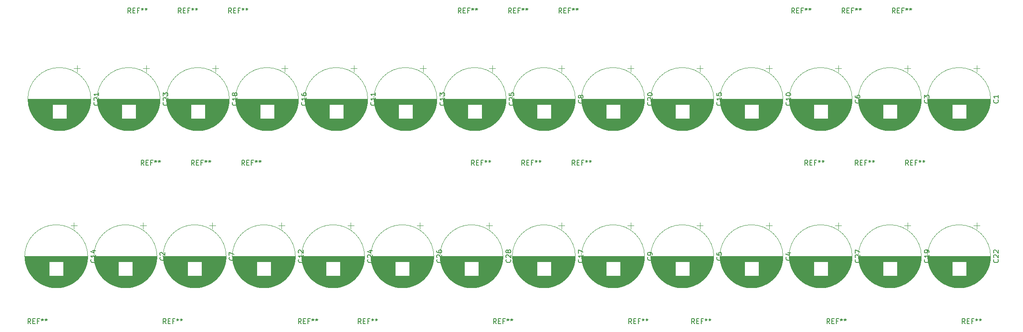
<source format=gbr>
%TF.GenerationSoftware,KiCad,Pcbnew,(5.1.9)-1*%
%TF.CreationDate,2021-04-16T14:49:38+02:00*%
%TF.ProjectId,dc_link,64635f6c-696e-46b2-9e6b-696361645f70,rev?*%
%TF.SameCoordinates,Original*%
%TF.FileFunction,Legend,Top*%
%TF.FilePolarity,Positive*%
%FSLAX46Y46*%
G04 Gerber Fmt 4.6, Leading zero omitted, Abs format (unit mm)*
G04 Created by KiCad (PCBNEW (5.1.9)-1) date 2021-04-16 14:49:38*
%MOMM*%
%LPD*%
G01*
G04 APERTURE LIST*
%ADD10C,0.120000*%
%ADD11C,0.150000*%
G04 APERTURE END LIST*
D10*
%TO.C,C2*%
X69235000Y-100925000D02*
G75*
G03*
X69235000Y-100925000I-6370000J0D01*
G01*
X69195000Y-100925000D02*
X56535000Y-100925000D01*
X69195000Y-100965000D02*
X56535000Y-100965000D01*
X69195000Y-101005000D02*
X56535000Y-101005000D01*
X69194000Y-101045000D02*
X56536000Y-101045000D01*
X69193000Y-101085000D02*
X56537000Y-101085000D01*
X69192000Y-101125000D02*
X56538000Y-101125000D01*
X69191000Y-101165000D02*
X56539000Y-101165000D01*
X69189000Y-101205000D02*
X56541000Y-101205000D01*
X69187000Y-101245000D02*
X56543000Y-101245000D01*
X69185000Y-101285000D02*
X56545000Y-101285000D01*
X69183000Y-101325000D02*
X56547000Y-101325000D01*
X69180000Y-101365000D02*
X56550000Y-101365000D01*
X69177000Y-101405000D02*
X56553000Y-101405000D01*
X69174000Y-101445000D02*
X56556000Y-101445000D01*
X69171000Y-101485000D02*
X56559000Y-101485000D01*
X69167000Y-101525000D02*
X56563000Y-101525000D01*
X69163000Y-101565000D02*
X56567000Y-101565000D01*
X69159000Y-101605000D02*
X56571000Y-101605000D01*
X69155000Y-101646000D02*
X56575000Y-101646000D01*
X69150000Y-101686000D02*
X56580000Y-101686000D01*
X69145000Y-101726000D02*
X56585000Y-101726000D01*
X69140000Y-101766000D02*
X56590000Y-101766000D01*
X69134000Y-101806000D02*
X56596000Y-101806000D01*
X69129000Y-101846000D02*
X56601000Y-101846000D01*
X69123000Y-101886000D02*
X56607000Y-101886000D01*
X69117000Y-101926000D02*
X56613000Y-101926000D01*
X69110000Y-101966000D02*
X56620000Y-101966000D01*
X69103000Y-102006000D02*
X64305000Y-102006000D01*
X61425000Y-102006000D02*
X56627000Y-102006000D01*
X69096000Y-102046000D02*
X64305000Y-102046000D01*
X61425000Y-102046000D02*
X56634000Y-102046000D01*
X69089000Y-102086000D02*
X64305000Y-102086000D01*
X61425000Y-102086000D02*
X56641000Y-102086000D01*
X69081000Y-102126000D02*
X64305000Y-102126000D01*
X61425000Y-102126000D02*
X56649000Y-102126000D01*
X69074000Y-102166000D02*
X64305000Y-102166000D01*
X61425000Y-102166000D02*
X56656000Y-102166000D01*
X69066000Y-102206000D02*
X64305000Y-102206000D01*
X61425000Y-102206000D02*
X56664000Y-102206000D01*
X69057000Y-102246000D02*
X64305000Y-102246000D01*
X61425000Y-102246000D02*
X56673000Y-102246000D01*
X69049000Y-102286000D02*
X64305000Y-102286000D01*
X61425000Y-102286000D02*
X56681000Y-102286000D01*
X69040000Y-102326000D02*
X64305000Y-102326000D01*
X61425000Y-102326000D02*
X56690000Y-102326000D01*
X69031000Y-102366000D02*
X64305000Y-102366000D01*
X61425000Y-102366000D02*
X56699000Y-102366000D01*
X69021000Y-102406000D02*
X64305000Y-102406000D01*
X61425000Y-102406000D02*
X56709000Y-102406000D01*
X69011000Y-102446000D02*
X64305000Y-102446000D01*
X61425000Y-102446000D02*
X56719000Y-102446000D01*
X69002000Y-102486000D02*
X64305000Y-102486000D01*
X61425000Y-102486000D02*
X56728000Y-102486000D01*
X68991000Y-102526000D02*
X64305000Y-102526000D01*
X61425000Y-102526000D02*
X56739000Y-102526000D01*
X68981000Y-102566000D02*
X64305000Y-102566000D01*
X61425000Y-102566000D02*
X56749000Y-102566000D01*
X68970000Y-102606000D02*
X64305000Y-102606000D01*
X61425000Y-102606000D02*
X56760000Y-102606000D01*
X68959000Y-102646000D02*
X64305000Y-102646000D01*
X61425000Y-102646000D02*
X56771000Y-102646000D01*
X68948000Y-102686000D02*
X64305000Y-102686000D01*
X61425000Y-102686000D02*
X56782000Y-102686000D01*
X68936000Y-102726000D02*
X64305000Y-102726000D01*
X61425000Y-102726000D02*
X56794000Y-102726000D01*
X68924000Y-102766000D02*
X64305000Y-102766000D01*
X61425000Y-102766000D02*
X56806000Y-102766000D01*
X68912000Y-102806000D02*
X64305000Y-102806000D01*
X61425000Y-102806000D02*
X56818000Y-102806000D01*
X68899000Y-102846000D02*
X64305000Y-102846000D01*
X61425000Y-102846000D02*
X56831000Y-102846000D01*
X68886000Y-102886000D02*
X64305000Y-102886000D01*
X61425000Y-102886000D02*
X56844000Y-102886000D01*
X68873000Y-102926000D02*
X64305000Y-102926000D01*
X61425000Y-102926000D02*
X56857000Y-102926000D01*
X68860000Y-102966000D02*
X64305000Y-102966000D01*
X61425000Y-102966000D02*
X56870000Y-102966000D01*
X68846000Y-103006000D02*
X64305000Y-103006000D01*
X61425000Y-103006000D02*
X56884000Y-103006000D01*
X68832000Y-103046000D02*
X64305000Y-103046000D01*
X61425000Y-103046000D02*
X56898000Y-103046000D01*
X68818000Y-103086000D02*
X64305000Y-103086000D01*
X61425000Y-103086000D02*
X56912000Y-103086000D01*
X68804000Y-103126000D02*
X64305000Y-103126000D01*
X61425000Y-103126000D02*
X56926000Y-103126000D01*
X68789000Y-103166000D02*
X64305000Y-103166000D01*
X61425000Y-103166000D02*
X56941000Y-103166000D01*
X68773000Y-103206000D02*
X64305000Y-103206000D01*
X61425000Y-103206000D02*
X56957000Y-103206000D01*
X68758000Y-103246000D02*
X64305000Y-103246000D01*
X61425000Y-103246000D02*
X56972000Y-103246000D01*
X68742000Y-103286000D02*
X64305000Y-103286000D01*
X61425000Y-103286000D02*
X56988000Y-103286000D01*
X68726000Y-103326000D02*
X64305000Y-103326000D01*
X61425000Y-103326000D02*
X57004000Y-103326000D01*
X68710000Y-103366000D02*
X64305000Y-103366000D01*
X61425000Y-103366000D02*
X57020000Y-103366000D01*
X68693000Y-103406000D02*
X64305000Y-103406000D01*
X61425000Y-103406000D02*
X57037000Y-103406000D01*
X68676000Y-103446000D02*
X64305000Y-103446000D01*
X61425000Y-103446000D02*
X57054000Y-103446000D01*
X68658000Y-103486000D02*
X64305000Y-103486000D01*
X61425000Y-103486000D02*
X57072000Y-103486000D01*
X68641000Y-103526000D02*
X64305000Y-103526000D01*
X61425000Y-103526000D02*
X57089000Y-103526000D01*
X68623000Y-103566000D02*
X64305000Y-103566000D01*
X61425000Y-103566000D02*
X57107000Y-103566000D01*
X68604000Y-103606000D02*
X64305000Y-103606000D01*
X61425000Y-103606000D02*
X57126000Y-103606000D01*
X68586000Y-103646000D02*
X64305000Y-103646000D01*
X61425000Y-103646000D02*
X57144000Y-103646000D01*
X68567000Y-103686000D02*
X64305000Y-103686000D01*
X61425000Y-103686000D02*
X57163000Y-103686000D01*
X68547000Y-103726000D02*
X64305000Y-103726000D01*
X61425000Y-103726000D02*
X57183000Y-103726000D01*
X68527000Y-103766000D02*
X64305000Y-103766000D01*
X61425000Y-103766000D02*
X57203000Y-103766000D01*
X68507000Y-103806000D02*
X64305000Y-103806000D01*
X61425000Y-103806000D02*
X57223000Y-103806000D01*
X68487000Y-103846000D02*
X64305000Y-103846000D01*
X61425000Y-103846000D02*
X57243000Y-103846000D01*
X68466000Y-103886000D02*
X64305000Y-103886000D01*
X61425000Y-103886000D02*
X57264000Y-103886000D01*
X68445000Y-103926000D02*
X64305000Y-103926000D01*
X61425000Y-103926000D02*
X57285000Y-103926000D01*
X68423000Y-103966000D02*
X64305000Y-103966000D01*
X61425000Y-103966000D02*
X57307000Y-103966000D01*
X68401000Y-104006000D02*
X64305000Y-104006000D01*
X61425000Y-104006000D02*
X57329000Y-104006000D01*
X68379000Y-104046000D02*
X64305000Y-104046000D01*
X61425000Y-104046000D02*
X57351000Y-104046000D01*
X68356000Y-104086000D02*
X64305000Y-104086000D01*
X61425000Y-104086000D02*
X57374000Y-104086000D01*
X68333000Y-104126000D02*
X64305000Y-104126000D01*
X61425000Y-104126000D02*
X57397000Y-104126000D01*
X68310000Y-104166000D02*
X64305000Y-104166000D01*
X61425000Y-104166000D02*
X57420000Y-104166000D01*
X68286000Y-104206000D02*
X64305000Y-104206000D01*
X61425000Y-104206000D02*
X57444000Y-104206000D01*
X68262000Y-104246000D02*
X64305000Y-104246000D01*
X61425000Y-104246000D02*
X57468000Y-104246000D01*
X68237000Y-104286000D02*
X64305000Y-104286000D01*
X61425000Y-104286000D02*
X57493000Y-104286000D01*
X68212000Y-104326000D02*
X64305000Y-104326000D01*
X61425000Y-104326000D02*
X57518000Y-104326000D01*
X68187000Y-104366000D02*
X64305000Y-104366000D01*
X61425000Y-104366000D02*
X57543000Y-104366000D01*
X68161000Y-104406000D02*
X64305000Y-104406000D01*
X61425000Y-104406000D02*
X57569000Y-104406000D01*
X68135000Y-104446000D02*
X64305000Y-104446000D01*
X61425000Y-104446000D02*
X57595000Y-104446000D01*
X68108000Y-104486000D02*
X64305000Y-104486000D01*
X61425000Y-104486000D02*
X57622000Y-104486000D01*
X68081000Y-104526000D02*
X64305000Y-104526000D01*
X61425000Y-104526000D02*
X57649000Y-104526000D01*
X68053000Y-104566000D02*
X64305000Y-104566000D01*
X61425000Y-104566000D02*
X57677000Y-104566000D01*
X68025000Y-104606000D02*
X64305000Y-104606000D01*
X61425000Y-104606000D02*
X57705000Y-104606000D01*
X67996000Y-104646000D02*
X64305000Y-104646000D01*
X61425000Y-104646000D02*
X57734000Y-104646000D01*
X67967000Y-104686000D02*
X64305000Y-104686000D01*
X61425000Y-104686000D02*
X57763000Y-104686000D01*
X67938000Y-104726000D02*
X64305000Y-104726000D01*
X61425000Y-104726000D02*
X57792000Y-104726000D01*
X67908000Y-104766000D02*
X64305000Y-104766000D01*
X61425000Y-104766000D02*
X57822000Y-104766000D01*
X67877000Y-104806000D02*
X64305000Y-104806000D01*
X61425000Y-104806000D02*
X57853000Y-104806000D01*
X67847000Y-104846000D02*
X64305000Y-104846000D01*
X61425000Y-104846000D02*
X57883000Y-104846000D01*
X67815000Y-104886000D02*
X57915000Y-104886000D01*
X67783000Y-104926000D02*
X57947000Y-104926000D01*
X67750000Y-104966000D02*
X57980000Y-104966000D01*
X67717000Y-105006000D02*
X58013000Y-105006000D01*
X67684000Y-105046000D02*
X58046000Y-105046000D01*
X67650000Y-105086000D02*
X58080000Y-105086000D01*
X67615000Y-105126000D02*
X58115000Y-105126000D01*
X67579000Y-105166000D02*
X58151000Y-105166000D01*
X67543000Y-105206000D02*
X58187000Y-105206000D01*
X67507000Y-105246000D02*
X58223000Y-105246000D01*
X67470000Y-105286000D02*
X58260000Y-105286000D01*
X67432000Y-105326000D02*
X58298000Y-105326000D01*
X67393000Y-105366000D02*
X58337000Y-105366000D01*
X67354000Y-105406000D02*
X58376000Y-105406000D01*
X67314000Y-105446000D02*
X58416000Y-105446000D01*
X67273000Y-105486000D02*
X58457000Y-105486000D01*
X67232000Y-105526000D02*
X58498000Y-105526000D01*
X67190000Y-105566000D02*
X58540000Y-105566000D01*
X67147000Y-105606000D02*
X58583000Y-105606000D01*
X67103000Y-105646000D02*
X58627000Y-105646000D01*
X67059000Y-105686000D02*
X58671000Y-105686000D01*
X67013000Y-105726000D02*
X58717000Y-105726000D01*
X66967000Y-105766000D02*
X58763000Y-105766000D01*
X66920000Y-105806000D02*
X58810000Y-105806000D01*
X66872000Y-105846000D02*
X58858000Y-105846000D01*
X66822000Y-105886000D02*
X58908000Y-105886000D01*
X66772000Y-105926000D02*
X58958000Y-105926000D01*
X66721000Y-105966000D02*
X59009000Y-105966000D01*
X66669000Y-106006000D02*
X59061000Y-106006000D01*
X66615000Y-106046000D02*
X59115000Y-106046000D01*
X66561000Y-106086000D02*
X59169000Y-106086000D01*
X66505000Y-106126000D02*
X59225000Y-106126000D01*
X66448000Y-106166000D02*
X59282000Y-106166000D01*
X66389000Y-106206000D02*
X59341000Y-106206000D01*
X66329000Y-106246000D02*
X59401000Y-106246000D01*
X66267000Y-106286000D02*
X59463000Y-106286000D01*
X66204000Y-106326000D02*
X59526000Y-106326000D01*
X66140000Y-106366000D02*
X59590000Y-106366000D01*
X66073000Y-106406000D02*
X59657000Y-106406000D01*
X66005000Y-106446000D02*
X59725000Y-106446000D01*
X65934000Y-106486000D02*
X59796000Y-106486000D01*
X65861000Y-106526000D02*
X59869000Y-106526000D01*
X65786000Y-106566000D02*
X59944000Y-106566000D01*
X65709000Y-106606000D02*
X60021000Y-106606000D01*
X65629000Y-106646000D02*
X60101000Y-106646000D01*
X65546000Y-106686000D02*
X60184000Y-106686000D01*
X65459000Y-106726000D02*
X60271000Y-106726000D01*
X65369000Y-106766000D02*
X60361000Y-106766000D01*
X65275000Y-106806000D02*
X60455000Y-106806000D01*
X65177000Y-106846000D02*
X60553000Y-106846000D01*
X65074000Y-106886000D02*
X60656000Y-106886000D01*
X64965000Y-106926000D02*
X60765000Y-106926000D01*
X64849000Y-106966000D02*
X60881000Y-106966000D01*
X64726000Y-107006000D02*
X61004000Y-107006000D01*
X64593000Y-107046000D02*
X61137000Y-107046000D01*
X64448000Y-107086000D02*
X61282000Y-107086000D01*
X64287000Y-107126000D02*
X61443000Y-107126000D01*
X64106000Y-107166000D02*
X61624000Y-107166000D01*
X63893000Y-107206000D02*
X61837000Y-107206000D01*
X63622000Y-107246000D02*
X62108000Y-107246000D01*
X63182000Y-107286000D02*
X62548000Y-107286000D01*
X66440000Y-94107918D02*
X66440000Y-95357918D01*
X67065000Y-94732918D02*
X65815000Y-94732918D01*
%TO.C,C14*%
X55265000Y-100925000D02*
G75*
G03*
X55265000Y-100925000I-6370000J0D01*
G01*
X55225000Y-100925000D02*
X42565000Y-100925000D01*
X55225000Y-100965000D02*
X42565000Y-100965000D01*
X55225000Y-101005000D02*
X42565000Y-101005000D01*
X55224000Y-101045000D02*
X42566000Y-101045000D01*
X55223000Y-101085000D02*
X42567000Y-101085000D01*
X55222000Y-101125000D02*
X42568000Y-101125000D01*
X55221000Y-101165000D02*
X42569000Y-101165000D01*
X55219000Y-101205000D02*
X42571000Y-101205000D01*
X55217000Y-101245000D02*
X42573000Y-101245000D01*
X55215000Y-101285000D02*
X42575000Y-101285000D01*
X55213000Y-101325000D02*
X42577000Y-101325000D01*
X55210000Y-101365000D02*
X42580000Y-101365000D01*
X55207000Y-101405000D02*
X42583000Y-101405000D01*
X55204000Y-101445000D02*
X42586000Y-101445000D01*
X55201000Y-101485000D02*
X42589000Y-101485000D01*
X55197000Y-101525000D02*
X42593000Y-101525000D01*
X55193000Y-101565000D02*
X42597000Y-101565000D01*
X55189000Y-101605000D02*
X42601000Y-101605000D01*
X55185000Y-101646000D02*
X42605000Y-101646000D01*
X55180000Y-101686000D02*
X42610000Y-101686000D01*
X55175000Y-101726000D02*
X42615000Y-101726000D01*
X55170000Y-101766000D02*
X42620000Y-101766000D01*
X55164000Y-101806000D02*
X42626000Y-101806000D01*
X55159000Y-101846000D02*
X42631000Y-101846000D01*
X55153000Y-101886000D02*
X42637000Y-101886000D01*
X55147000Y-101926000D02*
X42643000Y-101926000D01*
X55140000Y-101966000D02*
X42650000Y-101966000D01*
X55133000Y-102006000D02*
X50335000Y-102006000D01*
X47455000Y-102006000D02*
X42657000Y-102006000D01*
X55126000Y-102046000D02*
X50335000Y-102046000D01*
X47455000Y-102046000D02*
X42664000Y-102046000D01*
X55119000Y-102086000D02*
X50335000Y-102086000D01*
X47455000Y-102086000D02*
X42671000Y-102086000D01*
X55111000Y-102126000D02*
X50335000Y-102126000D01*
X47455000Y-102126000D02*
X42679000Y-102126000D01*
X55104000Y-102166000D02*
X50335000Y-102166000D01*
X47455000Y-102166000D02*
X42686000Y-102166000D01*
X55096000Y-102206000D02*
X50335000Y-102206000D01*
X47455000Y-102206000D02*
X42694000Y-102206000D01*
X55087000Y-102246000D02*
X50335000Y-102246000D01*
X47455000Y-102246000D02*
X42703000Y-102246000D01*
X55079000Y-102286000D02*
X50335000Y-102286000D01*
X47455000Y-102286000D02*
X42711000Y-102286000D01*
X55070000Y-102326000D02*
X50335000Y-102326000D01*
X47455000Y-102326000D02*
X42720000Y-102326000D01*
X55061000Y-102366000D02*
X50335000Y-102366000D01*
X47455000Y-102366000D02*
X42729000Y-102366000D01*
X55051000Y-102406000D02*
X50335000Y-102406000D01*
X47455000Y-102406000D02*
X42739000Y-102406000D01*
X55041000Y-102446000D02*
X50335000Y-102446000D01*
X47455000Y-102446000D02*
X42749000Y-102446000D01*
X55032000Y-102486000D02*
X50335000Y-102486000D01*
X47455000Y-102486000D02*
X42758000Y-102486000D01*
X55021000Y-102526000D02*
X50335000Y-102526000D01*
X47455000Y-102526000D02*
X42769000Y-102526000D01*
X55011000Y-102566000D02*
X50335000Y-102566000D01*
X47455000Y-102566000D02*
X42779000Y-102566000D01*
X55000000Y-102606000D02*
X50335000Y-102606000D01*
X47455000Y-102606000D02*
X42790000Y-102606000D01*
X54989000Y-102646000D02*
X50335000Y-102646000D01*
X47455000Y-102646000D02*
X42801000Y-102646000D01*
X54978000Y-102686000D02*
X50335000Y-102686000D01*
X47455000Y-102686000D02*
X42812000Y-102686000D01*
X54966000Y-102726000D02*
X50335000Y-102726000D01*
X47455000Y-102726000D02*
X42824000Y-102726000D01*
X54954000Y-102766000D02*
X50335000Y-102766000D01*
X47455000Y-102766000D02*
X42836000Y-102766000D01*
X54942000Y-102806000D02*
X50335000Y-102806000D01*
X47455000Y-102806000D02*
X42848000Y-102806000D01*
X54929000Y-102846000D02*
X50335000Y-102846000D01*
X47455000Y-102846000D02*
X42861000Y-102846000D01*
X54916000Y-102886000D02*
X50335000Y-102886000D01*
X47455000Y-102886000D02*
X42874000Y-102886000D01*
X54903000Y-102926000D02*
X50335000Y-102926000D01*
X47455000Y-102926000D02*
X42887000Y-102926000D01*
X54890000Y-102966000D02*
X50335000Y-102966000D01*
X47455000Y-102966000D02*
X42900000Y-102966000D01*
X54876000Y-103006000D02*
X50335000Y-103006000D01*
X47455000Y-103006000D02*
X42914000Y-103006000D01*
X54862000Y-103046000D02*
X50335000Y-103046000D01*
X47455000Y-103046000D02*
X42928000Y-103046000D01*
X54848000Y-103086000D02*
X50335000Y-103086000D01*
X47455000Y-103086000D02*
X42942000Y-103086000D01*
X54834000Y-103126000D02*
X50335000Y-103126000D01*
X47455000Y-103126000D02*
X42956000Y-103126000D01*
X54819000Y-103166000D02*
X50335000Y-103166000D01*
X47455000Y-103166000D02*
X42971000Y-103166000D01*
X54803000Y-103206000D02*
X50335000Y-103206000D01*
X47455000Y-103206000D02*
X42987000Y-103206000D01*
X54788000Y-103246000D02*
X50335000Y-103246000D01*
X47455000Y-103246000D02*
X43002000Y-103246000D01*
X54772000Y-103286000D02*
X50335000Y-103286000D01*
X47455000Y-103286000D02*
X43018000Y-103286000D01*
X54756000Y-103326000D02*
X50335000Y-103326000D01*
X47455000Y-103326000D02*
X43034000Y-103326000D01*
X54740000Y-103366000D02*
X50335000Y-103366000D01*
X47455000Y-103366000D02*
X43050000Y-103366000D01*
X54723000Y-103406000D02*
X50335000Y-103406000D01*
X47455000Y-103406000D02*
X43067000Y-103406000D01*
X54706000Y-103446000D02*
X50335000Y-103446000D01*
X47455000Y-103446000D02*
X43084000Y-103446000D01*
X54688000Y-103486000D02*
X50335000Y-103486000D01*
X47455000Y-103486000D02*
X43102000Y-103486000D01*
X54671000Y-103526000D02*
X50335000Y-103526000D01*
X47455000Y-103526000D02*
X43119000Y-103526000D01*
X54653000Y-103566000D02*
X50335000Y-103566000D01*
X47455000Y-103566000D02*
X43137000Y-103566000D01*
X54634000Y-103606000D02*
X50335000Y-103606000D01*
X47455000Y-103606000D02*
X43156000Y-103606000D01*
X54616000Y-103646000D02*
X50335000Y-103646000D01*
X47455000Y-103646000D02*
X43174000Y-103646000D01*
X54597000Y-103686000D02*
X50335000Y-103686000D01*
X47455000Y-103686000D02*
X43193000Y-103686000D01*
X54577000Y-103726000D02*
X50335000Y-103726000D01*
X47455000Y-103726000D02*
X43213000Y-103726000D01*
X54557000Y-103766000D02*
X50335000Y-103766000D01*
X47455000Y-103766000D02*
X43233000Y-103766000D01*
X54537000Y-103806000D02*
X50335000Y-103806000D01*
X47455000Y-103806000D02*
X43253000Y-103806000D01*
X54517000Y-103846000D02*
X50335000Y-103846000D01*
X47455000Y-103846000D02*
X43273000Y-103846000D01*
X54496000Y-103886000D02*
X50335000Y-103886000D01*
X47455000Y-103886000D02*
X43294000Y-103886000D01*
X54475000Y-103926000D02*
X50335000Y-103926000D01*
X47455000Y-103926000D02*
X43315000Y-103926000D01*
X54453000Y-103966000D02*
X50335000Y-103966000D01*
X47455000Y-103966000D02*
X43337000Y-103966000D01*
X54431000Y-104006000D02*
X50335000Y-104006000D01*
X47455000Y-104006000D02*
X43359000Y-104006000D01*
X54409000Y-104046000D02*
X50335000Y-104046000D01*
X47455000Y-104046000D02*
X43381000Y-104046000D01*
X54386000Y-104086000D02*
X50335000Y-104086000D01*
X47455000Y-104086000D02*
X43404000Y-104086000D01*
X54363000Y-104126000D02*
X50335000Y-104126000D01*
X47455000Y-104126000D02*
X43427000Y-104126000D01*
X54340000Y-104166000D02*
X50335000Y-104166000D01*
X47455000Y-104166000D02*
X43450000Y-104166000D01*
X54316000Y-104206000D02*
X50335000Y-104206000D01*
X47455000Y-104206000D02*
X43474000Y-104206000D01*
X54292000Y-104246000D02*
X50335000Y-104246000D01*
X47455000Y-104246000D02*
X43498000Y-104246000D01*
X54267000Y-104286000D02*
X50335000Y-104286000D01*
X47455000Y-104286000D02*
X43523000Y-104286000D01*
X54242000Y-104326000D02*
X50335000Y-104326000D01*
X47455000Y-104326000D02*
X43548000Y-104326000D01*
X54217000Y-104366000D02*
X50335000Y-104366000D01*
X47455000Y-104366000D02*
X43573000Y-104366000D01*
X54191000Y-104406000D02*
X50335000Y-104406000D01*
X47455000Y-104406000D02*
X43599000Y-104406000D01*
X54165000Y-104446000D02*
X50335000Y-104446000D01*
X47455000Y-104446000D02*
X43625000Y-104446000D01*
X54138000Y-104486000D02*
X50335000Y-104486000D01*
X47455000Y-104486000D02*
X43652000Y-104486000D01*
X54111000Y-104526000D02*
X50335000Y-104526000D01*
X47455000Y-104526000D02*
X43679000Y-104526000D01*
X54083000Y-104566000D02*
X50335000Y-104566000D01*
X47455000Y-104566000D02*
X43707000Y-104566000D01*
X54055000Y-104606000D02*
X50335000Y-104606000D01*
X47455000Y-104606000D02*
X43735000Y-104606000D01*
X54026000Y-104646000D02*
X50335000Y-104646000D01*
X47455000Y-104646000D02*
X43764000Y-104646000D01*
X53997000Y-104686000D02*
X50335000Y-104686000D01*
X47455000Y-104686000D02*
X43793000Y-104686000D01*
X53968000Y-104726000D02*
X50335000Y-104726000D01*
X47455000Y-104726000D02*
X43822000Y-104726000D01*
X53938000Y-104766000D02*
X50335000Y-104766000D01*
X47455000Y-104766000D02*
X43852000Y-104766000D01*
X53907000Y-104806000D02*
X50335000Y-104806000D01*
X47455000Y-104806000D02*
X43883000Y-104806000D01*
X53877000Y-104846000D02*
X50335000Y-104846000D01*
X47455000Y-104846000D02*
X43913000Y-104846000D01*
X53845000Y-104886000D02*
X43945000Y-104886000D01*
X53813000Y-104926000D02*
X43977000Y-104926000D01*
X53780000Y-104966000D02*
X44010000Y-104966000D01*
X53747000Y-105006000D02*
X44043000Y-105006000D01*
X53714000Y-105046000D02*
X44076000Y-105046000D01*
X53680000Y-105086000D02*
X44110000Y-105086000D01*
X53645000Y-105126000D02*
X44145000Y-105126000D01*
X53609000Y-105166000D02*
X44181000Y-105166000D01*
X53573000Y-105206000D02*
X44217000Y-105206000D01*
X53537000Y-105246000D02*
X44253000Y-105246000D01*
X53500000Y-105286000D02*
X44290000Y-105286000D01*
X53462000Y-105326000D02*
X44328000Y-105326000D01*
X53423000Y-105366000D02*
X44367000Y-105366000D01*
X53384000Y-105406000D02*
X44406000Y-105406000D01*
X53344000Y-105446000D02*
X44446000Y-105446000D01*
X53303000Y-105486000D02*
X44487000Y-105486000D01*
X53262000Y-105526000D02*
X44528000Y-105526000D01*
X53220000Y-105566000D02*
X44570000Y-105566000D01*
X53177000Y-105606000D02*
X44613000Y-105606000D01*
X53133000Y-105646000D02*
X44657000Y-105646000D01*
X53089000Y-105686000D02*
X44701000Y-105686000D01*
X53043000Y-105726000D02*
X44747000Y-105726000D01*
X52997000Y-105766000D02*
X44793000Y-105766000D01*
X52950000Y-105806000D02*
X44840000Y-105806000D01*
X52902000Y-105846000D02*
X44888000Y-105846000D01*
X52852000Y-105886000D02*
X44938000Y-105886000D01*
X52802000Y-105926000D02*
X44988000Y-105926000D01*
X52751000Y-105966000D02*
X45039000Y-105966000D01*
X52699000Y-106006000D02*
X45091000Y-106006000D01*
X52645000Y-106046000D02*
X45145000Y-106046000D01*
X52591000Y-106086000D02*
X45199000Y-106086000D01*
X52535000Y-106126000D02*
X45255000Y-106126000D01*
X52478000Y-106166000D02*
X45312000Y-106166000D01*
X52419000Y-106206000D02*
X45371000Y-106206000D01*
X52359000Y-106246000D02*
X45431000Y-106246000D01*
X52297000Y-106286000D02*
X45493000Y-106286000D01*
X52234000Y-106326000D02*
X45556000Y-106326000D01*
X52170000Y-106366000D02*
X45620000Y-106366000D01*
X52103000Y-106406000D02*
X45687000Y-106406000D01*
X52035000Y-106446000D02*
X45755000Y-106446000D01*
X51964000Y-106486000D02*
X45826000Y-106486000D01*
X51891000Y-106526000D02*
X45899000Y-106526000D01*
X51816000Y-106566000D02*
X45974000Y-106566000D01*
X51739000Y-106606000D02*
X46051000Y-106606000D01*
X51659000Y-106646000D02*
X46131000Y-106646000D01*
X51576000Y-106686000D02*
X46214000Y-106686000D01*
X51489000Y-106726000D02*
X46301000Y-106726000D01*
X51399000Y-106766000D02*
X46391000Y-106766000D01*
X51305000Y-106806000D02*
X46485000Y-106806000D01*
X51207000Y-106846000D02*
X46583000Y-106846000D01*
X51104000Y-106886000D02*
X46686000Y-106886000D01*
X50995000Y-106926000D02*
X46795000Y-106926000D01*
X50879000Y-106966000D02*
X46911000Y-106966000D01*
X50756000Y-107006000D02*
X47034000Y-107006000D01*
X50623000Y-107046000D02*
X47167000Y-107046000D01*
X50478000Y-107086000D02*
X47312000Y-107086000D01*
X50317000Y-107126000D02*
X47473000Y-107126000D01*
X50136000Y-107166000D02*
X47654000Y-107166000D01*
X49923000Y-107206000D02*
X47867000Y-107206000D01*
X49652000Y-107246000D02*
X48138000Y-107246000D01*
X49212000Y-107286000D02*
X48578000Y-107286000D01*
X52470000Y-94107918D02*
X52470000Y-95357918D01*
X53095000Y-94732918D02*
X51845000Y-94732918D01*
%TO.C,C28*%
X136915000Y-94732918D02*
X135665000Y-94732918D01*
X136290000Y-94107918D02*
X136290000Y-95357918D01*
X133032000Y-107286000D02*
X132398000Y-107286000D01*
X133472000Y-107246000D02*
X131958000Y-107246000D01*
X133743000Y-107206000D02*
X131687000Y-107206000D01*
X133956000Y-107166000D02*
X131474000Y-107166000D01*
X134137000Y-107126000D02*
X131293000Y-107126000D01*
X134298000Y-107086000D02*
X131132000Y-107086000D01*
X134443000Y-107046000D02*
X130987000Y-107046000D01*
X134576000Y-107006000D02*
X130854000Y-107006000D01*
X134699000Y-106966000D02*
X130731000Y-106966000D01*
X134815000Y-106926000D02*
X130615000Y-106926000D01*
X134924000Y-106886000D02*
X130506000Y-106886000D01*
X135027000Y-106846000D02*
X130403000Y-106846000D01*
X135125000Y-106806000D02*
X130305000Y-106806000D01*
X135219000Y-106766000D02*
X130211000Y-106766000D01*
X135309000Y-106726000D02*
X130121000Y-106726000D01*
X135396000Y-106686000D02*
X130034000Y-106686000D01*
X135479000Y-106646000D02*
X129951000Y-106646000D01*
X135559000Y-106606000D02*
X129871000Y-106606000D01*
X135636000Y-106566000D02*
X129794000Y-106566000D01*
X135711000Y-106526000D02*
X129719000Y-106526000D01*
X135784000Y-106486000D02*
X129646000Y-106486000D01*
X135855000Y-106446000D02*
X129575000Y-106446000D01*
X135923000Y-106406000D02*
X129507000Y-106406000D01*
X135990000Y-106366000D02*
X129440000Y-106366000D01*
X136054000Y-106326000D02*
X129376000Y-106326000D01*
X136117000Y-106286000D02*
X129313000Y-106286000D01*
X136179000Y-106246000D02*
X129251000Y-106246000D01*
X136239000Y-106206000D02*
X129191000Y-106206000D01*
X136298000Y-106166000D02*
X129132000Y-106166000D01*
X136355000Y-106126000D02*
X129075000Y-106126000D01*
X136411000Y-106086000D02*
X129019000Y-106086000D01*
X136465000Y-106046000D02*
X128965000Y-106046000D01*
X136519000Y-106006000D02*
X128911000Y-106006000D01*
X136571000Y-105966000D02*
X128859000Y-105966000D01*
X136622000Y-105926000D02*
X128808000Y-105926000D01*
X136672000Y-105886000D02*
X128758000Y-105886000D01*
X136722000Y-105846000D02*
X128708000Y-105846000D01*
X136770000Y-105806000D02*
X128660000Y-105806000D01*
X136817000Y-105766000D02*
X128613000Y-105766000D01*
X136863000Y-105726000D02*
X128567000Y-105726000D01*
X136909000Y-105686000D02*
X128521000Y-105686000D01*
X136953000Y-105646000D02*
X128477000Y-105646000D01*
X136997000Y-105606000D02*
X128433000Y-105606000D01*
X137040000Y-105566000D02*
X128390000Y-105566000D01*
X137082000Y-105526000D02*
X128348000Y-105526000D01*
X137123000Y-105486000D02*
X128307000Y-105486000D01*
X137164000Y-105446000D02*
X128266000Y-105446000D01*
X137204000Y-105406000D02*
X128226000Y-105406000D01*
X137243000Y-105366000D02*
X128187000Y-105366000D01*
X137282000Y-105326000D02*
X128148000Y-105326000D01*
X137320000Y-105286000D02*
X128110000Y-105286000D01*
X137357000Y-105246000D02*
X128073000Y-105246000D01*
X137393000Y-105206000D02*
X128037000Y-105206000D01*
X137429000Y-105166000D02*
X128001000Y-105166000D01*
X137465000Y-105126000D02*
X127965000Y-105126000D01*
X137500000Y-105086000D02*
X127930000Y-105086000D01*
X137534000Y-105046000D02*
X127896000Y-105046000D01*
X137567000Y-105006000D02*
X127863000Y-105006000D01*
X137600000Y-104966000D02*
X127830000Y-104966000D01*
X137633000Y-104926000D02*
X127797000Y-104926000D01*
X137665000Y-104886000D02*
X127765000Y-104886000D01*
X131275000Y-104846000D02*
X127733000Y-104846000D01*
X137697000Y-104846000D02*
X134155000Y-104846000D01*
X131275000Y-104806000D02*
X127703000Y-104806000D01*
X137727000Y-104806000D02*
X134155000Y-104806000D01*
X131275000Y-104766000D02*
X127672000Y-104766000D01*
X137758000Y-104766000D02*
X134155000Y-104766000D01*
X131275000Y-104726000D02*
X127642000Y-104726000D01*
X137788000Y-104726000D02*
X134155000Y-104726000D01*
X131275000Y-104686000D02*
X127613000Y-104686000D01*
X137817000Y-104686000D02*
X134155000Y-104686000D01*
X131275000Y-104646000D02*
X127584000Y-104646000D01*
X137846000Y-104646000D02*
X134155000Y-104646000D01*
X131275000Y-104606000D02*
X127555000Y-104606000D01*
X137875000Y-104606000D02*
X134155000Y-104606000D01*
X131275000Y-104566000D02*
X127527000Y-104566000D01*
X137903000Y-104566000D02*
X134155000Y-104566000D01*
X131275000Y-104526000D02*
X127499000Y-104526000D01*
X137931000Y-104526000D02*
X134155000Y-104526000D01*
X131275000Y-104486000D02*
X127472000Y-104486000D01*
X137958000Y-104486000D02*
X134155000Y-104486000D01*
X131275000Y-104446000D02*
X127445000Y-104446000D01*
X137985000Y-104446000D02*
X134155000Y-104446000D01*
X131275000Y-104406000D02*
X127419000Y-104406000D01*
X138011000Y-104406000D02*
X134155000Y-104406000D01*
X131275000Y-104366000D02*
X127393000Y-104366000D01*
X138037000Y-104366000D02*
X134155000Y-104366000D01*
X131275000Y-104326000D02*
X127368000Y-104326000D01*
X138062000Y-104326000D02*
X134155000Y-104326000D01*
X131275000Y-104286000D02*
X127343000Y-104286000D01*
X138087000Y-104286000D02*
X134155000Y-104286000D01*
X131275000Y-104246000D02*
X127318000Y-104246000D01*
X138112000Y-104246000D02*
X134155000Y-104246000D01*
X131275000Y-104206000D02*
X127294000Y-104206000D01*
X138136000Y-104206000D02*
X134155000Y-104206000D01*
X131275000Y-104166000D02*
X127270000Y-104166000D01*
X138160000Y-104166000D02*
X134155000Y-104166000D01*
X131275000Y-104126000D02*
X127247000Y-104126000D01*
X138183000Y-104126000D02*
X134155000Y-104126000D01*
X131275000Y-104086000D02*
X127224000Y-104086000D01*
X138206000Y-104086000D02*
X134155000Y-104086000D01*
X131275000Y-104046000D02*
X127201000Y-104046000D01*
X138229000Y-104046000D02*
X134155000Y-104046000D01*
X131275000Y-104006000D02*
X127179000Y-104006000D01*
X138251000Y-104006000D02*
X134155000Y-104006000D01*
X131275000Y-103966000D02*
X127157000Y-103966000D01*
X138273000Y-103966000D02*
X134155000Y-103966000D01*
X131275000Y-103926000D02*
X127135000Y-103926000D01*
X138295000Y-103926000D02*
X134155000Y-103926000D01*
X131275000Y-103886000D02*
X127114000Y-103886000D01*
X138316000Y-103886000D02*
X134155000Y-103886000D01*
X131275000Y-103846000D02*
X127093000Y-103846000D01*
X138337000Y-103846000D02*
X134155000Y-103846000D01*
X131275000Y-103806000D02*
X127073000Y-103806000D01*
X138357000Y-103806000D02*
X134155000Y-103806000D01*
X131275000Y-103766000D02*
X127053000Y-103766000D01*
X138377000Y-103766000D02*
X134155000Y-103766000D01*
X131275000Y-103726000D02*
X127033000Y-103726000D01*
X138397000Y-103726000D02*
X134155000Y-103726000D01*
X131275000Y-103686000D02*
X127013000Y-103686000D01*
X138417000Y-103686000D02*
X134155000Y-103686000D01*
X131275000Y-103646000D02*
X126994000Y-103646000D01*
X138436000Y-103646000D02*
X134155000Y-103646000D01*
X131275000Y-103606000D02*
X126976000Y-103606000D01*
X138454000Y-103606000D02*
X134155000Y-103606000D01*
X131275000Y-103566000D02*
X126957000Y-103566000D01*
X138473000Y-103566000D02*
X134155000Y-103566000D01*
X131275000Y-103526000D02*
X126939000Y-103526000D01*
X138491000Y-103526000D02*
X134155000Y-103526000D01*
X131275000Y-103486000D02*
X126922000Y-103486000D01*
X138508000Y-103486000D02*
X134155000Y-103486000D01*
X131275000Y-103446000D02*
X126904000Y-103446000D01*
X138526000Y-103446000D02*
X134155000Y-103446000D01*
X131275000Y-103406000D02*
X126887000Y-103406000D01*
X138543000Y-103406000D02*
X134155000Y-103406000D01*
X131275000Y-103366000D02*
X126870000Y-103366000D01*
X138560000Y-103366000D02*
X134155000Y-103366000D01*
X131275000Y-103326000D02*
X126854000Y-103326000D01*
X138576000Y-103326000D02*
X134155000Y-103326000D01*
X131275000Y-103286000D02*
X126838000Y-103286000D01*
X138592000Y-103286000D02*
X134155000Y-103286000D01*
X131275000Y-103246000D02*
X126822000Y-103246000D01*
X138608000Y-103246000D02*
X134155000Y-103246000D01*
X131275000Y-103206000D02*
X126807000Y-103206000D01*
X138623000Y-103206000D02*
X134155000Y-103206000D01*
X131275000Y-103166000D02*
X126791000Y-103166000D01*
X138639000Y-103166000D02*
X134155000Y-103166000D01*
X131275000Y-103126000D02*
X126776000Y-103126000D01*
X138654000Y-103126000D02*
X134155000Y-103126000D01*
X131275000Y-103086000D02*
X126762000Y-103086000D01*
X138668000Y-103086000D02*
X134155000Y-103086000D01*
X131275000Y-103046000D02*
X126748000Y-103046000D01*
X138682000Y-103046000D02*
X134155000Y-103046000D01*
X131275000Y-103006000D02*
X126734000Y-103006000D01*
X138696000Y-103006000D02*
X134155000Y-103006000D01*
X131275000Y-102966000D02*
X126720000Y-102966000D01*
X138710000Y-102966000D02*
X134155000Y-102966000D01*
X131275000Y-102926000D02*
X126707000Y-102926000D01*
X138723000Y-102926000D02*
X134155000Y-102926000D01*
X131275000Y-102886000D02*
X126694000Y-102886000D01*
X138736000Y-102886000D02*
X134155000Y-102886000D01*
X131275000Y-102846000D02*
X126681000Y-102846000D01*
X138749000Y-102846000D02*
X134155000Y-102846000D01*
X131275000Y-102806000D02*
X126668000Y-102806000D01*
X138762000Y-102806000D02*
X134155000Y-102806000D01*
X131275000Y-102766000D02*
X126656000Y-102766000D01*
X138774000Y-102766000D02*
X134155000Y-102766000D01*
X131275000Y-102726000D02*
X126644000Y-102726000D01*
X138786000Y-102726000D02*
X134155000Y-102726000D01*
X131275000Y-102686000D02*
X126632000Y-102686000D01*
X138798000Y-102686000D02*
X134155000Y-102686000D01*
X131275000Y-102646000D02*
X126621000Y-102646000D01*
X138809000Y-102646000D02*
X134155000Y-102646000D01*
X131275000Y-102606000D02*
X126610000Y-102606000D01*
X138820000Y-102606000D02*
X134155000Y-102606000D01*
X131275000Y-102566000D02*
X126599000Y-102566000D01*
X138831000Y-102566000D02*
X134155000Y-102566000D01*
X131275000Y-102526000D02*
X126589000Y-102526000D01*
X138841000Y-102526000D02*
X134155000Y-102526000D01*
X131275000Y-102486000D02*
X126578000Y-102486000D01*
X138852000Y-102486000D02*
X134155000Y-102486000D01*
X131275000Y-102446000D02*
X126569000Y-102446000D01*
X138861000Y-102446000D02*
X134155000Y-102446000D01*
X131275000Y-102406000D02*
X126559000Y-102406000D01*
X138871000Y-102406000D02*
X134155000Y-102406000D01*
X131275000Y-102366000D02*
X126549000Y-102366000D01*
X138881000Y-102366000D02*
X134155000Y-102366000D01*
X131275000Y-102326000D02*
X126540000Y-102326000D01*
X138890000Y-102326000D02*
X134155000Y-102326000D01*
X131275000Y-102286000D02*
X126531000Y-102286000D01*
X138899000Y-102286000D02*
X134155000Y-102286000D01*
X131275000Y-102246000D02*
X126523000Y-102246000D01*
X138907000Y-102246000D02*
X134155000Y-102246000D01*
X131275000Y-102206000D02*
X126514000Y-102206000D01*
X138916000Y-102206000D02*
X134155000Y-102206000D01*
X131275000Y-102166000D02*
X126506000Y-102166000D01*
X138924000Y-102166000D02*
X134155000Y-102166000D01*
X131275000Y-102126000D02*
X126499000Y-102126000D01*
X138931000Y-102126000D02*
X134155000Y-102126000D01*
X131275000Y-102086000D02*
X126491000Y-102086000D01*
X138939000Y-102086000D02*
X134155000Y-102086000D01*
X131275000Y-102046000D02*
X126484000Y-102046000D01*
X138946000Y-102046000D02*
X134155000Y-102046000D01*
X131275000Y-102006000D02*
X126477000Y-102006000D01*
X138953000Y-102006000D02*
X134155000Y-102006000D01*
X138960000Y-101966000D02*
X126470000Y-101966000D01*
X138967000Y-101926000D02*
X126463000Y-101926000D01*
X138973000Y-101886000D02*
X126457000Y-101886000D01*
X138979000Y-101846000D02*
X126451000Y-101846000D01*
X138984000Y-101806000D02*
X126446000Y-101806000D01*
X138990000Y-101766000D02*
X126440000Y-101766000D01*
X138995000Y-101726000D02*
X126435000Y-101726000D01*
X139000000Y-101686000D02*
X126430000Y-101686000D01*
X139005000Y-101646000D02*
X126425000Y-101646000D01*
X139009000Y-101605000D02*
X126421000Y-101605000D01*
X139013000Y-101565000D02*
X126417000Y-101565000D01*
X139017000Y-101525000D02*
X126413000Y-101525000D01*
X139021000Y-101485000D02*
X126409000Y-101485000D01*
X139024000Y-101445000D02*
X126406000Y-101445000D01*
X139027000Y-101405000D02*
X126403000Y-101405000D01*
X139030000Y-101365000D02*
X126400000Y-101365000D01*
X139033000Y-101325000D02*
X126397000Y-101325000D01*
X139035000Y-101285000D02*
X126395000Y-101285000D01*
X139037000Y-101245000D02*
X126393000Y-101245000D01*
X139039000Y-101205000D02*
X126391000Y-101205000D01*
X139041000Y-101165000D02*
X126389000Y-101165000D01*
X139042000Y-101125000D02*
X126388000Y-101125000D01*
X139043000Y-101085000D02*
X126387000Y-101085000D01*
X139044000Y-101045000D02*
X126386000Y-101045000D01*
X139045000Y-101005000D02*
X126385000Y-101005000D01*
X139045000Y-100965000D02*
X126385000Y-100965000D01*
X139045000Y-100925000D02*
X126385000Y-100925000D01*
X139085000Y-100925000D02*
G75*
G03*
X139085000Y-100925000I-6370000J0D01*
G01*
%TO.C,C27*%
X207400000Y-94732918D02*
X206150000Y-94732918D01*
X206775000Y-94107918D02*
X206775000Y-95357918D01*
X203517000Y-107286000D02*
X202883000Y-107286000D01*
X203957000Y-107246000D02*
X202443000Y-107246000D01*
X204228000Y-107206000D02*
X202172000Y-107206000D01*
X204441000Y-107166000D02*
X201959000Y-107166000D01*
X204622000Y-107126000D02*
X201778000Y-107126000D01*
X204783000Y-107086000D02*
X201617000Y-107086000D01*
X204928000Y-107046000D02*
X201472000Y-107046000D01*
X205061000Y-107006000D02*
X201339000Y-107006000D01*
X205184000Y-106966000D02*
X201216000Y-106966000D01*
X205300000Y-106926000D02*
X201100000Y-106926000D01*
X205409000Y-106886000D02*
X200991000Y-106886000D01*
X205512000Y-106846000D02*
X200888000Y-106846000D01*
X205610000Y-106806000D02*
X200790000Y-106806000D01*
X205704000Y-106766000D02*
X200696000Y-106766000D01*
X205794000Y-106726000D02*
X200606000Y-106726000D01*
X205881000Y-106686000D02*
X200519000Y-106686000D01*
X205964000Y-106646000D02*
X200436000Y-106646000D01*
X206044000Y-106606000D02*
X200356000Y-106606000D01*
X206121000Y-106566000D02*
X200279000Y-106566000D01*
X206196000Y-106526000D02*
X200204000Y-106526000D01*
X206269000Y-106486000D02*
X200131000Y-106486000D01*
X206340000Y-106446000D02*
X200060000Y-106446000D01*
X206408000Y-106406000D02*
X199992000Y-106406000D01*
X206475000Y-106366000D02*
X199925000Y-106366000D01*
X206539000Y-106326000D02*
X199861000Y-106326000D01*
X206602000Y-106286000D02*
X199798000Y-106286000D01*
X206664000Y-106246000D02*
X199736000Y-106246000D01*
X206724000Y-106206000D02*
X199676000Y-106206000D01*
X206783000Y-106166000D02*
X199617000Y-106166000D01*
X206840000Y-106126000D02*
X199560000Y-106126000D01*
X206896000Y-106086000D02*
X199504000Y-106086000D01*
X206950000Y-106046000D02*
X199450000Y-106046000D01*
X207004000Y-106006000D02*
X199396000Y-106006000D01*
X207056000Y-105966000D02*
X199344000Y-105966000D01*
X207107000Y-105926000D02*
X199293000Y-105926000D01*
X207157000Y-105886000D02*
X199243000Y-105886000D01*
X207207000Y-105846000D02*
X199193000Y-105846000D01*
X207255000Y-105806000D02*
X199145000Y-105806000D01*
X207302000Y-105766000D02*
X199098000Y-105766000D01*
X207348000Y-105726000D02*
X199052000Y-105726000D01*
X207394000Y-105686000D02*
X199006000Y-105686000D01*
X207438000Y-105646000D02*
X198962000Y-105646000D01*
X207482000Y-105606000D02*
X198918000Y-105606000D01*
X207525000Y-105566000D02*
X198875000Y-105566000D01*
X207567000Y-105526000D02*
X198833000Y-105526000D01*
X207608000Y-105486000D02*
X198792000Y-105486000D01*
X207649000Y-105446000D02*
X198751000Y-105446000D01*
X207689000Y-105406000D02*
X198711000Y-105406000D01*
X207728000Y-105366000D02*
X198672000Y-105366000D01*
X207767000Y-105326000D02*
X198633000Y-105326000D01*
X207805000Y-105286000D02*
X198595000Y-105286000D01*
X207842000Y-105246000D02*
X198558000Y-105246000D01*
X207878000Y-105206000D02*
X198522000Y-105206000D01*
X207914000Y-105166000D02*
X198486000Y-105166000D01*
X207950000Y-105126000D02*
X198450000Y-105126000D01*
X207985000Y-105086000D02*
X198415000Y-105086000D01*
X208019000Y-105046000D02*
X198381000Y-105046000D01*
X208052000Y-105006000D02*
X198348000Y-105006000D01*
X208085000Y-104966000D02*
X198315000Y-104966000D01*
X208118000Y-104926000D02*
X198282000Y-104926000D01*
X208150000Y-104886000D02*
X198250000Y-104886000D01*
X201760000Y-104846000D02*
X198218000Y-104846000D01*
X208182000Y-104846000D02*
X204640000Y-104846000D01*
X201760000Y-104806000D02*
X198188000Y-104806000D01*
X208212000Y-104806000D02*
X204640000Y-104806000D01*
X201760000Y-104766000D02*
X198157000Y-104766000D01*
X208243000Y-104766000D02*
X204640000Y-104766000D01*
X201760000Y-104726000D02*
X198127000Y-104726000D01*
X208273000Y-104726000D02*
X204640000Y-104726000D01*
X201760000Y-104686000D02*
X198098000Y-104686000D01*
X208302000Y-104686000D02*
X204640000Y-104686000D01*
X201760000Y-104646000D02*
X198069000Y-104646000D01*
X208331000Y-104646000D02*
X204640000Y-104646000D01*
X201760000Y-104606000D02*
X198040000Y-104606000D01*
X208360000Y-104606000D02*
X204640000Y-104606000D01*
X201760000Y-104566000D02*
X198012000Y-104566000D01*
X208388000Y-104566000D02*
X204640000Y-104566000D01*
X201760000Y-104526000D02*
X197984000Y-104526000D01*
X208416000Y-104526000D02*
X204640000Y-104526000D01*
X201760000Y-104486000D02*
X197957000Y-104486000D01*
X208443000Y-104486000D02*
X204640000Y-104486000D01*
X201760000Y-104446000D02*
X197930000Y-104446000D01*
X208470000Y-104446000D02*
X204640000Y-104446000D01*
X201760000Y-104406000D02*
X197904000Y-104406000D01*
X208496000Y-104406000D02*
X204640000Y-104406000D01*
X201760000Y-104366000D02*
X197878000Y-104366000D01*
X208522000Y-104366000D02*
X204640000Y-104366000D01*
X201760000Y-104326000D02*
X197853000Y-104326000D01*
X208547000Y-104326000D02*
X204640000Y-104326000D01*
X201760000Y-104286000D02*
X197828000Y-104286000D01*
X208572000Y-104286000D02*
X204640000Y-104286000D01*
X201760000Y-104246000D02*
X197803000Y-104246000D01*
X208597000Y-104246000D02*
X204640000Y-104246000D01*
X201760000Y-104206000D02*
X197779000Y-104206000D01*
X208621000Y-104206000D02*
X204640000Y-104206000D01*
X201760000Y-104166000D02*
X197755000Y-104166000D01*
X208645000Y-104166000D02*
X204640000Y-104166000D01*
X201760000Y-104126000D02*
X197732000Y-104126000D01*
X208668000Y-104126000D02*
X204640000Y-104126000D01*
X201760000Y-104086000D02*
X197709000Y-104086000D01*
X208691000Y-104086000D02*
X204640000Y-104086000D01*
X201760000Y-104046000D02*
X197686000Y-104046000D01*
X208714000Y-104046000D02*
X204640000Y-104046000D01*
X201760000Y-104006000D02*
X197664000Y-104006000D01*
X208736000Y-104006000D02*
X204640000Y-104006000D01*
X201760000Y-103966000D02*
X197642000Y-103966000D01*
X208758000Y-103966000D02*
X204640000Y-103966000D01*
X201760000Y-103926000D02*
X197620000Y-103926000D01*
X208780000Y-103926000D02*
X204640000Y-103926000D01*
X201760000Y-103886000D02*
X197599000Y-103886000D01*
X208801000Y-103886000D02*
X204640000Y-103886000D01*
X201760000Y-103846000D02*
X197578000Y-103846000D01*
X208822000Y-103846000D02*
X204640000Y-103846000D01*
X201760000Y-103806000D02*
X197558000Y-103806000D01*
X208842000Y-103806000D02*
X204640000Y-103806000D01*
X201760000Y-103766000D02*
X197538000Y-103766000D01*
X208862000Y-103766000D02*
X204640000Y-103766000D01*
X201760000Y-103726000D02*
X197518000Y-103726000D01*
X208882000Y-103726000D02*
X204640000Y-103726000D01*
X201760000Y-103686000D02*
X197498000Y-103686000D01*
X208902000Y-103686000D02*
X204640000Y-103686000D01*
X201760000Y-103646000D02*
X197479000Y-103646000D01*
X208921000Y-103646000D02*
X204640000Y-103646000D01*
X201760000Y-103606000D02*
X197461000Y-103606000D01*
X208939000Y-103606000D02*
X204640000Y-103606000D01*
X201760000Y-103566000D02*
X197442000Y-103566000D01*
X208958000Y-103566000D02*
X204640000Y-103566000D01*
X201760000Y-103526000D02*
X197424000Y-103526000D01*
X208976000Y-103526000D02*
X204640000Y-103526000D01*
X201760000Y-103486000D02*
X197407000Y-103486000D01*
X208993000Y-103486000D02*
X204640000Y-103486000D01*
X201760000Y-103446000D02*
X197389000Y-103446000D01*
X209011000Y-103446000D02*
X204640000Y-103446000D01*
X201760000Y-103406000D02*
X197372000Y-103406000D01*
X209028000Y-103406000D02*
X204640000Y-103406000D01*
X201760000Y-103366000D02*
X197355000Y-103366000D01*
X209045000Y-103366000D02*
X204640000Y-103366000D01*
X201760000Y-103326000D02*
X197339000Y-103326000D01*
X209061000Y-103326000D02*
X204640000Y-103326000D01*
X201760000Y-103286000D02*
X197323000Y-103286000D01*
X209077000Y-103286000D02*
X204640000Y-103286000D01*
X201760000Y-103246000D02*
X197307000Y-103246000D01*
X209093000Y-103246000D02*
X204640000Y-103246000D01*
X201760000Y-103206000D02*
X197292000Y-103206000D01*
X209108000Y-103206000D02*
X204640000Y-103206000D01*
X201760000Y-103166000D02*
X197276000Y-103166000D01*
X209124000Y-103166000D02*
X204640000Y-103166000D01*
X201760000Y-103126000D02*
X197261000Y-103126000D01*
X209139000Y-103126000D02*
X204640000Y-103126000D01*
X201760000Y-103086000D02*
X197247000Y-103086000D01*
X209153000Y-103086000D02*
X204640000Y-103086000D01*
X201760000Y-103046000D02*
X197233000Y-103046000D01*
X209167000Y-103046000D02*
X204640000Y-103046000D01*
X201760000Y-103006000D02*
X197219000Y-103006000D01*
X209181000Y-103006000D02*
X204640000Y-103006000D01*
X201760000Y-102966000D02*
X197205000Y-102966000D01*
X209195000Y-102966000D02*
X204640000Y-102966000D01*
X201760000Y-102926000D02*
X197192000Y-102926000D01*
X209208000Y-102926000D02*
X204640000Y-102926000D01*
X201760000Y-102886000D02*
X197179000Y-102886000D01*
X209221000Y-102886000D02*
X204640000Y-102886000D01*
X201760000Y-102846000D02*
X197166000Y-102846000D01*
X209234000Y-102846000D02*
X204640000Y-102846000D01*
X201760000Y-102806000D02*
X197153000Y-102806000D01*
X209247000Y-102806000D02*
X204640000Y-102806000D01*
X201760000Y-102766000D02*
X197141000Y-102766000D01*
X209259000Y-102766000D02*
X204640000Y-102766000D01*
X201760000Y-102726000D02*
X197129000Y-102726000D01*
X209271000Y-102726000D02*
X204640000Y-102726000D01*
X201760000Y-102686000D02*
X197117000Y-102686000D01*
X209283000Y-102686000D02*
X204640000Y-102686000D01*
X201760000Y-102646000D02*
X197106000Y-102646000D01*
X209294000Y-102646000D02*
X204640000Y-102646000D01*
X201760000Y-102606000D02*
X197095000Y-102606000D01*
X209305000Y-102606000D02*
X204640000Y-102606000D01*
X201760000Y-102566000D02*
X197084000Y-102566000D01*
X209316000Y-102566000D02*
X204640000Y-102566000D01*
X201760000Y-102526000D02*
X197074000Y-102526000D01*
X209326000Y-102526000D02*
X204640000Y-102526000D01*
X201760000Y-102486000D02*
X197063000Y-102486000D01*
X209337000Y-102486000D02*
X204640000Y-102486000D01*
X201760000Y-102446000D02*
X197054000Y-102446000D01*
X209346000Y-102446000D02*
X204640000Y-102446000D01*
X201760000Y-102406000D02*
X197044000Y-102406000D01*
X209356000Y-102406000D02*
X204640000Y-102406000D01*
X201760000Y-102366000D02*
X197034000Y-102366000D01*
X209366000Y-102366000D02*
X204640000Y-102366000D01*
X201760000Y-102326000D02*
X197025000Y-102326000D01*
X209375000Y-102326000D02*
X204640000Y-102326000D01*
X201760000Y-102286000D02*
X197016000Y-102286000D01*
X209384000Y-102286000D02*
X204640000Y-102286000D01*
X201760000Y-102246000D02*
X197008000Y-102246000D01*
X209392000Y-102246000D02*
X204640000Y-102246000D01*
X201760000Y-102206000D02*
X196999000Y-102206000D01*
X209401000Y-102206000D02*
X204640000Y-102206000D01*
X201760000Y-102166000D02*
X196991000Y-102166000D01*
X209409000Y-102166000D02*
X204640000Y-102166000D01*
X201760000Y-102126000D02*
X196984000Y-102126000D01*
X209416000Y-102126000D02*
X204640000Y-102126000D01*
X201760000Y-102086000D02*
X196976000Y-102086000D01*
X209424000Y-102086000D02*
X204640000Y-102086000D01*
X201760000Y-102046000D02*
X196969000Y-102046000D01*
X209431000Y-102046000D02*
X204640000Y-102046000D01*
X201760000Y-102006000D02*
X196962000Y-102006000D01*
X209438000Y-102006000D02*
X204640000Y-102006000D01*
X209445000Y-101966000D02*
X196955000Y-101966000D01*
X209452000Y-101926000D02*
X196948000Y-101926000D01*
X209458000Y-101886000D02*
X196942000Y-101886000D01*
X209464000Y-101846000D02*
X196936000Y-101846000D01*
X209469000Y-101806000D02*
X196931000Y-101806000D01*
X209475000Y-101766000D02*
X196925000Y-101766000D01*
X209480000Y-101726000D02*
X196920000Y-101726000D01*
X209485000Y-101686000D02*
X196915000Y-101686000D01*
X209490000Y-101646000D02*
X196910000Y-101646000D01*
X209494000Y-101605000D02*
X196906000Y-101605000D01*
X209498000Y-101565000D02*
X196902000Y-101565000D01*
X209502000Y-101525000D02*
X196898000Y-101525000D01*
X209506000Y-101485000D02*
X196894000Y-101485000D01*
X209509000Y-101445000D02*
X196891000Y-101445000D01*
X209512000Y-101405000D02*
X196888000Y-101405000D01*
X209515000Y-101365000D02*
X196885000Y-101365000D01*
X209518000Y-101325000D02*
X196882000Y-101325000D01*
X209520000Y-101285000D02*
X196880000Y-101285000D01*
X209522000Y-101245000D02*
X196878000Y-101245000D01*
X209524000Y-101205000D02*
X196876000Y-101205000D01*
X209526000Y-101165000D02*
X196874000Y-101165000D01*
X209527000Y-101125000D02*
X196873000Y-101125000D01*
X209528000Y-101085000D02*
X196872000Y-101085000D01*
X209529000Y-101045000D02*
X196871000Y-101045000D01*
X209530000Y-101005000D02*
X196870000Y-101005000D01*
X209530000Y-100965000D02*
X196870000Y-100965000D01*
X209530000Y-100925000D02*
X196870000Y-100925000D01*
X209570000Y-100925000D02*
G75*
G03*
X209570000Y-100925000I-6370000J0D01*
G01*
%TO.C,C26*%
X122945000Y-94732918D02*
X121695000Y-94732918D01*
X122320000Y-94107918D02*
X122320000Y-95357918D01*
X119062000Y-107286000D02*
X118428000Y-107286000D01*
X119502000Y-107246000D02*
X117988000Y-107246000D01*
X119773000Y-107206000D02*
X117717000Y-107206000D01*
X119986000Y-107166000D02*
X117504000Y-107166000D01*
X120167000Y-107126000D02*
X117323000Y-107126000D01*
X120328000Y-107086000D02*
X117162000Y-107086000D01*
X120473000Y-107046000D02*
X117017000Y-107046000D01*
X120606000Y-107006000D02*
X116884000Y-107006000D01*
X120729000Y-106966000D02*
X116761000Y-106966000D01*
X120845000Y-106926000D02*
X116645000Y-106926000D01*
X120954000Y-106886000D02*
X116536000Y-106886000D01*
X121057000Y-106846000D02*
X116433000Y-106846000D01*
X121155000Y-106806000D02*
X116335000Y-106806000D01*
X121249000Y-106766000D02*
X116241000Y-106766000D01*
X121339000Y-106726000D02*
X116151000Y-106726000D01*
X121426000Y-106686000D02*
X116064000Y-106686000D01*
X121509000Y-106646000D02*
X115981000Y-106646000D01*
X121589000Y-106606000D02*
X115901000Y-106606000D01*
X121666000Y-106566000D02*
X115824000Y-106566000D01*
X121741000Y-106526000D02*
X115749000Y-106526000D01*
X121814000Y-106486000D02*
X115676000Y-106486000D01*
X121885000Y-106446000D02*
X115605000Y-106446000D01*
X121953000Y-106406000D02*
X115537000Y-106406000D01*
X122020000Y-106366000D02*
X115470000Y-106366000D01*
X122084000Y-106326000D02*
X115406000Y-106326000D01*
X122147000Y-106286000D02*
X115343000Y-106286000D01*
X122209000Y-106246000D02*
X115281000Y-106246000D01*
X122269000Y-106206000D02*
X115221000Y-106206000D01*
X122328000Y-106166000D02*
X115162000Y-106166000D01*
X122385000Y-106126000D02*
X115105000Y-106126000D01*
X122441000Y-106086000D02*
X115049000Y-106086000D01*
X122495000Y-106046000D02*
X114995000Y-106046000D01*
X122549000Y-106006000D02*
X114941000Y-106006000D01*
X122601000Y-105966000D02*
X114889000Y-105966000D01*
X122652000Y-105926000D02*
X114838000Y-105926000D01*
X122702000Y-105886000D02*
X114788000Y-105886000D01*
X122752000Y-105846000D02*
X114738000Y-105846000D01*
X122800000Y-105806000D02*
X114690000Y-105806000D01*
X122847000Y-105766000D02*
X114643000Y-105766000D01*
X122893000Y-105726000D02*
X114597000Y-105726000D01*
X122939000Y-105686000D02*
X114551000Y-105686000D01*
X122983000Y-105646000D02*
X114507000Y-105646000D01*
X123027000Y-105606000D02*
X114463000Y-105606000D01*
X123070000Y-105566000D02*
X114420000Y-105566000D01*
X123112000Y-105526000D02*
X114378000Y-105526000D01*
X123153000Y-105486000D02*
X114337000Y-105486000D01*
X123194000Y-105446000D02*
X114296000Y-105446000D01*
X123234000Y-105406000D02*
X114256000Y-105406000D01*
X123273000Y-105366000D02*
X114217000Y-105366000D01*
X123312000Y-105326000D02*
X114178000Y-105326000D01*
X123350000Y-105286000D02*
X114140000Y-105286000D01*
X123387000Y-105246000D02*
X114103000Y-105246000D01*
X123423000Y-105206000D02*
X114067000Y-105206000D01*
X123459000Y-105166000D02*
X114031000Y-105166000D01*
X123495000Y-105126000D02*
X113995000Y-105126000D01*
X123530000Y-105086000D02*
X113960000Y-105086000D01*
X123564000Y-105046000D02*
X113926000Y-105046000D01*
X123597000Y-105006000D02*
X113893000Y-105006000D01*
X123630000Y-104966000D02*
X113860000Y-104966000D01*
X123663000Y-104926000D02*
X113827000Y-104926000D01*
X123695000Y-104886000D02*
X113795000Y-104886000D01*
X117305000Y-104846000D02*
X113763000Y-104846000D01*
X123727000Y-104846000D02*
X120185000Y-104846000D01*
X117305000Y-104806000D02*
X113733000Y-104806000D01*
X123757000Y-104806000D02*
X120185000Y-104806000D01*
X117305000Y-104766000D02*
X113702000Y-104766000D01*
X123788000Y-104766000D02*
X120185000Y-104766000D01*
X117305000Y-104726000D02*
X113672000Y-104726000D01*
X123818000Y-104726000D02*
X120185000Y-104726000D01*
X117305000Y-104686000D02*
X113643000Y-104686000D01*
X123847000Y-104686000D02*
X120185000Y-104686000D01*
X117305000Y-104646000D02*
X113614000Y-104646000D01*
X123876000Y-104646000D02*
X120185000Y-104646000D01*
X117305000Y-104606000D02*
X113585000Y-104606000D01*
X123905000Y-104606000D02*
X120185000Y-104606000D01*
X117305000Y-104566000D02*
X113557000Y-104566000D01*
X123933000Y-104566000D02*
X120185000Y-104566000D01*
X117305000Y-104526000D02*
X113529000Y-104526000D01*
X123961000Y-104526000D02*
X120185000Y-104526000D01*
X117305000Y-104486000D02*
X113502000Y-104486000D01*
X123988000Y-104486000D02*
X120185000Y-104486000D01*
X117305000Y-104446000D02*
X113475000Y-104446000D01*
X124015000Y-104446000D02*
X120185000Y-104446000D01*
X117305000Y-104406000D02*
X113449000Y-104406000D01*
X124041000Y-104406000D02*
X120185000Y-104406000D01*
X117305000Y-104366000D02*
X113423000Y-104366000D01*
X124067000Y-104366000D02*
X120185000Y-104366000D01*
X117305000Y-104326000D02*
X113398000Y-104326000D01*
X124092000Y-104326000D02*
X120185000Y-104326000D01*
X117305000Y-104286000D02*
X113373000Y-104286000D01*
X124117000Y-104286000D02*
X120185000Y-104286000D01*
X117305000Y-104246000D02*
X113348000Y-104246000D01*
X124142000Y-104246000D02*
X120185000Y-104246000D01*
X117305000Y-104206000D02*
X113324000Y-104206000D01*
X124166000Y-104206000D02*
X120185000Y-104206000D01*
X117305000Y-104166000D02*
X113300000Y-104166000D01*
X124190000Y-104166000D02*
X120185000Y-104166000D01*
X117305000Y-104126000D02*
X113277000Y-104126000D01*
X124213000Y-104126000D02*
X120185000Y-104126000D01*
X117305000Y-104086000D02*
X113254000Y-104086000D01*
X124236000Y-104086000D02*
X120185000Y-104086000D01*
X117305000Y-104046000D02*
X113231000Y-104046000D01*
X124259000Y-104046000D02*
X120185000Y-104046000D01*
X117305000Y-104006000D02*
X113209000Y-104006000D01*
X124281000Y-104006000D02*
X120185000Y-104006000D01*
X117305000Y-103966000D02*
X113187000Y-103966000D01*
X124303000Y-103966000D02*
X120185000Y-103966000D01*
X117305000Y-103926000D02*
X113165000Y-103926000D01*
X124325000Y-103926000D02*
X120185000Y-103926000D01*
X117305000Y-103886000D02*
X113144000Y-103886000D01*
X124346000Y-103886000D02*
X120185000Y-103886000D01*
X117305000Y-103846000D02*
X113123000Y-103846000D01*
X124367000Y-103846000D02*
X120185000Y-103846000D01*
X117305000Y-103806000D02*
X113103000Y-103806000D01*
X124387000Y-103806000D02*
X120185000Y-103806000D01*
X117305000Y-103766000D02*
X113083000Y-103766000D01*
X124407000Y-103766000D02*
X120185000Y-103766000D01*
X117305000Y-103726000D02*
X113063000Y-103726000D01*
X124427000Y-103726000D02*
X120185000Y-103726000D01*
X117305000Y-103686000D02*
X113043000Y-103686000D01*
X124447000Y-103686000D02*
X120185000Y-103686000D01*
X117305000Y-103646000D02*
X113024000Y-103646000D01*
X124466000Y-103646000D02*
X120185000Y-103646000D01*
X117305000Y-103606000D02*
X113006000Y-103606000D01*
X124484000Y-103606000D02*
X120185000Y-103606000D01*
X117305000Y-103566000D02*
X112987000Y-103566000D01*
X124503000Y-103566000D02*
X120185000Y-103566000D01*
X117305000Y-103526000D02*
X112969000Y-103526000D01*
X124521000Y-103526000D02*
X120185000Y-103526000D01*
X117305000Y-103486000D02*
X112952000Y-103486000D01*
X124538000Y-103486000D02*
X120185000Y-103486000D01*
X117305000Y-103446000D02*
X112934000Y-103446000D01*
X124556000Y-103446000D02*
X120185000Y-103446000D01*
X117305000Y-103406000D02*
X112917000Y-103406000D01*
X124573000Y-103406000D02*
X120185000Y-103406000D01*
X117305000Y-103366000D02*
X112900000Y-103366000D01*
X124590000Y-103366000D02*
X120185000Y-103366000D01*
X117305000Y-103326000D02*
X112884000Y-103326000D01*
X124606000Y-103326000D02*
X120185000Y-103326000D01*
X117305000Y-103286000D02*
X112868000Y-103286000D01*
X124622000Y-103286000D02*
X120185000Y-103286000D01*
X117305000Y-103246000D02*
X112852000Y-103246000D01*
X124638000Y-103246000D02*
X120185000Y-103246000D01*
X117305000Y-103206000D02*
X112837000Y-103206000D01*
X124653000Y-103206000D02*
X120185000Y-103206000D01*
X117305000Y-103166000D02*
X112821000Y-103166000D01*
X124669000Y-103166000D02*
X120185000Y-103166000D01*
X117305000Y-103126000D02*
X112806000Y-103126000D01*
X124684000Y-103126000D02*
X120185000Y-103126000D01*
X117305000Y-103086000D02*
X112792000Y-103086000D01*
X124698000Y-103086000D02*
X120185000Y-103086000D01*
X117305000Y-103046000D02*
X112778000Y-103046000D01*
X124712000Y-103046000D02*
X120185000Y-103046000D01*
X117305000Y-103006000D02*
X112764000Y-103006000D01*
X124726000Y-103006000D02*
X120185000Y-103006000D01*
X117305000Y-102966000D02*
X112750000Y-102966000D01*
X124740000Y-102966000D02*
X120185000Y-102966000D01*
X117305000Y-102926000D02*
X112737000Y-102926000D01*
X124753000Y-102926000D02*
X120185000Y-102926000D01*
X117305000Y-102886000D02*
X112724000Y-102886000D01*
X124766000Y-102886000D02*
X120185000Y-102886000D01*
X117305000Y-102846000D02*
X112711000Y-102846000D01*
X124779000Y-102846000D02*
X120185000Y-102846000D01*
X117305000Y-102806000D02*
X112698000Y-102806000D01*
X124792000Y-102806000D02*
X120185000Y-102806000D01*
X117305000Y-102766000D02*
X112686000Y-102766000D01*
X124804000Y-102766000D02*
X120185000Y-102766000D01*
X117305000Y-102726000D02*
X112674000Y-102726000D01*
X124816000Y-102726000D02*
X120185000Y-102726000D01*
X117305000Y-102686000D02*
X112662000Y-102686000D01*
X124828000Y-102686000D02*
X120185000Y-102686000D01*
X117305000Y-102646000D02*
X112651000Y-102646000D01*
X124839000Y-102646000D02*
X120185000Y-102646000D01*
X117305000Y-102606000D02*
X112640000Y-102606000D01*
X124850000Y-102606000D02*
X120185000Y-102606000D01*
X117305000Y-102566000D02*
X112629000Y-102566000D01*
X124861000Y-102566000D02*
X120185000Y-102566000D01*
X117305000Y-102526000D02*
X112619000Y-102526000D01*
X124871000Y-102526000D02*
X120185000Y-102526000D01*
X117305000Y-102486000D02*
X112608000Y-102486000D01*
X124882000Y-102486000D02*
X120185000Y-102486000D01*
X117305000Y-102446000D02*
X112599000Y-102446000D01*
X124891000Y-102446000D02*
X120185000Y-102446000D01*
X117305000Y-102406000D02*
X112589000Y-102406000D01*
X124901000Y-102406000D02*
X120185000Y-102406000D01*
X117305000Y-102366000D02*
X112579000Y-102366000D01*
X124911000Y-102366000D02*
X120185000Y-102366000D01*
X117305000Y-102326000D02*
X112570000Y-102326000D01*
X124920000Y-102326000D02*
X120185000Y-102326000D01*
X117305000Y-102286000D02*
X112561000Y-102286000D01*
X124929000Y-102286000D02*
X120185000Y-102286000D01*
X117305000Y-102246000D02*
X112553000Y-102246000D01*
X124937000Y-102246000D02*
X120185000Y-102246000D01*
X117305000Y-102206000D02*
X112544000Y-102206000D01*
X124946000Y-102206000D02*
X120185000Y-102206000D01*
X117305000Y-102166000D02*
X112536000Y-102166000D01*
X124954000Y-102166000D02*
X120185000Y-102166000D01*
X117305000Y-102126000D02*
X112529000Y-102126000D01*
X124961000Y-102126000D02*
X120185000Y-102126000D01*
X117305000Y-102086000D02*
X112521000Y-102086000D01*
X124969000Y-102086000D02*
X120185000Y-102086000D01*
X117305000Y-102046000D02*
X112514000Y-102046000D01*
X124976000Y-102046000D02*
X120185000Y-102046000D01*
X117305000Y-102006000D02*
X112507000Y-102006000D01*
X124983000Y-102006000D02*
X120185000Y-102006000D01*
X124990000Y-101966000D02*
X112500000Y-101966000D01*
X124997000Y-101926000D02*
X112493000Y-101926000D01*
X125003000Y-101886000D02*
X112487000Y-101886000D01*
X125009000Y-101846000D02*
X112481000Y-101846000D01*
X125014000Y-101806000D02*
X112476000Y-101806000D01*
X125020000Y-101766000D02*
X112470000Y-101766000D01*
X125025000Y-101726000D02*
X112465000Y-101726000D01*
X125030000Y-101686000D02*
X112460000Y-101686000D01*
X125035000Y-101646000D02*
X112455000Y-101646000D01*
X125039000Y-101605000D02*
X112451000Y-101605000D01*
X125043000Y-101565000D02*
X112447000Y-101565000D01*
X125047000Y-101525000D02*
X112443000Y-101525000D01*
X125051000Y-101485000D02*
X112439000Y-101485000D01*
X125054000Y-101445000D02*
X112436000Y-101445000D01*
X125057000Y-101405000D02*
X112433000Y-101405000D01*
X125060000Y-101365000D02*
X112430000Y-101365000D01*
X125063000Y-101325000D02*
X112427000Y-101325000D01*
X125065000Y-101285000D02*
X112425000Y-101285000D01*
X125067000Y-101245000D02*
X112423000Y-101245000D01*
X125069000Y-101205000D02*
X112421000Y-101205000D01*
X125071000Y-101165000D02*
X112419000Y-101165000D01*
X125072000Y-101125000D02*
X112418000Y-101125000D01*
X125073000Y-101085000D02*
X112417000Y-101085000D01*
X125074000Y-101045000D02*
X112416000Y-101045000D01*
X125075000Y-101005000D02*
X112415000Y-101005000D01*
X125075000Y-100965000D02*
X112415000Y-100965000D01*
X125075000Y-100925000D02*
X112415000Y-100925000D01*
X125115000Y-100925000D02*
G75*
G03*
X125115000Y-100925000I-6370000J0D01*
G01*
%TO.C,C25*%
X139720000Y-69175000D02*
G75*
G03*
X139720000Y-69175000I-6370000J0D01*
G01*
X139680000Y-69175000D02*
X127020000Y-69175000D01*
X139680000Y-69215000D02*
X127020000Y-69215000D01*
X139680000Y-69255000D02*
X127020000Y-69255000D01*
X139679000Y-69295000D02*
X127021000Y-69295000D01*
X139678000Y-69335000D02*
X127022000Y-69335000D01*
X139677000Y-69375000D02*
X127023000Y-69375000D01*
X139676000Y-69415000D02*
X127024000Y-69415000D01*
X139674000Y-69455000D02*
X127026000Y-69455000D01*
X139672000Y-69495000D02*
X127028000Y-69495000D01*
X139670000Y-69535000D02*
X127030000Y-69535000D01*
X139668000Y-69575000D02*
X127032000Y-69575000D01*
X139665000Y-69615000D02*
X127035000Y-69615000D01*
X139662000Y-69655000D02*
X127038000Y-69655000D01*
X139659000Y-69695000D02*
X127041000Y-69695000D01*
X139656000Y-69735000D02*
X127044000Y-69735000D01*
X139652000Y-69775000D02*
X127048000Y-69775000D01*
X139648000Y-69815000D02*
X127052000Y-69815000D01*
X139644000Y-69855000D02*
X127056000Y-69855000D01*
X139640000Y-69896000D02*
X127060000Y-69896000D01*
X139635000Y-69936000D02*
X127065000Y-69936000D01*
X139630000Y-69976000D02*
X127070000Y-69976000D01*
X139625000Y-70016000D02*
X127075000Y-70016000D01*
X139619000Y-70056000D02*
X127081000Y-70056000D01*
X139614000Y-70096000D02*
X127086000Y-70096000D01*
X139608000Y-70136000D02*
X127092000Y-70136000D01*
X139602000Y-70176000D02*
X127098000Y-70176000D01*
X139595000Y-70216000D02*
X127105000Y-70216000D01*
X139588000Y-70256000D02*
X134790000Y-70256000D01*
X131910000Y-70256000D02*
X127112000Y-70256000D01*
X139581000Y-70296000D02*
X134790000Y-70296000D01*
X131910000Y-70296000D02*
X127119000Y-70296000D01*
X139574000Y-70336000D02*
X134790000Y-70336000D01*
X131910000Y-70336000D02*
X127126000Y-70336000D01*
X139566000Y-70376000D02*
X134790000Y-70376000D01*
X131910000Y-70376000D02*
X127134000Y-70376000D01*
X139559000Y-70416000D02*
X134790000Y-70416000D01*
X131910000Y-70416000D02*
X127141000Y-70416000D01*
X139551000Y-70456000D02*
X134790000Y-70456000D01*
X131910000Y-70456000D02*
X127149000Y-70456000D01*
X139542000Y-70496000D02*
X134790000Y-70496000D01*
X131910000Y-70496000D02*
X127158000Y-70496000D01*
X139534000Y-70536000D02*
X134790000Y-70536000D01*
X131910000Y-70536000D02*
X127166000Y-70536000D01*
X139525000Y-70576000D02*
X134790000Y-70576000D01*
X131910000Y-70576000D02*
X127175000Y-70576000D01*
X139516000Y-70616000D02*
X134790000Y-70616000D01*
X131910000Y-70616000D02*
X127184000Y-70616000D01*
X139506000Y-70656000D02*
X134790000Y-70656000D01*
X131910000Y-70656000D02*
X127194000Y-70656000D01*
X139496000Y-70696000D02*
X134790000Y-70696000D01*
X131910000Y-70696000D02*
X127204000Y-70696000D01*
X139487000Y-70736000D02*
X134790000Y-70736000D01*
X131910000Y-70736000D02*
X127213000Y-70736000D01*
X139476000Y-70776000D02*
X134790000Y-70776000D01*
X131910000Y-70776000D02*
X127224000Y-70776000D01*
X139466000Y-70816000D02*
X134790000Y-70816000D01*
X131910000Y-70816000D02*
X127234000Y-70816000D01*
X139455000Y-70856000D02*
X134790000Y-70856000D01*
X131910000Y-70856000D02*
X127245000Y-70856000D01*
X139444000Y-70896000D02*
X134790000Y-70896000D01*
X131910000Y-70896000D02*
X127256000Y-70896000D01*
X139433000Y-70936000D02*
X134790000Y-70936000D01*
X131910000Y-70936000D02*
X127267000Y-70936000D01*
X139421000Y-70976000D02*
X134790000Y-70976000D01*
X131910000Y-70976000D02*
X127279000Y-70976000D01*
X139409000Y-71016000D02*
X134790000Y-71016000D01*
X131910000Y-71016000D02*
X127291000Y-71016000D01*
X139397000Y-71056000D02*
X134790000Y-71056000D01*
X131910000Y-71056000D02*
X127303000Y-71056000D01*
X139384000Y-71096000D02*
X134790000Y-71096000D01*
X131910000Y-71096000D02*
X127316000Y-71096000D01*
X139371000Y-71136000D02*
X134790000Y-71136000D01*
X131910000Y-71136000D02*
X127329000Y-71136000D01*
X139358000Y-71176000D02*
X134790000Y-71176000D01*
X131910000Y-71176000D02*
X127342000Y-71176000D01*
X139345000Y-71216000D02*
X134790000Y-71216000D01*
X131910000Y-71216000D02*
X127355000Y-71216000D01*
X139331000Y-71256000D02*
X134790000Y-71256000D01*
X131910000Y-71256000D02*
X127369000Y-71256000D01*
X139317000Y-71296000D02*
X134790000Y-71296000D01*
X131910000Y-71296000D02*
X127383000Y-71296000D01*
X139303000Y-71336000D02*
X134790000Y-71336000D01*
X131910000Y-71336000D02*
X127397000Y-71336000D01*
X139289000Y-71376000D02*
X134790000Y-71376000D01*
X131910000Y-71376000D02*
X127411000Y-71376000D01*
X139274000Y-71416000D02*
X134790000Y-71416000D01*
X131910000Y-71416000D02*
X127426000Y-71416000D01*
X139258000Y-71456000D02*
X134790000Y-71456000D01*
X131910000Y-71456000D02*
X127442000Y-71456000D01*
X139243000Y-71496000D02*
X134790000Y-71496000D01*
X131910000Y-71496000D02*
X127457000Y-71496000D01*
X139227000Y-71536000D02*
X134790000Y-71536000D01*
X131910000Y-71536000D02*
X127473000Y-71536000D01*
X139211000Y-71576000D02*
X134790000Y-71576000D01*
X131910000Y-71576000D02*
X127489000Y-71576000D01*
X139195000Y-71616000D02*
X134790000Y-71616000D01*
X131910000Y-71616000D02*
X127505000Y-71616000D01*
X139178000Y-71656000D02*
X134790000Y-71656000D01*
X131910000Y-71656000D02*
X127522000Y-71656000D01*
X139161000Y-71696000D02*
X134790000Y-71696000D01*
X131910000Y-71696000D02*
X127539000Y-71696000D01*
X139143000Y-71736000D02*
X134790000Y-71736000D01*
X131910000Y-71736000D02*
X127557000Y-71736000D01*
X139126000Y-71776000D02*
X134790000Y-71776000D01*
X131910000Y-71776000D02*
X127574000Y-71776000D01*
X139108000Y-71816000D02*
X134790000Y-71816000D01*
X131910000Y-71816000D02*
X127592000Y-71816000D01*
X139089000Y-71856000D02*
X134790000Y-71856000D01*
X131910000Y-71856000D02*
X127611000Y-71856000D01*
X139071000Y-71896000D02*
X134790000Y-71896000D01*
X131910000Y-71896000D02*
X127629000Y-71896000D01*
X139052000Y-71936000D02*
X134790000Y-71936000D01*
X131910000Y-71936000D02*
X127648000Y-71936000D01*
X139032000Y-71976000D02*
X134790000Y-71976000D01*
X131910000Y-71976000D02*
X127668000Y-71976000D01*
X139012000Y-72016000D02*
X134790000Y-72016000D01*
X131910000Y-72016000D02*
X127688000Y-72016000D01*
X138992000Y-72056000D02*
X134790000Y-72056000D01*
X131910000Y-72056000D02*
X127708000Y-72056000D01*
X138972000Y-72096000D02*
X134790000Y-72096000D01*
X131910000Y-72096000D02*
X127728000Y-72096000D01*
X138951000Y-72136000D02*
X134790000Y-72136000D01*
X131910000Y-72136000D02*
X127749000Y-72136000D01*
X138930000Y-72176000D02*
X134790000Y-72176000D01*
X131910000Y-72176000D02*
X127770000Y-72176000D01*
X138908000Y-72216000D02*
X134790000Y-72216000D01*
X131910000Y-72216000D02*
X127792000Y-72216000D01*
X138886000Y-72256000D02*
X134790000Y-72256000D01*
X131910000Y-72256000D02*
X127814000Y-72256000D01*
X138864000Y-72296000D02*
X134790000Y-72296000D01*
X131910000Y-72296000D02*
X127836000Y-72296000D01*
X138841000Y-72336000D02*
X134790000Y-72336000D01*
X131910000Y-72336000D02*
X127859000Y-72336000D01*
X138818000Y-72376000D02*
X134790000Y-72376000D01*
X131910000Y-72376000D02*
X127882000Y-72376000D01*
X138795000Y-72416000D02*
X134790000Y-72416000D01*
X131910000Y-72416000D02*
X127905000Y-72416000D01*
X138771000Y-72456000D02*
X134790000Y-72456000D01*
X131910000Y-72456000D02*
X127929000Y-72456000D01*
X138747000Y-72496000D02*
X134790000Y-72496000D01*
X131910000Y-72496000D02*
X127953000Y-72496000D01*
X138722000Y-72536000D02*
X134790000Y-72536000D01*
X131910000Y-72536000D02*
X127978000Y-72536000D01*
X138697000Y-72576000D02*
X134790000Y-72576000D01*
X131910000Y-72576000D02*
X128003000Y-72576000D01*
X138672000Y-72616000D02*
X134790000Y-72616000D01*
X131910000Y-72616000D02*
X128028000Y-72616000D01*
X138646000Y-72656000D02*
X134790000Y-72656000D01*
X131910000Y-72656000D02*
X128054000Y-72656000D01*
X138620000Y-72696000D02*
X134790000Y-72696000D01*
X131910000Y-72696000D02*
X128080000Y-72696000D01*
X138593000Y-72736000D02*
X134790000Y-72736000D01*
X131910000Y-72736000D02*
X128107000Y-72736000D01*
X138566000Y-72776000D02*
X134790000Y-72776000D01*
X131910000Y-72776000D02*
X128134000Y-72776000D01*
X138538000Y-72816000D02*
X134790000Y-72816000D01*
X131910000Y-72816000D02*
X128162000Y-72816000D01*
X138510000Y-72856000D02*
X134790000Y-72856000D01*
X131910000Y-72856000D02*
X128190000Y-72856000D01*
X138481000Y-72896000D02*
X134790000Y-72896000D01*
X131910000Y-72896000D02*
X128219000Y-72896000D01*
X138452000Y-72936000D02*
X134790000Y-72936000D01*
X131910000Y-72936000D02*
X128248000Y-72936000D01*
X138423000Y-72976000D02*
X134790000Y-72976000D01*
X131910000Y-72976000D02*
X128277000Y-72976000D01*
X138393000Y-73016000D02*
X134790000Y-73016000D01*
X131910000Y-73016000D02*
X128307000Y-73016000D01*
X138362000Y-73056000D02*
X134790000Y-73056000D01*
X131910000Y-73056000D02*
X128338000Y-73056000D01*
X138332000Y-73096000D02*
X134790000Y-73096000D01*
X131910000Y-73096000D02*
X128368000Y-73096000D01*
X138300000Y-73136000D02*
X128400000Y-73136000D01*
X138268000Y-73176000D02*
X128432000Y-73176000D01*
X138235000Y-73216000D02*
X128465000Y-73216000D01*
X138202000Y-73256000D02*
X128498000Y-73256000D01*
X138169000Y-73296000D02*
X128531000Y-73296000D01*
X138135000Y-73336000D02*
X128565000Y-73336000D01*
X138100000Y-73376000D02*
X128600000Y-73376000D01*
X138064000Y-73416000D02*
X128636000Y-73416000D01*
X138028000Y-73456000D02*
X128672000Y-73456000D01*
X137992000Y-73496000D02*
X128708000Y-73496000D01*
X137955000Y-73536000D02*
X128745000Y-73536000D01*
X137917000Y-73576000D02*
X128783000Y-73576000D01*
X137878000Y-73616000D02*
X128822000Y-73616000D01*
X137839000Y-73656000D02*
X128861000Y-73656000D01*
X137799000Y-73696000D02*
X128901000Y-73696000D01*
X137758000Y-73736000D02*
X128942000Y-73736000D01*
X137717000Y-73776000D02*
X128983000Y-73776000D01*
X137675000Y-73816000D02*
X129025000Y-73816000D01*
X137632000Y-73856000D02*
X129068000Y-73856000D01*
X137588000Y-73896000D02*
X129112000Y-73896000D01*
X137544000Y-73936000D02*
X129156000Y-73936000D01*
X137498000Y-73976000D02*
X129202000Y-73976000D01*
X137452000Y-74016000D02*
X129248000Y-74016000D01*
X137405000Y-74056000D02*
X129295000Y-74056000D01*
X137357000Y-74096000D02*
X129343000Y-74096000D01*
X137307000Y-74136000D02*
X129393000Y-74136000D01*
X137257000Y-74176000D02*
X129443000Y-74176000D01*
X137206000Y-74216000D02*
X129494000Y-74216000D01*
X137154000Y-74256000D02*
X129546000Y-74256000D01*
X137100000Y-74296000D02*
X129600000Y-74296000D01*
X137046000Y-74336000D02*
X129654000Y-74336000D01*
X136990000Y-74376000D02*
X129710000Y-74376000D01*
X136933000Y-74416000D02*
X129767000Y-74416000D01*
X136874000Y-74456000D02*
X129826000Y-74456000D01*
X136814000Y-74496000D02*
X129886000Y-74496000D01*
X136752000Y-74536000D02*
X129948000Y-74536000D01*
X136689000Y-74576000D02*
X130011000Y-74576000D01*
X136625000Y-74616000D02*
X130075000Y-74616000D01*
X136558000Y-74656000D02*
X130142000Y-74656000D01*
X136490000Y-74696000D02*
X130210000Y-74696000D01*
X136419000Y-74736000D02*
X130281000Y-74736000D01*
X136346000Y-74776000D02*
X130354000Y-74776000D01*
X136271000Y-74816000D02*
X130429000Y-74816000D01*
X136194000Y-74856000D02*
X130506000Y-74856000D01*
X136114000Y-74896000D02*
X130586000Y-74896000D01*
X136031000Y-74936000D02*
X130669000Y-74936000D01*
X135944000Y-74976000D02*
X130756000Y-74976000D01*
X135854000Y-75016000D02*
X130846000Y-75016000D01*
X135760000Y-75056000D02*
X130940000Y-75056000D01*
X135662000Y-75096000D02*
X131038000Y-75096000D01*
X135559000Y-75136000D02*
X131141000Y-75136000D01*
X135450000Y-75176000D02*
X131250000Y-75176000D01*
X135334000Y-75216000D02*
X131366000Y-75216000D01*
X135211000Y-75256000D02*
X131489000Y-75256000D01*
X135078000Y-75296000D02*
X131622000Y-75296000D01*
X134933000Y-75336000D02*
X131767000Y-75336000D01*
X134772000Y-75376000D02*
X131928000Y-75376000D01*
X134591000Y-75416000D02*
X132109000Y-75416000D01*
X134378000Y-75456000D02*
X132322000Y-75456000D01*
X134107000Y-75496000D02*
X132593000Y-75496000D01*
X133667000Y-75536000D02*
X133033000Y-75536000D01*
X136925000Y-62357918D02*
X136925000Y-63607918D01*
X137550000Y-62982918D02*
X136300000Y-62982918D01*
%TO.C,C24*%
X108975000Y-94732918D02*
X107725000Y-94732918D01*
X108350000Y-94107918D02*
X108350000Y-95357918D01*
X105092000Y-107286000D02*
X104458000Y-107286000D01*
X105532000Y-107246000D02*
X104018000Y-107246000D01*
X105803000Y-107206000D02*
X103747000Y-107206000D01*
X106016000Y-107166000D02*
X103534000Y-107166000D01*
X106197000Y-107126000D02*
X103353000Y-107126000D01*
X106358000Y-107086000D02*
X103192000Y-107086000D01*
X106503000Y-107046000D02*
X103047000Y-107046000D01*
X106636000Y-107006000D02*
X102914000Y-107006000D01*
X106759000Y-106966000D02*
X102791000Y-106966000D01*
X106875000Y-106926000D02*
X102675000Y-106926000D01*
X106984000Y-106886000D02*
X102566000Y-106886000D01*
X107087000Y-106846000D02*
X102463000Y-106846000D01*
X107185000Y-106806000D02*
X102365000Y-106806000D01*
X107279000Y-106766000D02*
X102271000Y-106766000D01*
X107369000Y-106726000D02*
X102181000Y-106726000D01*
X107456000Y-106686000D02*
X102094000Y-106686000D01*
X107539000Y-106646000D02*
X102011000Y-106646000D01*
X107619000Y-106606000D02*
X101931000Y-106606000D01*
X107696000Y-106566000D02*
X101854000Y-106566000D01*
X107771000Y-106526000D02*
X101779000Y-106526000D01*
X107844000Y-106486000D02*
X101706000Y-106486000D01*
X107915000Y-106446000D02*
X101635000Y-106446000D01*
X107983000Y-106406000D02*
X101567000Y-106406000D01*
X108050000Y-106366000D02*
X101500000Y-106366000D01*
X108114000Y-106326000D02*
X101436000Y-106326000D01*
X108177000Y-106286000D02*
X101373000Y-106286000D01*
X108239000Y-106246000D02*
X101311000Y-106246000D01*
X108299000Y-106206000D02*
X101251000Y-106206000D01*
X108358000Y-106166000D02*
X101192000Y-106166000D01*
X108415000Y-106126000D02*
X101135000Y-106126000D01*
X108471000Y-106086000D02*
X101079000Y-106086000D01*
X108525000Y-106046000D02*
X101025000Y-106046000D01*
X108579000Y-106006000D02*
X100971000Y-106006000D01*
X108631000Y-105966000D02*
X100919000Y-105966000D01*
X108682000Y-105926000D02*
X100868000Y-105926000D01*
X108732000Y-105886000D02*
X100818000Y-105886000D01*
X108782000Y-105846000D02*
X100768000Y-105846000D01*
X108830000Y-105806000D02*
X100720000Y-105806000D01*
X108877000Y-105766000D02*
X100673000Y-105766000D01*
X108923000Y-105726000D02*
X100627000Y-105726000D01*
X108969000Y-105686000D02*
X100581000Y-105686000D01*
X109013000Y-105646000D02*
X100537000Y-105646000D01*
X109057000Y-105606000D02*
X100493000Y-105606000D01*
X109100000Y-105566000D02*
X100450000Y-105566000D01*
X109142000Y-105526000D02*
X100408000Y-105526000D01*
X109183000Y-105486000D02*
X100367000Y-105486000D01*
X109224000Y-105446000D02*
X100326000Y-105446000D01*
X109264000Y-105406000D02*
X100286000Y-105406000D01*
X109303000Y-105366000D02*
X100247000Y-105366000D01*
X109342000Y-105326000D02*
X100208000Y-105326000D01*
X109380000Y-105286000D02*
X100170000Y-105286000D01*
X109417000Y-105246000D02*
X100133000Y-105246000D01*
X109453000Y-105206000D02*
X100097000Y-105206000D01*
X109489000Y-105166000D02*
X100061000Y-105166000D01*
X109525000Y-105126000D02*
X100025000Y-105126000D01*
X109560000Y-105086000D02*
X99990000Y-105086000D01*
X109594000Y-105046000D02*
X99956000Y-105046000D01*
X109627000Y-105006000D02*
X99923000Y-105006000D01*
X109660000Y-104966000D02*
X99890000Y-104966000D01*
X109693000Y-104926000D02*
X99857000Y-104926000D01*
X109725000Y-104886000D02*
X99825000Y-104886000D01*
X103335000Y-104846000D02*
X99793000Y-104846000D01*
X109757000Y-104846000D02*
X106215000Y-104846000D01*
X103335000Y-104806000D02*
X99763000Y-104806000D01*
X109787000Y-104806000D02*
X106215000Y-104806000D01*
X103335000Y-104766000D02*
X99732000Y-104766000D01*
X109818000Y-104766000D02*
X106215000Y-104766000D01*
X103335000Y-104726000D02*
X99702000Y-104726000D01*
X109848000Y-104726000D02*
X106215000Y-104726000D01*
X103335000Y-104686000D02*
X99673000Y-104686000D01*
X109877000Y-104686000D02*
X106215000Y-104686000D01*
X103335000Y-104646000D02*
X99644000Y-104646000D01*
X109906000Y-104646000D02*
X106215000Y-104646000D01*
X103335000Y-104606000D02*
X99615000Y-104606000D01*
X109935000Y-104606000D02*
X106215000Y-104606000D01*
X103335000Y-104566000D02*
X99587000Y-104566000D01*
X109963000Y-104566000D02*
X106215000Y-104566000D01*
X103335000Y-104526000D02*
X99559000Y-104526000D01*
X109991000Y-104526000D02*
X106215000Y-104526000D01*
X103335000Y-104486000D02*
X99532000Y-104486000D01*
X110018000Y-104486000D02*
X106215000Y-104486000D01*
X103335000Y-104446000D02*
X99505000Y-104446000D01*
X110045000Y-104446000D02*
X106215000Y-104446000D01*
X103335000Y-104406000D02*
X99479000Y-104406000D01*
X110071000Y-104406000D02*
X106215000Y-104406000D01*
X103335000Y-104366000D02*
X99453000Y-104366000D01*
X110097000Y-104366000D02*
X106215000Y-104366000D01*
X103335000Y-104326000D02*
X99428000Y-104326000D01*
X110122000Y-104326000D02*
X106215000Y-104326000D01*
X103335000Y-104286000D02*
X99403000Y-104286000D01*
X110147000Y-104286000D02*
X106215000Y-104286000D01*
X103335000Y-104246000D02*
X99378000Y-104246000D01*
X110172000Y-104246000D02*
X106215000Y-104246000D01*
X103335000Y-104206000D02*
X99354000Y-104206000D01*
X110196000Y-104206000D02*
X106215000Y-104206000D01*
X103335000Y-104166000D02*
X99330000Y-104166000D01*
X110220000Y-104166000D02*
X106215000Y-104166000D01*
X103335000Y-104126000D02*
X99307000Y-104126000D01*
X110243000Y-104126000D02*
X106215000Y-104126000D01*
X103335000Y-104086000D02*
X99284000Y-104086000D01*
X110266000Y-104086000D02*
X106215000Y-104086000D01*
X103335000Y-104046000D02*
X99261000Y-104046000D01*
X110289000Y-104046000D02*
X106215000Y-104046000D01*
X103335000Y-104006000D02*
X99239000Y-104006000D01*
X110311000Y-104006000D02*
X106215000Y-104006000D01*
X103335000Y-103966000D02*
X99217000Y-103966000D01*
X110333000Y-103966000D02*
X106215000Y-103966000D01*
X103335000Y-103926000D02*
X99195000Y-103926000D01*
X110355000Y-103926000D02*
X106215000Y-103926000D01*
X103335000Y-103886000D02*
X99174000Y-103886000D01*
X110376000Y-103886000D02*
X106215000Y-103886000D01*
X103335000Y-103846000D02*
X99153000Y-103846000D01*
X110397000Y-103846000D02*
X106215000Y-103846000D01*
X103335000Y-103806000D02*
X99133000Y-103806000D01*
X110417000Y-103806000D02*
X106215000Y-103806000D01*
X103335000Y-103766000D02*
X99113000Y-103766000D01*
X110437000Y-103766000D02*
X106215000Y-103766000D01*
X103335000Y-103726000D02*
X99093000Y-103726000D01*
X110457000Y-103726000D02*
X106215000Y-103726000D01*
X103335000Y-103686000D02*
X99073000Y-103686000D01*
X110477000Y-103686000D02*
X106215000Y-103686000D01*
X103335000Y-103646000D02*
X99054000Y-103646000D01*
X110496000Y-103646000D02*
X106215000Y-103646000D01*
X103335000Y-103606000D02*
X99036000Y-103606000D01*
X110514000Y-103606000D02*
X106215000Y-103606000D01*
X103335000Y-103566000D02*
X99017000Y-103566000D01*
X110533000Y-103566000D02*
X106215000Y-103566000D01*
X103335000Y-103526000D02*
X98999000Y-103526000D01*
X110551000Y-103526000D02*
X106215000Y-103526000D01*
X103335000Y-103486000D02*
X98982000Y-103486000D01*
X110568000Y-103486000D02*
X106215000Y-103486000D01*
X103335000Y-103446000D02*
X98964000Y-103446000D01*
X110586000Y-103446000D02*
X106215000Y-103446000D01*
X103335000Y-103406000D02*
X98947000Y-103406000D01*
X110603000Y-103406000D02*
X106215000Y-103406000D01*
X103335000Y-103366000D02*
X98930000Y-103366000D01*
X110620000Y-103366000D02*
X106215000Y-103366000D01*
X103335000Y-103326000D02*
X98914000Y-103326000D01*
X110636000Y-103326000D02*
X106215000Y-103326000D01*
X103335000Y-103286000D02*
X98898000Y-103286000D01*
X110652000Y-103286000D02*
X106215000Y-103286000D01*
X103335000Y-103246000D02*
X98882000Y-103246000D01*
X110668000Y-103246000D02*
X106215000Y-103246000D01*
X103335000Y-103206000D02*
X98867000Y-103206000D01*
X110683000Y-103206000D02*
X106215000Y-103206000D01*
X103335000Y-103166000D02*
X98851000Y-103166000D01*
X110699000Y-103166000D02*
X106215000Y-103166000D01*
X103335000Y-103126000D02*
X98836000Y-103126000D01*
X110714000Y-103126000D02*
X106215000Y-103126000D01*
X103335000Y-103086000D02*
X98822000Y-103086000D01*
X110728000Y-103086000D02*
X106215000Y-103086000D01*
X103335000Y-103046000D02*
X98808000Y-103046000D01*
X110742000Y-103046000D02*
X106215000Y-103046000D01*
X103335000Y-103006000D02*
X98794000Y-103006000D01*
X110756000Y-103006000D02*
X106215000Y-103006000D01*
X103335000Y-102966000D02*
X98780000Y-102966000D01*
X110770000Y-102966000D02*
X106215000Y-102966000D01*
X103335000Y-102926000D02*
X98767000Y-102926000D01*
X110783000Y-102926000D02*
X106215000Y-102926000D01*
X103335000Y-102886000D02*
X98754000Y-102886000D01*
X110796000Y-102886000D02*
X106215000Y-102886000D01*
X103335000Y-102846000D02*
X98741000Y-102846000D01*
X110809000Y-102846000D02*
X106215000Y-102846000D01*
X103335000Y-102806000D02*
X98728000Y-102806000D01*
X110822000Y-102806000D02*
X106215000Y-102806000D01*
X103335000Y-102766000D02*
X98716000Y-102766000D01*
X110834000Y-102766000D02*
X106215000Y-102766000D01*
X103335000Y-102726000D02*
X98704000Y-102726000D01*
X110846000Y-102726000D02*
X106215000Y-102726000D01*
X103335000Y-102686000D02*
X98692000Y-102686000D01*
X110858000Y-102686000D02*
X106215000Y-102686000D01*
X103335000Y-102646000D02*
X98681000Y-102646000D01*
X110869000Y-102646000D02*
X106215000Y-102646000D01*
X103335000Y-102606000D02*
X98670000Y-102606000D01*
X110880000Y-102606000D02*
X106215000Y-102606000D01*
X103335000Y-102566000D02*
X98659000Y-102566000D01*
X110891000Y-102566000D02*
X106215000Y-102566000D01*
X103335000Y-102526000D02*
X98649000Y-102526000D01*
X110901000Y-102526000D02*
X106215000Y-102526000D01*
X103335000Y-102486000D02*
X98638000Y-102486000D01*
X110912000Y-102486000D02*
X106215000Y-102486000D01*
X103335000Y-102446000D02*
X98629000Y-102446000D01*
X110921000Y-102446000D02*
X106215000Y-102446000D01*
X103335000Y-102406000D02*
X98619000Y-102406000D01*
X110931000Y-102406000D02*
X106215000Y-102406000D01*
X103335000Y-102366000D02*
X98609000Y-102366000D01*
X110941000Y-102366000D02*
X106215000Y-102366000D01*
X103335000Y-102326000D02*
X98600000Y-102326000D01*
X110950000Y-102326000D02*
X106215000Y-102326000D01*
X103335000Y-102286000D02*
X98591000Y-102286000D01*
X110959000Y-102286000D02*
X106215000Y-102286000D01*
X103335000Y-102246000D02*
X98583000Y-102246000D01*
X110967000Y-102246000D02*
X106215000Y-102246000D01*
X103335000Y-102206000D02*
X98574000Y-102206000D01*
X110976000Y-102206000D02*
X106215000Y-102206000D01*
X103335000Y-102166000D02*
X98566000Y-102166000D01*
X110984000Y-102166000D02*
X106215000Y-102166000D01*
X103335000Y-102126000D02*
X98559000Y-102126000D01*
X110991000Y-102126000D02*
X106215000Y-102126000D01*
X103335000Y-102086000D02*
X98551000Y-102086000D01*
X110999000Y-102086000D02*
X106215000Y-102086000D01*
X103335000Y-102046000D02*
X98544000Y-102046000D01*
X111006000Y-102046000D02*
X106215000Y-102046000D01*
X103335000Y-102006000D02*
X98537000Y-102006000D01*
X111013000Y-102006000D02*
X106215000Y-102006000D01*
X111020000Y-101966000D02*
X98530000Y-101966000D01*
X111027000Y-101926000D02*
X98523000Y-101926000D01*
X111033000Y-101886000D02*
X98517000Y-101886000D01*
X111039000Y-101846000D02*
X98511000Y-101846000D01*
X111044000Y-101806000D02*
X98506000Y-101806000D01*
X111050000Y-101766000D02*
X98500000Y-101766000D01*
X111055000Y-101726000D02*
X98495000Y-101726000D01*
X111060000Y-101686000D02*
X98490000Y-101686000D01*
X111065000Y-101646000D02*
X98485000Y-101646000D01*
X111069000Y-101605000D02*
X98481000Y-101605000D01*
X111073000Y-101565000D02*
X98477000Y-101565000D01*
X111077000Y-101525000D02*
X98473000Y-101525000D01*
X111081000Y-101485000D02*
X98469000Y-101485000D01*
X111084000Y-101445000D02*
X98466000Y-101445000D01*
X111087000Y-101405000D02*
X98463000Y-101405000D01*
X111090000Y-101365000D02*
X98460000Y-101365000D01*
X111093000Y-101325000D02*
X98457000Y-101325000D01*
X111095000Y-101285000D02*
X98455000Y-101285000D01*
X111097000Y-101245000D02*
X98453000Y-101245000D01*
X111099000Y-101205000D02*
X98451000Y-101205000D01*
X111101000Y-101165000D02*
X98449000Y-101165000D01*
X111102000Y-101125000D02*
X98448000Y-101125000D01*
X111103000Y-101085000D02*
X98447000Y-101085000D01*
X111104000Y-101045000D02*
X98446000Y-101045000D01*
X111105000Y-101005000D02*
X98445000Y-101005000D01*
X111105000Y-100965000D02*
X98445000Y-100965000D01*
X111105000Y-100925000D02*
X98445000Y-100925000D01*
X111145000Y-100925000D02*
G75*
G03*
X111145000Y-100925000I-6370000J0D01*
G01*
%TO.C,C23*%
X69870000Y-69175000D02*
G75*
G03*
X69870000Y-69175000I-6370000J0D01*
G01*
X69830000Y-69175000D02*
X57170000Y-69175000D01*
X69830000Y-69215000D02*
X57170000Y-69215000D01*
X69830000Y-69255000D02*
X57170000Y-69255000D01*
X69829000Y-69295000D02*
X57171000Y-69295000D01*
X69828000Y-69335000D02*
X57172000Y-69335000D01*
X69827000Y-69375000D02*
X57173000Y-69375000D01*
X69826000Y-69415000D02*
X57174000Y-69415000D01*
X69824000Y-69455000D02*
X57176000Y-69455000D01*
X69822000Y-69495000D02*
X57178000Y-69495000D01*
X69820000Y-69535000D02*
X57180000Y-69535000D01*
X69818000Y-69575000D02*
X57182000Y-69575000D01*
X69815000Y-69615000D02*
X57185000Y-69615000D01*
X69812000Y-69655000D02*
X57188000Y-69655000D01*
X69809000Y-69695000D02*
X57191000Y-69695000D01*
X69806000Y-69735000D02*
X57194000Y-69735000D01*
X69802000Y-69775000D02*
X57198000Y-69775000D01*
X69798000Y-69815000D02*
X57202000Y-69815000D01*
X69794000Y-69855000D02*
X57206000Y-69855000D01*
X69790000Y-69896000D02*
X57210000Y-69896000D01*
X69785000Y-69936000D02*
X57215000Y-69936000D01*
X69780000Y-69976000D02*
X57220000Y-69976000D01*
X69775000Y-70016000D02*
X57225000Y-70016000D01*
X69769000Y-70056000D02*
X57231000Y-70056000D01*
X69764000Y-70096000D02*
X57236000Y-70096000D01*
X69758000Y-70136000D02*
X57242000Y-70136000D01*
X69752000Y-70176000D02*
X57248000Y-70176000D01*
X69745000Y-70216000D02*
X57255000Y-70216000D01*
X69738000Y-70256000D02*
X64940000Y-70256000D01*
X62060000Y-70256000D02*
X57262000Y-70256000D01*
X69731000Y-70296000D02*
X64940000Y-70296000D01*
X62060000Y-70296000D02*
X57269000Y-70296000D01*
X69724000Y-70336000D02*
X64940000Y-70336000D01*
X62060000Y-70336000D02*
X57276000Y-70336000D01*
X69716000Y-70376000D02*
X64940000Y-70376000D01*
X62060000Y-70376000D02*
X57284000Y-70376000D01*
X69709000Y-70416000D02*
X64940000Y-70416000D01*
X62060000Y-70416000D02*
X57291000Y-70416000D01*
X69701000Y-70456000D02*
X64940000Y-70456000D01*
X62060000Y-70456000D02*
X57299000Y-70456000D01*
X69692000Y-70496000D02*
X64940000Y-70496000D01*
X62060000Y-70496000D02*
X57308000Y-70496000D01*
X69684000Y-70536000D02*
X64940000Y-70536000D01*
X62060000Y-70536000D02*
X57316000Y-70536000D01*
X69675000Y-70576000D02*
X64940000Y-70576000D01*
X62060000Y-70576000D02*
X57325000Y-70576000D01*
X69666000Y-70616000D02*
X64940000Y-70616000D01*
X62060000Y-70616000D02*
X57334000Y-70616000D01*
X69656000Y-70656000D02*
X64940000Y-70656000D01*
X62060000Y-70656000D02*
X57344000Y-70656000D01*
X69646000Y-70696000D02*
X64940000Y-70696000D01*
X62060000Y-70696000D02*
X57354000Y-70696000D01*
X69637000Y-70736000D02*
X64940000Y-70736000D01*
X62060000Y-70736000D02*
X57363000Y-70736000D01*
X69626000Y-70776000D02*
X64940000Y-70776000D01*
X62060000Y-70776000D02*
X57374000Y-70776000D01*
X69616000Y-70816000D02*
X64940000Y-70816000D01*
X62060000Y-70816000D02*
X57384000Y-70816000D01*
X69605000Y-70856000D02*
X64940000Y-70856000D01*
X62060000Y-70856000D02*
X57395000Y-70856000D01*
X69594000Y-70896000D02*
X64940000Y-70896000D01*
X62060000Y-70896000D02*
X57406000Y-70896000D01*
X69583000Y-70936000D02*
X64940000Y-70936000D01*
X62060000Y-70936000D02*
X57417000Y-70936000D01*
X69571000Y-70976000D02*
X64940000Y-70976000D01*
X62060000Y-70976000D02*
X57429000Y-70976000D01*
X69559000Y-71016000D02*
X64940000Y-71016000D01*
X62060000Y-71016000D02*
X57441000Y-71016000D01*
X69547000Y-71056000D02*
X64940000Y-71056000D01*
X62060000Y-71056000D02*
X57453000Y-71056000D01*
X69534000Y-71096000D02*
X64940000Y-71096000D01*
X62060000Y-71096000D02*
X57466000Y-71096000D01*
X69521000Y-71136000D02*
X64940000Y-71136000D01*
X62060000Y-71136000D02*
X57479000Y-71136000D01*
X69508000Y-71176000D02*
X64940000Y-71176000D01*
X62060000Y-71176000D02*
X57492000Y-71176000D01*
X69495000Y-71216000D02*
X64940000Y-71216000D01*
X62060000Y-71216000D02*
X57505000Y-71216000D01*
X69481000Y-71256000D02*
X64940000Y-71256000D01*
X62060000Y-71256000D02*
X57519000Y-71256000D01*
X69467000Y-71296000D02*
X64940000Y-71296000D01*
X62060000Y-71296000D02*
X57533000Y-71296000D01*
X69453000Y-71336000D02*
X64940000Y-71336000D01*
X62060000Y-71336000D02*
X57547000Y-71336000D01*
X69439000Y-71376000D02*
X64940000Y-71376000D01*
X62060000Y-71376000D02*
X57561000Y-71376000D01*
X69424000Y-71416000D02*
X64940000Y-71416000D01*
X62060000Y-71416000D02*
X57576000Y-71416000D01*
X69408000Y-71456000D02*
X64940000Y-71456000D01*
X62060000Y-71456000D02*
X57592000Y-71456000D01*
X69393000Y-71496000D02*
X64940000Y-71496000D01*
X62060000Y-71496000D02*
X57607000Y-71496000D01*
X69377000Y-71536000D02*
X64940000Y-71536000D01*
X62060000Y-71536000D02*
X57623000Y-71536000D01*
X69361000Y-71576000D02*
X64940000Y-71576000D01*
X62060000Y-71576000D02*
X57639000Y-71576000D01*
X69345000Y-71616000D02*
X64940000Y-71616000D01*
X62060000Y-71616000D02*
X57655000Y-71616000D01*
X69328000Y-71656000D02*
X64940000Y-71656000D01*
X62060000Y-71656000D02*
X57672000Y-71656000D01*
X69311000Y-71696000D02*
X64940000Y-71696000D01*
X62060000Y-71696000D02*
X57689000Y-71696000D01*
X69293000Y-71736000D02*
X64940000Y-71736000D01*
X62060000Y-71736000D02*
X57707000Y-71736000D01*
X69276000Y-71776000D02*
X64940000Y-71776000D01*
X62060000Y-71776000D02*
X57724000Y-71776000D01*
X69258000Y-71816000D02*
X64940000Y-71816000D01*
X62060000Y-71816000D02*
X57742000Y-71816000D01*
X69239000Y-71856000D02*
X64940000Y-71856000D01*
X62060000Y-71856000D02*
X57761000Y-71856000D01*
X69221000Y-71896000D02*
X64940000Y-71896000D01*
X62060000Y-71896000D02*
X57779000Y-71896000D01*
X69202000Y-71936000D02*
X64940000Y-71936000D01*
X62060000Y-71936000D02*
X57798000Y-71936000D01*
X69182000Y-71976000D02*
X64940000Y-71976000D01*
X62060000Y-71976000D02*
X57818000Y-71976000D01*
X69162000Y-72016000D02*
X64940000Y-72016000D01*
X62060000Y-72016000D02*
X57838000Y-72016000D01*
X69142000Y-72056000D02*
X64940000Y-72056000D01*
X62060000Y-72056000D02*
X57858000Y-72056000D01*
X69122000Y-72096000D02*
X64940000Y-72096000D01*
X62060000Y-72096000D02*
X57878000Y-72096000D01*
X69101000Y-72136000D02*
X64940000Y-72136000D01*
X62060000Y-72136000D02*
X57899000Y-72136000D01*
X69080000Y-72176000D02*
X64940000Y-72176000D01*
X62060000Y-72176000D02*
X57920000Y-72176000D01*
X69058000Y-72216000D02*
X64940000Y-72216000D01*
X62060000Y-72216000D02*
X57942000Y-72216000D01*
X69036000Y-72256000D02*
X64940000Y-72256000D01*
X62060000Y-72256000D02*
X57964000Y-72256000D01*
X69014000Y-72296000D02*
X64940000Y-72296000D01*
X62060000Y-72296000D02*
X57986000Y-72296000D01*
X68991000Y-72336000D02*
X64940000Y-72336000D01*
X62060000Y-72336000D02*
X58009000Y-72336000D01*
X68968000Y-72376000D02*
X64940000Y-72376000D01*
X62060000Y-72376000D02*
X58032000Y-72376000D01*
X68945000Y-72416000D02*
X64940000Y-72416000D01*
X62060000Y-72416000D02*
X58055000Y-72416000D01*
X68921000Y-72456000D02*
X64940000Y-72456000D01*
X62060000Y-72456000D02*
X58079000Y-72456000D01*
X68897000Y-72496000D02*
X64940000Y-72496000D01*
X62060000Y-72496000D02*
X58103000Y-72496000D01*
X68872000Y-72536000D02*
X64940000Y-72536000D01*
X62060000Y-72536000D02*
X58128000Y-72536000D01*
X68847000Y-72576000D02*
X64940000Y-72576000D01*
X62060000Y-72576000D02*
X58153000Y-72576000D01*
X68822000Y-72616000D02*
X64940000Y-72616000D01*
X62060000Y-72616000D02*
X58178000Y-72616000D01*
X68796000Y-72656000D02*
X64940000Y-72656000D01*
X62060000Y-72656000D02*
X58204000Y-72656000D01*
X68770000Y-72696000D02*
X64940000Y-72696000D01*
X62060000Y-72696000D02*
X58230000Y-72696000D01*
X68743000Y-72736000D02*
X64940000Y-72736000D01*
X62060000Y-72736000D02*
X58257000Y-72736000D01*
X68716000Y-72776000D02*
X64940000Y-72776000D01*
X62060000Y-72776000D02*
X58284000Y-72776000D01*
X68688000Y-72816000D02*
X64940000Y-72816000D01*
X62060000Y-72816000D02*
X58312000Y-72816000D01*
X68660000Y-72856000D02*
X64940000Y-72856000D01*
X62060000Y-72856000D02*
X58340000Y-72856000D01*
X68631000Y-72896000D02*
X64940000Y-72896000D01*
X62060000Y-72896000D02*
X58369000Y-72896000D01*
X68602000Y-72936000D02*
X64940000Y-72936000D01*
X62060000Y-72936000D02*
X58398000Y-72936000D01*
X68573000Y-72976000D02*
X64940000Y-72976000D01*
X62060000Y-72976000D02*
X58427000Y-72976000D01*
X68543000Y-73016000D02*
X64940000Y-73016000D01*
X62060000Y-73016000D02*
X58457000Y-73016000D01*
X68512000Y-73056000D02*
X64940000Y-73056000D01*
X62060000Y-73056000D02*
X58488000Y-73056000D01*
X68482000Y-73096000D02*
X64940000Y-73096000D01*
X62060000Y-73096000D02*
X58518000Y-73096000D01*
X68450000Y-73136000D02*
X58550000Y-73136000D01*
X68418000Y-73176000D02*
X58582000Y-73176000D01*
X68385000Y-73216000D02*
X58615000Y-73216000D01*
X68352000Y-73256000D02*
X58648000Y-73256000D01*
X68319000Y-73296000D02*
X58681000Y-73296000D01*
X68285000Y-73336000D02*
X58715000Y-73336000D01*
X68250000Y-73376000D02*
X58750000Y-73376000D01*
X68214000Y-73416000D02*
X58786000Y-73416000D01*
X68178000Y-73456000D02*
X58822000Y-73456000D01*
X68142000Y-73496000D02*
X58858000Y-73496000D01*
X68105000Y-73536000D02*
X58895000Y-73536000D01*
X68067000Y-73576000D02*
X58933000Y-73576000D01*
X68028000Y-73616000D02*
X58972000Y-73616000D01*
X67989000Y-73656000D02*
X59011000Y-73656000D01*
X67949000Y-73696000D02*
X59051000Y-73696000D01*
X67908000Y-73736000D02*
X59092000Y-73736000D01*
X67867000Y-73776000D02*
X59133000Y-73776000D01*
X67825000Y-73816000D02*
X59175000Y-73816000D01*
X67782000Y-73856000D02*
X59218000Y-73856000D01*
X67738000Y-73896000D02*
X59262000Y-73896000D01*
X67694000Y-73936000D02*
X59306000Y-73936000D01*
X67648000Y-73976000D02*
X59352000Y-73976000D01*
X67602000Y-74016000D02*
X59398000Y-74016000D01*
X67555000Y-74056000D02*
X59445000Y-74056000D01*
X67507000Y-74096000D02*
X59493000Y-74096000D01*
X67457000Y-74136000D02*
X59543000Y-74136000D01*
X67407000Y-74176000D02*
X59593000Y-74176000D01*
X67356000Y-74216000D02*
X59644000Y-74216000D01*
X67304000Y-74256000D02*
X59696000Y-74256000D01*
X67250000Y-74296000D02*
X59750000Y-74296000D01*
X67196000Y-74336000D02*
X59804000Y-74336000D01*
X67140000Y-74376000D02*
X59860000Y-74376000D01*
X67083000Y-74416000D02*
X59917000Y-74416000D01*
X67024000Y-74456000D02*
X59976000Y-74456000D01*
X66964000Y-74496000D02*
X60036000Y-74496000D01*
X66902000Y-74536000D02*
X60098000Y-74536000D01*
X66839000Y-74576000D02*
X60161000Y-74576000D01*
X66775000Y-74616000D02*
X60225000Y-74616000D01*
X66708000Y-74656000D02*
X60292000Y-74656000D01*
X66640000Y-74696000D02*
X60360000Y-74696000D01*
X66569000Y-74736000D02*
X60431000Y-74736000D01*
X66496000Y-74776000D02*
X60504000Y-74776000D01*
X66421000Y-74816000D02*
X60579000Y-74816000D01*
X66344000Y-74856000D02*
X60656000Y-74856000D01*
X66264000Y-74896000D02*
X60736000Y-74896000D01*
X66181000Y-74936000D02*
X60819000Y-74936000D01*
X66094000Y-74976000D02*
X60906000Y-74976000D01*
X66004000Y-75016000D02*
X60996000Y-75016000D01*
X65910000Y-75056000D02*
X61090000Y-75056000D01*
X65812000Y-75096000D02*
X61188000Y-75096000D01*
X65709000Y-75136000D02*
X61291000Y-75136000D01*
X65600000Y-75176000D02*
X61400000Y-75176000D01*
X65484000Y-75216000D02*
X61516000Y-75216000D01*
X65361000Y-75256000D02*
X61639000Y-75256000D01*
X65228000Y-75296000D02*
X61772000Y-75296000D01*
X65083000Y-75336000D02*
X61917000Y-75336000D01*
X64922000Y-75376000D02*
X62078000Y-75376000D01*
X64741000Y-75416000D02*
X62259000Y-75416000D01*
X64528000Y-75456000D02*
X62472000Y-75456000D01*
X64257000Y-75496000D02*
X62743000Y-75496000D01*
X63817000Y-75536000D02*
X63183000Y-75536000D01*
X67075000Y-62357918D02*
X67075000Y-63607918D01*
X67700000Y-62982918D02*
X66450000Y-62982918D01*
%TO.C,C22*%
X235340000Y-94732918D02*
X234090000Y-94732918D01*
X234715000Y-94107918D02*
X234715000Y-95357918D01*
X231457000Y-107286000D02*
X230823000Y-107286000D01*
X231897000Y-107246000D02*
X230383000Y-107246000D01*
X232168000Y-107206000D02*
X230112000Y-107206000D01*
X232381000Y-107166000D02*
X229899000Y-107166000D01*
X232562000Y-107126000D02*
X229718000Y-107126000D01*
X232723000Y-107086000D02*
X229557000Y-107086000D01*
X232868000Y-107046000D02*
X229412000Y-107046000D01*
X233001000Y-107006000D02*
X229279000Y-107006000D01*
X233124000Y-106966000D02*
X229156000Y-106966000D01*
X233240000Y-106926000D02*
X229040000Y-106926000D01*
X233349000Y-106886000D02*
X228931000Y-106886000D01*
X233452000Y-106846000D02*
X228828000Y-106846000D01*
X233550000Y-106806000D02*
X228730000Y-106806000D01*
X233644000Y-106766000D02*
X228636000Y-106766000D01*
X233734000Y-106726000D02*
X228546000Y-106726000D01*
X233821000Y-106686000D02*
X228459000Y-106686000D01*
X233904000Y-106646000D02*
X228376000Y-106646000D01*
X233984000Y-106606000D02*
X228296000Y-106606000D01*
X234061000Y-106566000D02*
X228219000Y-106566000D01*
X234136000Y-106526000D02*
X228144000Y-106526000D01*
X234209000Y-106486000D02*
X228071000Y-106486000D01*
X234280000Y-106446000D02*
X228000000Y-106446000D01*
X234348000Y-106406000D02*
X227932000Y-106406000D01*
X234415000Y-106366000D02*
X227865000Y-106366000D01*
X234479000Y-106326000D02*
X227801000Y-106326000D01*
X234542000Y-106286000D02*
X227738000Y-106286000D01*
X234604000Y-106246000D02*
X227676000Y-106246000D01*
X234664000Y-106206000D02*
X227616000Y-106206000D01*
X234723000Y-106166000D02*
X227557000Y-106166000D01*
X234780000Y-106126000D02*
X227500000Y-106126000D01*
X234836000Y-106086000D02*
X227444000Y-106086000D01*
X234890000Y-106046000D02*
X227390000Y-106046000D01*
X234944000Y-106006000D02*
X227336000Y-106006000D01*
X234996000Y-105966000D02*
X227284000Y-105966000D01*
X235047000Y-105926000D02*
X227233000Y-105926000D01*
X235097000Y-105886000D02*
X227183000Y-105886000D01*
X235147000Y-105846000D02*
X227133000Y-105846000D01*
X235195000Y-105806000D02*
X227085000Y-105806000D01*
X235242000Y-105766000D02*
X227038000Y-105766000D01*
X235288000Y-105726000D02*
X226992000Y-105726000D01*
X235334000Y-105686000D02*
X226946000Y-105686000D01*
X235378000Y-105646000D02*
X226902000Y-105646000D01*
X235422000Y-105606000D02*
X226858000Y-105606000D01*
X235465000Y-105566000D02*
X226815000Y-105566000D01*
X235507000Y-105526000D02*
X226773000Y-105526000D01*
X235548000Y-105486000D02*
X226732000Y-105486000D01*
X235589000Y-105446000D02*
X226691000Y-105446000D01*
X235629000Y-105406000D02*
X226651000Y-105406000D01*
X235668000Y-105366000D02*
X226612000Y-105366000D01*
X235707000Y-105326000D02*
X226573000Y-105326000D01*
X235745000Y-105286000D02*
X226535000Y-105286000D01*
X235782000Y-105246000D02*
X226498000Y-105246000D01*
X235818000Y-105206000D02*
X226462000Y-105206000D01*
X235854000Y-105166000D02*
X226426000Y-105166000D01*
X235890000Y-105126000D02*
X226390000Y-105126000D01*
X235925000Y-105086000D02*
X226355000Y-105086000D01*
X235959000Y-105046000D02*
X226321000Y-105046000D01*
X235992000Y-105006000D02*
X226288000Y-105006000D01*
X236025000Y-104966000D02*
X226255000Y-104966000D01*
X236058000Y-104926000D02*
X226222000Y-104926000D01*
X236090000Y-104886000D02*
X226190000Y-104886000D01*
X229700000Y-104846000D02*
X226158000Y-104846000D01*
X236122000Y-104846000D02*
X232580000Y-104846000D01*
X229700000Y-104806000D02*
X226128000Y-104806000D01*
X236152000Y-104806000D02*
X232580000Y-104806000D01*
X229700000Y-104766000D02*
X226097000Y-104766000D01*
X236183000Y-104766000D02*
X232580000Y-104766000D01*
X229700000Y-104726000D02*
X226067000Y-104726000D01*
X236213000Y-104726000D02*
X232580000Y-104726000D01*
X229700000Y-104686000D02*
X226038000Y-104686000D01*
X236242000Y-104686000D02*
X232580000Y-104686000D01*
X229700000Y-104646000D02*
X226009000Y-104646000D01*
X236271000Y-104646000D02*
X232580000Y-104646000D01*
X229700000Y-104606000D02*
X225980000Y-104606000D01*
X236300000Y-104606000D02*
X232580000Y-104606000D01*
X229700000Y-104566000D02*
X225952000Y-104566000D01*
X236328000Y-104566000D02*
X232580000Y-104566000D01*
X229700000Y-104526000D02*
X225924000Y-104526000D01*
X236356000Y-104526000D02*
X232580000Y-104526000D01*
X229700000Y-104486000D02*
X225897000Y-104486000D01*
X236383000Y-104486000D02*
X232580000Y-104486000D01*
X229700000Y-104446000D02*
X225870000Y-104446000D01*
X236410000Y-104446000D02*
X232580000Y-104446000D01*
X229700000Y-104406000D02*
X225844000Y-104406000D01*
X236436000Y-104406000D02*
X232580000Y-104406000D01*
X229700000Y-104366000D02*
X225818000Y-104366000D01*
X236462000Y-104366000D02*
X232580000Y-104366000D01*
X229700000Y-104326000D02*
X225793000Y-104326000D01*
X236487000Y-104326000D02*
X232580000Y-104326000D01*
X229700000Y-104286000D02*
X225768000Y-104286000D01*
X236512000Y-104286000D02*
X232580000Y-104286000D01*
X229700000Y-104246000D02*
X225743000Y-104246000D01*
X236537000Y-104246000D02*
X232580000Y-104246000D01*
X229700000Y-104206000D02*
X225719000Y-104206000D01*
X236561000Y-104206000D02*
X232580000Y-104206000D01*
X229700000Y-104166000D02*
X225695000Y-104166000D01*
X236585000Y-104166000D02*
X232580000Y-104166000D01*
X229700000Y-104126000D02*
X225672000Y-104126000D01*
X236608000Y-104126000D02*
X232580000Y-104126000D01*
X229700000Y-104086000D02*
X225649000Y-104086000D01*
X236631000Y-104086000D02*
X232580000Y-104086000D01*
X229700000Y-104046000D02*
X225626000Y-104046000D01*
X236654000Y-104046000D02*
X232580000Y-104046000D01*
X229700000Y-104006000D02*
X225604000Y-104006000D01*
X236676000Y-104006000D02*
X232580000Y-104006000D01*
X229700000Y-103966000D02*
X225582000Y-103966000D01*
X236698000Y-103966000D02*
X232580000Y-103966000D01*
X229700000Y-103926000D02*
X225560000Y-103926000D01*
X236720000Y-103926000D02*
X232580000Y-103926000D01*
X229700000Y-103886000D02*
X225539000Y-103886000D01*
X236741000Y-103886000D02*
X232580000Y-103886000D01*
X229700000Y-103846000D02*
X225518000Y-103846000D01*
X236762000Y-103846000D02*
X232580000Y-103846000D01*
X229700000Y-103806000D02*
X225498000Y-103806000D01*
X236782000Y-103806000D02*
X232580000Y-103806000D01*
X229700000Y-103766000D02*
X225478000Y-103766000D01*
X236802000Y-103766000D02*
X232580000Y-103766000D01*
X229700000Y-103726000D02*
X225458000Y-103726000D01*
X236822000Y-103726000D02*
X232580000Y-103726000D01*
X229700000Y-103686000D02*
X225438000Y-103686000D01*
X236842000Y-103686000D02*
X232580000Y-103686000D01*
X229700000Y-103646000D02*
X225419000Y-103646000D01*
X236861000Y-103646000D02*
X232580000Y-103646000D01*
X229700000Y-103606000D02*
X225401000Y-103606000D01*
X236879000Y-103606000D02*
X232580000Y-103606000D01*
X229700000Y-103566000D02*
X225382000Y-103566000D01*
X236898000Y-103566000D02*
X232580000Y-103566000D01*
X229700000Y-103526000D02*
X225364000Y-103526000D01*
X236916000Y-103526000D02*
X232580000Y-103526000D01*
X229700000Y-103486000D02*
X225347000Y-103486000D01*
X236933000Y-103486000D02*
X232580000Y-103486000D01*
X229700000Y-103446000D02*
X225329000Y-103446000D01*
X236951000Y-103446000D02*
X232580000Y-103446000D01*
X229700000Y-103406000D02*
X225312000Y-103406000D01*
X236968000Y-103406000D02*
X232580000Y-103406000D01*
X229700000Y-103366000D02*
X225295000Y-103366000D01*
X236985000Y-103366000D02*
X232580000Y-103366000D01*
X229700000Y-103326000D02*
X225279000Y-103326000D01*
X237001000Y-103326000D02*
X232580000Y-103326000D01*
X229700000Y-103286000D02*
X225263000Y-103286000D01*
X237017000Y-103286000D02*
X232580000Y-103286000D01*
X229700000Y-103246000D02*
X225247000Y-103246000D01*
X237033000Y-103246000D02*
X232580000Y-103246000D01*
X229700000Y-103206000D02*
X225232000Y-103206000D01*
X237048000Y-103206000D02*
X232580000Y-103206000D01*
X229700000Y-103166000D02*
X225216000Y-103166000D01*
X237064000Y-103166000D02*
X232580000Y-103166000D01*
X229700000Y-103126000D02*
X225201000Y-103126000D01*
X237079000Y-103126000D02*
X232580000Y-103126000D01*
X229700000Y-103086000D02*
X225187000Y-103086000D01*
X237093000Y-103086000D02*
X232580000Y-103086000D01*
X229700000Y-103046000D02*
X225173000Y-103046000D01*
X237107000Y-103046000D02*
X232580000Y-103046000D01*
X229700000Y-103006000D02*
X225159000Y-103006000D01*
X237121000Y-103006000D02*
X232580000Y-103006000D01*
X229700000Y-102966000D02*
X225145000Y-102966000D01*
X237135000Y-102966000D02*
X232580000Y-102966000D01*
X229700000Y-102926000D02*
X225132000Y-102926000D01*
X237148000Y-102926000D02*
X232580000Y-102926000D01*
X229700000Y-102886000D02*
X225119000Y-102886000D01*
X237161000Y-102886000D02*
X232580000Y-102886000D01*
X229700000Y-102846000D02*
X225106000Y-102846000D01*
X237174000Y-102846000D02*
X232580000Y-102846000D01*
X229700000Y-102806000D02*
X225093000Y-102806000D01*
X237187000Y-102806000D02*
X232580000Y-102806000D01*
X229700000Y-102766000D02*
X225081000Y-102766000D01*
X237199000Y-102766000D02*
X232580000Y-102766000D01*
X229700000Y-102726000D02*
X225069000Y-102726000D01*
X237211000Y-102726000D02*
X232580000Y-102726000D01*
X229700000Y-102686000D02*
X225057000Y-102686000D01*
X237223000Y-102686000D02*
X232580000Y-102686000D01*
X229700000Y-102646000D02*
X225046000Y-102646000D01*
X237234000Y-102646000D02*
X232580000Y-102646000D01*
X229700000Y-102606000D02*
X225035000Y-102606000D01*
X237245000Y-102606000D02*
X232580000Y-102606000D01*
X229700000Y-102566000D02*
X225024000Y-102566000D01*
X237256000Y-102566000D02*
X232580000Y-102566000D01*
X229700000Y-102526000D02*
X225014000Y-102526000D01*
X237266000Y-102526000D02*
X232580000Y-102526000D01*
X229700000Y-102486000D02*
X225003000Y-102486000D01*
X237277000Y-102486000D02*
X232580000Y-102486000D01*
X229700000Y-102446000D02*
X224994000Y-102446000D01*
X237286000Y-102446000D02*
X232580000Y-102446000D01*
X229700000Y-102406000D02*
X224984000Y-102406000D01*
X237296000Y-102406000D02*
X232580000Y-102406000D01*
X229700000Y-102366000D02*
X224974000Y-102366000D01*
X237306000Y-102366000D02*
X232580000Y-102366000D01*
X229700000Y-102326000D02*
X224965000Y-102326000D01*
X237315000Y-102326000D02*
X232580000Y-102326000D01*
X229700000Y-102286000D02*
X224956000Y-102286000D01*
X237324000Y-102286000D02*
X232580000Y-102286000D01*
X229700000Y-102246000D02*
X224948000Y-102246000D01*
X237332000Y-102246000D02*
X232580000Y-102246000D01*
X229700000Y-102206000D02*
X224939000Y-102206000D01*
X237341000Y-102206000D02*
X232580000Y-102206000D01*
X229700000Y-102166000D02*
X224931000Y-102166000D01*
X237349000Y-102166000D02*
X232580000Y-102166000D01*
X229700000Y-102126000D02*
X224924000Y-102126000D01*
X237356000Y-102126000D02*
X232580000Y-102126000D01*
X229700000Y-102086000D02*
X224916000Y-102086000D01*
X237364000Y-102086000D02*
X232580000Y-102086000D01*
X229700000Y-102046000D02*
X224909000Y-102046000D01*
X237371000Y-102046000D02*
X232580000Y-102046000D01*
X229700000Y-102006000D02*
X224902000Y-102006000D01*
X237378000Y-102006000D02*
X232580000Y-102006000D01*
X237385000Y-101966000D02*
X224895000Y-101966000D01*
X237392000Y-101926000D02*
X224888000Y-101926000D01*
X237398000Y-101886000D02*
X224882000Y-101886000D01*
X237404000Y-101846000D02*
X224876000Y-101846000D01*
X237409000Y-101806000D02*
X224871000Y-101806000D01*
X237415000Y-101766000D02*
X224865000Y-101766000D01*
X237420000Y-101726000D02*
X224860000Y-101726000D01*
X237425000Y-101686000D02*
X224855000Y-101686000D01*
X237430000Y-101646000D02*
X224850000Y-101646000D01*
X237434000Y-101605000D02*
X224846000Y-101605000D01*
X237438000Y-101565000D02*
X224842000Y-101565000D01*
X237442000Y-101525000D02*
X224838000Y-101525000D01*
X237446000Y-101485000D02*
X224834000Y-101485000D01*
X237449000Y-101445000D02*
X224831000Y-101445000D01*
X237452000Y-101405000D02*
X224828000Y-101405000D01*
X237455000Y-101365000D02*
X224825000Y-101365000D01*
X237458000Y-101325000D02*
X224822000Y-101325000D01*
X237460000Y-101285000D02*
X224820000Y-101285000D01*
X237462000Y-101245000D02*
X224818000Y-101245000D01*
X237464000Y-101205000D02*
X224816000Y-101205000D01*
X237466000Y-101165000D02*
X224814000Y-101165000D01*
X237467000Y-101125000D02*
X224813000Y-101125000D01*
X237468000Y-101085000D02*
X224812000Y-101085000D01*
X237469000Y-101045000D02*
X224811000Y-101045000D01*
X237470000Y-101005000D02*
X224810000Y-101005000D01*
X237470000Y-100965000D02*
X224810000Y-100965000D01*
X237470000Y-100925000D02*
X224810000Y-100925000D01*
X237510000Y-100925000D02*
G75*
G03*
X237510000Y-100925000I-6370000J0D01*
G01*
%TO.C,C21*%
X55900000Y-69175000D02*
G75*
G03*
X55900000Y-69175000I-6370000J0D01*
G01*
X55860000Y-69175000D02*
X43200000Y-69175000D01*
X55860000Y-69215000D02*
X43200000Y-69215000D01*
X55860000Y-69255000D02*
X43200000Y-69255000D01*
X55859000Y-69295000D02*
X43201000Y-69295000D01*
X55858000Y-69335000D02*
X43202000Y-69335000D01*
X55857000Y-69375000D02*
X43203000Y-69375000D01*
X55856000Y-69415000D02*
X43204000Y-69415000D01*
X55854000Y-69455000D02*
X43206000Y-69455000D01*
X55852000Y-69495000D02*
X43208000Y-69495000D01*
X55850000Y-69535000D02*
X43210000Y-69535000D01*
X55848000Y-69575000D02*
X43212000Y-69575000D01*
X55845000Y-69615000D02*
X43215000Y-69615000D01*
X55842000Y-69655000D02*
X43218000Y-69655000D01*
X55839000Y-69695000D02*
X43221000Y-69695000D01*
X55836000Y-69735000D02*
X43224000Y-69735000D01*
X55832000Y-69775000D02*
X43228000Y-69775000D01*
X55828000Y-69815000D02*
X43232000Y-69815000D01*
X55824000Y-69855000D02*
X43236000Y-69855000D01*
X55820000Y-69896000D02*
X43240000Y-69896000D01*
X55815000Y-69936000D02*
X43245000Y-69936000D01*
X55810000Y-69976000D02*
X43250000Y-69976000D01*
X55805000Y-70016000D02*
X43255000Y-70016000D01*
X55799000Y-70056000D02*
X43261000Y-70056000D01*
X55794000Y-70096000D02*
X43266000Y-70096000D01*
X55788000Y-70136000D02*
X43272000Y-70136000D01*
X55782000Y-70176000D02*
X43278000Y-70176000D01*
X55775000Y-70216000D02*
X43285000Y-70216000D01*
X55768000Y-70256000D02*
X50970000Y-70256000D01*
X48090000Y-70256000D02*
X43292000Y-70256000D01*
X55761000Y-70296000D02*
X50970000Y-70296000D01*
X48090000Y-70296000D02*
X43299000Y-70296000D01*
X55754000Y-70336000D02*
X50970000Y-70336000D01*
X48090000Y-70336000D02*
X43306000Y-70336000D01*
X55746000Y-70376000D02*
X50970000Y-70376000D01*
X48090000Y-70376000D02*
X43314000Y-70376000D01*
X55739000Y-70416000D02*
X50970000Y-70416000D01*
X48090000Y-70416000D02*
X43321000Y-70416000D01*
X55731000Y-70456000D02*
X50970000Y-70456000D01*
X48090000Y-70456000D02*
X43329000Y-70456000D01*
X55722000Y-70496000D02*
X50970000Y-70496000D01*
X48090000Y-70496000D02*
X43338000Y-70496000D01*
X55714000Y-70536000D02*
X50970000Y-70536000D01*
X48090000Y-70536000D02*
X43346000Y-70536000D01*
X55705000Y-70576000D02*
X50970000Y-70576000D01*
X48090000Y-70576000D02*
X43355000Y-70576000D01*
X55696000Y-70616000D02*
X50970000Y-70616000D01*
X48090000Y-70616000D02*
X43364000Y-70616000D01*
X55686000Y-70656000D02*
X50970000Y-70656000D01*
X48090000Y-70656000D02*
X43374000Y-70656000D01*
X55676000Y-70696000D02*
X50970000Y-70696000D01*
X48090000Y-70696000D02*
X43384000Y-70696000D01*
X55667000Y-70736000D02*
X50970000Y-70736000D01*
X48090000Y-70736000D02*
X43393000Y-70736000D01*
X55656000Y-70776000D02*
X50970000Y-70776000D01*
X48090000Y-70776000D02*
X43404000Y-70776000D01*
X55646000Y-70816000D02*
X50970000Y-70816000D01*
X48090000Y-70816000D02*
X43414000Y-70816000D01*
X55635000Y-70856000D02*
X50970000Y-70856000D01*
X48090000Y-70856000D02*
X43425000Y-70856000D01*
X55624000Y-70896000D02*
X50970000Y-70896000D01*
X48090000Y-70896000D02*
X43436000Y-70896000D01*
X55613000Y-70936000D02*
X50970000Y-70936000D01*
X48090000Y-70936000D02*
X43447000Y-70936000D01*
X55601000Y-70976000D02*
X50970000Y-70976000D01*
X48090000Y-70976000D02*
X43459000Y-70976000D01*
X55589000Y-71016000D02*
X50970000Y-71016000D01*
X48090000Y-71016000D02*
X43471000Y-71016000D01*
X55577000Y-71056000D02*
X50970000Y-71056000D01*
X48090000Y-71056000D02*
X43483000Y-71056000D01*
X55564000Y-71096000D02*
X50970000Y-71096000D01*
X48090000Y-71096000D02*
X43496000Y-71096000D01*
X55551000Y-71136000D02*
X50970000Y-71136000D01*
X48090000Y-71136000D02*
X43509000Y-71136000D01*
X55538000Y-71176000D02*
X50970000Y-71176000D01*
X48090000Y-71176000D02*
X43522000Y-71176000D01*
X55525000Y-71216000D02*
X50970000Y-71216000D01*
X48090000Y-71216000D02*
X43535000Y-71216000D01*
X55511000Y-71256000D02*
X50970000Y-71256000D01*
X48090000Y-71256000D02*
X43549000Y-71256000D01*
X55497000Y-71296000D02*
X50970000Y-71296000D01*
X48090000Y-71296000D02*
X43563000Y-71296000D01*
X55483000Y-71336000D02*
X50970000Y-71336000D01*
X48090000Y-71336000D02*
X43577000Y-71336000D01*
X55469000Y-71376000D02*
X50970000Y-71376000D01*
X48090000Y-71376000D02*
X43591000Y-71376000D01*
X55454000Y-71416000D02*
X50970000Y-71416000D01*
X48090000Y-71416000D02*
X43606000Y-71416000D01*
X55438000Y-71456000D02*
X50970000Y-71456000D01*
X48090000Y-71456000D02*
X43622000Y-71456000D01*
X55423000Y-71496000D02*
X50970000Y-71496000D01*
X48090000Y-71496000D02*
X43637000Y-71496000D01*
X55407000Y-71536000D02*
X50970000Y-71536000D01*
X48090000Y-71536000D02*
X43653000Y-71536000D01*
X55391000Y-71576000D02*
X50970000Y-71576000D01*
X48090000Y-71576000D02*
X43669000Y-71576000D01*
X55375000Y-71616000D02*
X50970000Y-71616000D01*
X48090000Y-71616000D02*
X43685000Y-71616000D01*
X55358000Y-71656000D02*
X50970000Y-71656000D01*
X48090000Y-71656000D02*
X43702000Y-71656000D01*
X55341000Y-71696000D02*
X50970000Y-71696000D01*
X48090000Y-71696000D02*
X43719000Y-71696000D01*
X55323000Y-71736000D02*
X50970000Y-71736000D01*
X48090000Y-71736000D02*
X43737000Y-71736000D01*
X55306000Y-71776000D02*
X50970000Y-71776000D01*
X48090000Y-71776000D02*
X43754000Y-71776000D01*
X55288000Y-71816000D02*
X50970000Y-71816000D01*
X48090000Y-71816000D02*
X43772000Y-71816000D01*
X55269000Y-71856000D02*
X50970000Y-71856000D01*
X48090000Y-71856000D02*
X43791000Y-71856000D01*
X55251000Y-71896000D02*
X50970000Y-71896000D01*
X48090000Y-71896000D02*
X43809000Y-71896000D01*
X55232000Y-71936000D02*
X50970000Y-71936000D01*
X48090000Y-71936000D02*
X43828000Y-71936000D01*
X55212000Y-71976000D02*
X50970000Y-71976000D01*
X48090000Y-71976000D02*
X43848000Y-71976000D01*
X55192000Y-72016000D02*
X50970000Y-72016000D01*
X48090000Y-72016000D02*
X43868000Y-72016000D01*
X55172000Y-72056000D02*
X50970000Y-72056000D01*
X48090000Y-72056000D02*
X43888000Y-72056000D01*
X55152000Y-72096000D02*
X50970000Y-72096000D01*
X48090000Y-72096000D02*
X43908000Y-72096000D01*
X55131000Y-72136000D02*
X50970000Y-72136000D01*
X48090000Y-72136000D02*
X43929000Y-72136000D01*
X55110000Y-72176000D02*
X50970000Y-72176000D01*
X48090000Y-72176000D02*
X43950000Y-72176000D01*
X55088000Y-72216000D02*
X50970000Y-72216000D01*
X48090000Y-72216000D02*
X43972000Y-72216000D01*
X55066000Y-72256000D02*
X50970000Y-72256000D01*
X48090000Y-72256000D02*
X43994000Y-72256000D01*
X55044000Y-72296000D02*
X50970000Y-72296000D01*
X48090000Y-72296000D02*
X44016000Y-72296000D01*
X55021000Y-72336000D02*
X50970000Y-72336000D01*
X48090000Y-72336000D02*
X44039000Y-72336000D01*
X54998000Y-72376000D02*
X50970000Y-72376000D01*
X48090000Y-72376000D02*
X44062000Y-72376000D01*
X54975000Y-72416000D02*
X50970000Y-72416000D01*
X48090000Y-72416000D02*
X44085000Y-72416000D01*
X54951000Y-72456000D02*
X50970000Y-72456000D01*
X48090000Y-72456000D02*
X44109000Y-72456000D01*
X54927000Y-72496000D02*
X50970000Y-72496000D01*
X48090000Y-72496000D02*
X44133000Y-72496000D01*
X54902000Y-72536000D02*
X50970000Y-72536000D01*
X48090000Y-72536000D02*
X44158000Y-72536000D01*
X54877000Y-72576000D02*
X50970000Y-72576000D01*
X48090000Y-72576000D02*
X44183000Y-72576000D01*
X54852000Y-72616000D02*
X50970000Y-72616000D01*
X48090000Y-72616000D02*
X44208000Y-72616000D01*
X54826000Y-72656000D02*
X50970000Y-72656000D01*
X48090000Y-72656000D02*
X44234000Y-72656000D01*
X54800000Y-72696000D02*
X50970000Y-72696000D01*
X48090000Y-72696000D02*
X44260000Y-72696000D01*
X54773000Y-72736000D02*
X50970000Y-72736000D01*
X48090000Y-72736000D02*
X44287000Y-72736000D01*
X54746000Y-72776000D02*
X50970000Y-72776000D01*
X48090000Y-72776000D02*
X44314000Y-72776000D01*
X54718000Y-72816000D02*
X50970000Y-72816000D01*
X48090000Y-72816000D02*
X44342000Y-72816000D01*
X54690000Y-72856000D02*
X50970000Y-72856000D01*
X48090000Y-72856000D02*
X44370000Y-72856000D01*
X54661000Y-72896000D02*
X50970000Y-72896000D01*
X48090000Y-72896000D02*
X44399000Y-72896000D01*
X54632000Y-72936000D02*
X50970000Y-72936000D01*
X48090000Y-72936000D02*
X44428000Y-72936000D01*
X54603000Y-72976000D02*
X50970000Y-72976000D01*
X48090000Y-72976000D02*
X44457000Y-72976000D01*
X54573000Y-73016000D02*
X50970000Y-73016000D01*
X48090000Y-73016000D02*
X44487000Y-73016000D01*
X54542000Y-73056000D02*
X50970000Y-73056000D01*
X48090000Y-73056000D02*
X44518000Y-73056000D01*
X54512000Y-73096000D02*
X50970000Y-73096000D01*
X48090000Y-73096000D02*
X44548000Y-73096000D01*
X54480000Y-73136000D02*
X44580000Y-73136000D01*
X54448000Y-73176000D02*
X44612000Y-73176000D01*
X54415000Y-73216000D02*
X44645000Y-73216000D01*
X54382000Y-73256000D02*
X44678000Y-73256000D01*
X54349000Y-73296000D02*
X44711000Y-73296000D01*
X54315000Y-73336000D02*
X44745000Y-73336000D01*
X54280000Y-73376000D02*
X44780000Y-73376000D01*
X54244000Y-73416000D02*
X44816000Y-73416000D01*
X54208000Y-73456000D02*
X44852000Y-73456000D01*
X54172000Y-73496000D02*
X44888000Y-73496000D01*
X54135000Y-73536000D02*
X44925000Y-73536000D01*
X54097000Y-73576000D02*
X44963000Y-73576000D01*
X54058000Y-73616000D02*
X45002000Y-73616000D01*
X54019000Y-73656000D02*
X45041000Y-73656000D01*
X53979000Y-73696000D02*
X45081000Y-73696000D01*
X53938000Y-73736000D02*
X45122000Y-73736000D01*
X53897000Y-73776000D02*
X45163000Y-73776000D01*
X53855000Y-73816000D02*
X45205000Y-73816000D01*
X53812000Y-73856000D02*
X45248000Y-73856000D01*
X53768000Y-73896000D02*
X45292000Y-73896000D01*
X53724000Y-73936000D02*
X45336000Y-73936000D01*
X53678000Y-73976000D02*
X45382000Y-73976000D01*
X53632000Y-74016000D02*
X45428000Y-74016000D01*
X53585000Y-74056000D02*
X45475000Y-74056000D01*
X53537000Y-74096000D02*
X45523000Y-74096000D01*
X53487000Y-74136000D02*
X45573000Y-74136000D01*
X53437000Y-74176000D02*
X45623000Y-74176000D01*
X53386000Y-74216000D02*
X45674000Y-74216000D01*
X53334000Y-74256000D02*
X45726000Y-74256000D01*
X53280000Y-74296000D02*
X45780000Y-74296000D01*
X53226000Y-74336000D02*
X45834000Y-74336000D01*
X53170000Y-74376000D02*
X45890000Y-74376000D01*
X53113000Y-74416000D02*
X45947000Y-74416000D01*
X53054000Y-74456000D02*
X46006000Y-74456000D01*
X52994000Y-74496000D02*
X46066000Y-74496000D01*
X52932000Y-74536000D02*
X46128000Y-74536000D01*
X52869000Y-74576000D02*
X46191000Y-74576000D01*
X52805000Y-74616000D02*
X46255000Y-74616000D01*
X52738000Y-74656000D02*
X46322000Y-74656000D01*
X52670000Y-74696000D02*
X46390000Y-74696000D01*
X52599000Y-74736000D02*
X46461000Y-74736000D01*
X52526000Y-74776000D02*
X46534000Y-74776000D01*
X52451000Y-74816000D02*
X46609000Y-74816000D01*
X52374000Y-74856000D02*
X46686000Y-74856000D01*
X52294000Y-74896000D02*
X46766000Y-74896000D01*
X52211000Y-74936000D02*
X46849000Y-74936000D01*
X52124000Y-74976000D02*
X46936000Y-74976000D01*
X52034000Y-75016000D02*
X47026000Y-75016000D01*
X51940000Y-75056000D02*
X47120000Y-75056000D01*
X51842000Y-75096000D02*
X47218000Y-75096000D01*
X51739000Y-75136000D02*
X47321000Y-75136000D01*
X51630000Y-75176000D02*
X47430000Y-75176000D01*
X51514000Y-75216000D02*
X47546000Y-75216000D01*
X51391000Y-75256000D02*
X47669000Y-75256000D01*
X51258000Y-75296000D02*
X47802000Y-75296000D01*
X51113000Y-75336000D02*
X47947000Y-75336000D01*
X50952000Y-75376000D02*
X48108000Y-75376000D01*
X50771000Y-75416000D02*
X48289000Y-75416000D01*
X50558000Y-75456000D02*
X48502000Y-75456000D01*
X50287000Y-75496000D02*
X48773000Y-75496000D01*
X49847000Y-75536000D02*
X49213000Y-75536000D01*
X53105000Y-62357918D02*
X53105000Y-63607918D01*
X53730000Y-62982918D02*
X52480000Y-62982918D01*
%TO.C,C20*%
X167660000Y-69175000D02*
G75*
G03*
X167660000Y-69175000I-6370000J0D01*
G01*
X167620000Y-69175000D02*
X154960000Y-69175000D01*
X167620000Y-69215000D02*
X154960000Y-69215000D01*
X167620000Y-69255000D02*
X154960000Y-69255000D01*
X167619000Y-69295000D02*
X154961000Y-69295000D01*
X167618000Y-69335000D02*
X154962000Y-69335000D01*
X167617000Y-69375000D02*
X154963000Y-69375000D01*
X167616000Y-69415000D02*
X154964000Y-69415000D01*
X167614000Y-69455000D02*
X154966000Y-69455000D01*
X167612000Y-69495000D02*
X154968000Y-69495000D01*
X167610000Y-69535000D02*
X154970000Y-69535000D01*
X167608000Y-69575000D02*
X154972000Y-69575000D01*
X167605000Y-69615000D02*
X154975000Y-69615000D01*
X167602000Y-69655000D02*
X154978000Y-69655000D01*
X167599000Y-69695000D02*
X154981000Y-69695000D01*
X167596000Y-69735000D02*
X154984000Y-69735000D01*
X167592000Y-69775000D02*
X154988000Y-69775000D01*
X167588000Y-69815000D02*
X154992000Y-69815000D01*
X167584000Y-69855000D02*
X154996000Y-69855000D01*
X167580000Y-69896000D02*
X155000000Y-69896000D01*
X167575000Y-69936000D02*
X155005000Y-69936000D01*
X167570000Y-69976000D02*
X155010000Y-69976000D01*
X167565000Y-70016000D02*
X155015000Y-70016000D01*
X167559000Y-70056000D02*
X155021000Y-70056000D01*
X167554000Y-70096000D02*
X155026000Y-70096000D01*
X167548000Y-70136000D02*
X155032000Y-70136000D01*
X167542000Y-70176000D02*
X155038000Y-70176000D01*
X167535000Y-70216000D02*
X155045000Y-70216000D01*
X167528000Y-70256000D02*
X162730000Y-70256000D01*
X159850000Y-70256000D02*
X155052000Y-70256000D01*
X167521000Y-70296000D02*
X162730000Y-70296000D01*
X159850000Y-70296000D02*
X155059000Y-70296000D01*
X167514000Y-70336000D02*
X162730000Y-70336000D01*
X159850000Y-70336000D02*
X155066000Y-70336000D01*
X167506000Y-70376000D02*
X162730000Y-70376000D01*
X159850000Y-70376000D02*
X155074000Y-70376000D01*
X167499000Y-70416000D02*
X162730000Y-70416000D01*
X159850000Y-70416000D02*
X155081000Y-70416000D01*
X167491000Y-70456000D02*
X162730000Y-70456000D01*
X159850000Y-70456000D02*
X155089000Y-70456000D01*
X167482000Y-70496000D02*
X162730000Y-70496000D01*
X159850000Y-70496000D02*
X155098000Y-70496000D01*
X167474000Y-70536000D02*
X162730000Y-70536000D01*
X159850000Y-70536000D02*
X155106000Y-70536000D01*
X167465000Y-70576000D02*
X162730000Y-70576000D01*
X159850000Y-70576000D02*
X155115000Y-70576000D01*
X167456000Y-70616000D02*
X162730000Y-70616000D01*
X159850000Y-70616000D02*
X155124000Y-70616000D01*
X167446000Y-70656000D02*
X162730000Y-70656000D01*
X159850000Y-70656000D02*
X155134000Y-70656000D01*
X167436000Y-70696000D02*
X162730000Y-70696000D01*
X159850000Y-70696000D02*
X155144000Y-70696000D01*
X167427000Y-70736000D02*
X162730000Y-70736000D01*
X159850000Y-70736000D02*
X155153000Y-70736000D01*
X167416000Y-70776000D02*
X162730000Y-70776000D01*
X159850000Y-70776000D02*
X155164000Y-70776000D01*
X167406000Y-70816000D02*
X162730000Y-70816000D01*
X159850000Y-70816000D02*
X155174000Y-70816000D01*
X167395000Y-70856000D02*
X162730000Y-70856000D01*
X159850000Y-70856000D02*
X155185000Y-70856000D01*
X167384000Y-70896000D02*
X162730000Y-70896000D01*
X159850000Y-70896000D02*
X155196000Y-70896000D01*
X167373000Y-70936000D02*
X162730000Y-70936000D01*
X159850000Y-70936000D02*
X155207000Y-70936000D01*
X167361000Y-70976000D02*
X162730000Y-70976000D01*
X159850000Y-70976000D02*
X155219000Y-70976000D01*
X167349000Y-71016000D02*
X162730000Y-71016000D01*
X159850000Y-71016000D02*
X155231000Y-71016000D01*
X167337000Y-71056000D02*
X162730000Y-71056000D01*
X159850000Y-71056000D02*
X155243000Y-71056000D01*
X167324000Y-71096000D02*
X162730000Y-71096000D01*
X159850000Y-71096000D02*
X155256000Y-71096000D01*
X167311000Y-71136000D02*
X162730000Y-71136000D01*
X159850000Y-71136000D02*
X155269000Y-71136000D01*
X167298000Y-71176000D02*
X162730000Y-71176000D01*
X159850000Y-71176000D02*
X155282000Y-71176000D01*
X167285000Y-71216000D02*
X162730000Y-71216000D01*
X159850000Y-71216000D02*
X155295000Y-71216000D01*
X167271000Y-71256000D02*
X162730000Y-71256000D01*
X159850000Y-71256000D02*
X155309000Y-71256000D01*
X167257000Y-71296000D02*
X162730000Y-71296000D01*
X159850000Y-71296000D02*
X155323000Y-71296000D01*
X167243000Y-71336000D02*
X162730000Y-71336000D01*
X159850000Y-71336000D02*
X155337000Y-71336000D01*
X167229000Y-71376000D02*
X162730000Y-71376000D01*
X159850000Y-71376000D02*
X155351000Y-71376000D01*
X167214000Y-71416000D02*
X162730000Y-71416000D01*
X159850000Y-71416000D02*
X155366000Y-71416000D01*
X167198000Y-71456000D02*
X162730000Y-71456000D01*
X159850000Y-71456000D02*
X155382000Y-71456000D01*
X167183000Y-71496000D02*
X162730000Y-71496000D01*
X159850000Y-71496000D02*
X155397000Y-71496000D01*
X167167000Y-71536000D02*
X162730000Y-71536000D01*
X159850000Y-71536000D02*
X155413000Y-71536000D01*
X167151000Y-71576000D02*
X162730000Y-71576000D01*
X159850000Y-71576000D02*
X155429000Y-71576000D01*
X167135000Y-71616000D02*
X162730000Y-71616000D01*
X159850000Y-71616000D02*
X155445000Y-71616000D01*
X167118000Y-71656000D02*
X162730000Y-71656000D01*
X159850000Y-71656000D02*
X155462000Y-71656000D01*
X167101000Y-71696000D02*
X162730000Y-71696000D01*
X159850000Y-71696000D02*
X155479000Y-71696000D01*
X167083000Y-71736000D02*
X162730000Y-71736000D01*
X159850000Y-71736000D02*
X155497000Y-71736000D01*
X167066000Y-71776000D02*
X162730000Y-71776000D01*
X159850000Y-71776000D02*
X155514000Y-71776000D01*
X167048000Y-71816000D02*
X162730000Y-71816000D01*
X159850000Y-71816000D02*
X155532000Y-71816000D01*
X167029000Y-71856000D02*
X162730000Y-71856000D01*
X159850000Y-71856000D02*
X155551000Y-71856000D01*
X167011000Y-71896000D02*
X162730000Y-71896000D01*
X159850000Y-71896000D02*
X155569000Y-71896000D01*
X166992000Y-71936000D02*
X162730000Y-71936000D01*
X159850000Y-71936000D02*
X155588000Y-71936000D01*
X166972000Y-71976000D02*
X162730000Y-71976000D01*
X159850000Y-71976000D02*
X155608000Y-71976000D01*
X166952000Y-72016000D02*
X162730000Y-72016000D01*
X159850000Y-72016000D02*
X155628000Y-72016000D01*
X166932000Y-72056000D02*
X162730000Y-72056000D01*
X159850000Y-72056000D02*
X155648000Y-72056000D01*
X166912000Y-72096000D02*
X162730000Y-72096000D01*
X159850000Y-72096000D02*
X155668000Y-72096000D01*
X166891000Y-72136000D02*
X162730000Y-72136000D01*
X159850000Y-72136000D02*
X155689000Y-72136000D01*
X166870000Y-72176000D02*
X162730000Y-72176000D01*
X159850000Y-72176000D02*
X155710000Y-72176000D01*
X166848000Y-72216000D02*
X162730000Y-72216000D01*
X159850000Y-72216000D02*
X155732000Y-72216000D01*
X166826000Y-72256000D02*
X162730000Y-72256000D01*
X159850000Y-72256000D02*
X155754000Y-72256000D01*
X166804000Y-72296000D02*
X162730000Y-72296000D01*
X159850000Y-72296000D02*
X155776000Y-72296000D01*
X166781000Y-72336000D02*
X162730000Y-72336000D01*
X159850000Y-72336000D02*
X155799000Y-72336000D01*
X166758000Y-72376000D02*
X162730000Y-72376000D01*
X159850000Y-72376000D02*
X155822000Y-72376000D01*
X166735000Y-72416000D02*
X162730000Y-72416000D01*
X159850000Y-72416000D02*
X155845000Y-72416000D01*
X166711000Y-72456000D02*
X162730000Y-72456000D01*
X159850000Y-72456000D02*
X155869000Y-72456000D01*
X166687000Y-72496000D02*
X162730000Y-72496000D01*
X159850000Y-72496000D02*
X155893000Y-72496000D01*
X166662000Y-72536000D02*
X162730000Y-72536000D01*
X159850000Y-72536000D02*
X155918000Y-72536000D01*
X166637000Y-72576000D02*
X162730000Y-72576000D01*
X159850000Y-72576000D02*
X155943000Y-72576000D01*
X166612000Y-72616000D02*
X162730000Y-72616000D01*
X159850000Y-72616000D02*
X155968000Y-72616000D01*
X166586000Y-72656000D02*
X162730000Y-72656000D01*
X159850000Y-72656000D02*
X155994000Y-72656000D01*
X166560000Y-72696000D02*
X162730000Y-72696000D01*
X159850000Y-72696000D02*
X156020000Y-72696000D01*
X166533000Y-72736000D02*
X162730000Y-72736000D01*
X159850000Y-72736000D02*
X156047000Y-72736000D01*
X166506000Y-72776000D02*
X162730000Y-72776000D01*
X159850000Y-72776000D02*
X156074000Y-72776000D01*
X166478000Y-72816000D02*
X162730000Y-72816000D01*
X159850000Y-72816000D02*
X156102000Y-72816000D01*
X166450000Y-72856000D02*
X162730000Y-72856000D01*
X159850000Y-72856000D02*
X156130000Y-72856000D01*
X166421000Y-72896000D02*
X162730000Y-72896000D01*
X159850000Y-72896000D02*
X156159000Y-72896000D01*
X166392000Y-72936000D02*
X162730000Y-72936000D01*
X159850000Y-72936000D02*
X156188000Y-72936000D01*
X166363000Y-72976000D02*
X162730000Y-72976000D01*
X159850000Y-72976000D02*
X156217000Y-72976000D01*
X166333000Y-73016000D02*
X162730000Y-73016000D01*
X159850000Y-73016000D02*
X156247000Y-73016000D01*
X166302000Y-73056000D02*
X162730000Y-73056000D01*
X159850000Y-73056000D02*
X156278000Y-73056000D01*
X166272000Y-73096000D02*
X162730000Y-73096000D01*
X159850000Y-73096000D02*
X156308000Y-73096000D01*
X166240000Y-73136000D02*
X156340000Y-73136000D01*
X166208000Y-73176000D02*
X156372000Y-73176000D01*
X166175000Y-73216000D02*
X156405000Y-73216000D01*
X166142000Y-73256000D02*
X156438000Y-73256000D01*
X166109000Y-73296000D02*
X156471000Y-73296000D01*
X166075000Y-73336000D02*
X156505000Y-73336000D01*
X166040000Y-73376000D02*
X156540000Y-73376000D01*
X166004000Y-73416000D02*
X156576000Y-73416000D01*
X165968000Y-73456000D02*
X156612000Y-73456000D01*
X165932000Y-73496000D02*
X156648000Y-73496000D01*
X165895000Y-73536000D02*
X156685000Y-73536000D01*
X165857000Y-73576000D02*
X156723000Y-73576000D01*
X165818000Y-73616000D02*
X156762000Y-73616000D01*
X165779000Y-73656000D02*
X156801000Y-73656000D01*
X165739000Y-73696000D02*
X156841000Y-73696000D01*
X165698000Y-73736000D02*
X156882000Y-73736000D01*
X165657000Y-73776000D02*
X156923000Y-73776000D01*
X165615000Y-73816000D02*
X156965000Y-73816000D01*
X165572000Y-73856000D02*
X157008000Y-73856000D01*
X165528000Y-73896000D02*
X157052000Y-73896000D01*
X165484000Y-73936000D02*
X157096000Y-73936000D01*
X165438000Y-73976000D02*
X157142000Y-73976000D01*
X165392000Y-74016000D02*
X157188000Y-74016000D01*
X165345000Y-74056000D02*
X157235000Y-74056000D01*
X165297000Y-74096000D02*
X157283000Y-74096000D01*
X165247000Y-74136000D02*
X157333000Y-74136000D01*
X165197000Y-74176000D02*
X157383000Y-74176000D01*
X165146000Y-74216000D02*
X157434000Y-74216000D01*
X165094000Y-74256000D02*
X157486000Y-74256000D01*
X165040000Y-74296000D02*
X157540000Y-74296000D01*
X164986000Y-74336000D02*
X157594000Y-74336000D01*
X164930000Y-74376000D02*
X157650000Y-74376000D01*
X164873000Y-74416000D02*
X157707000Y-74416000D01*
X164814000Y-74456000D02*
X157766000Y-74456000D01*
X164754000Y-74496000D02*
X157826000Y-74496000D01*
X164692000Y-74536000D02*
X157888000Y-74536000D01*
X164629000Y-74576000D02*
X157951000Y-74576000D01*
X164565000Y-74616000D02*
X158015000Y-74616000D01*
X164498000Y-74656000D02*
X158082000Y-74656000D01*
X164430000Y-74696000D02*
X158150000Y-74696000D01*
X164359000Y-74736000D02*
X158221000Y-74736000D01*
X164286000Y-74776000D02*
X158294000Y-74776000D01*
X164211000Y-74816000D02*
X158369000Y-74816000D01*
X164134000Y-74856000D02*
X158446000Y-74856000D01*
X164054000Y-74896000D02*
X158526000Y-74896000D01*
X163971000Y-74936000D02*
X158609000Y-74936000D01*
X163884000Y-74976000D02*
X158696000Y-74976000D01*
X163794000Y-75016000D02*
X158786000Y-75016000D01*
X163700000Y-75056000D02*
X158880000Y-75056000D01*
X163602000Y-75096000D02*
X158978000Y-75096000D01*
X163499000Y-75136000D02*
X159081000Y-75136000D01*
X163390000Y-75176000D02*
X159190000Y-75176000D01*
X163274000Y-75216000D02*
X159306000Y-75216000D01*
X163151000Y-75256000D02*
X159429000Y-75256000D01*
X163018000Y-75296000D02*
X159562000Y-75296000D01*
X162873000Y-75336000D02*
X159707000Y-75336000D01*
X162712000Y-75376000D02*
X159868000Y-75376000D01*
X162531000Y-75416000D02*
X160049000Y-75416000D01*
X162318000Y-75456000D02*
X160262000Y-75456000D01*
X162047000Y-75496000D02*
X160533000Y-75496000D01*
X161607000Y-75536000D02*
X160973000Y-75536000D01*
X164865000Y-62357918D02*
X164865000Y-63607918D01*
X165490000Y-62982918D02*
X164240000Y-62982918D01*
%TO.C,C19*%
X221370000Y-94732918D02*
X220120000Y-94732918D01*
X220745000Y-94107918D02*
X220745000Y-95357918D01*
X217487000Y-107286000D02*
X216853000Y-107286000D01*
X217927000Y-107246000D02*
X216413000Y-107246000D01*
X218198000Y-107206000D02*
X216142000Y-107206000D01*
X218411000Y-107166000D02*
X215929000Y-107166000D01*
X218592000Y-107126000D02*
X215748000Y-107126000D01*
X218753000Y-107086000D02*
X215587000Y-107086000D01*
X218898000Y-107046000D02*
X215442000Y-107046000D01*
X219031000Y-107006000D02*
X215309000Y-107006000D01*
X219154000Y-106966000D02*
X215186000Y-106966000D01*
X219270000Y-106926000D02*
X215070000Y-106926000D01*
X219379000Y-106886000D02*
X214961000Y-106886000D01*
X219482000Y-106846000D02*
X214858000Y-106846000D01*
X219580000Y-106806000D02*
X214760000Y-106806000D01*
X219674000Y-106766000D02*
X214666000Y-106766000D01*
X219764000Y-106726000D02*
X214576000Y-106726000D01*
X219851000Y-106686000D02*
X214489000Y-106686000D01*
X219934000Y-106646000D02*
X214406000Y-106646000D01*
X220014000Y-106606000D02*
X214326000Y-106606000D01*
X220091000Y-106566000D02*
X214249000Y-106566000D01*
X220166000Y-106526000D02*
X214174000Y-106526000D01*
X220239000Y-106486000D02*
X214101000Y-106486000D01*
X220310000Y-106446000D02*
X214030000Y-106446000D01*
X220378000Y-106406000D02*
X213962000Y-106406000D01*
X220445000Y-106366000D02*
X213895000Y-106366000D01*
X220509000Y-106326000D02*
X213831000Y-106326000D01*
X220572000Y-106286000D02*
X213768000Y-106286000D01*
X220634000Y-106246000D02*
X213706000Y-106246000D01*
X220694000Y-106206000D02*
X213646000Y-106206000D01*
X220753000Y-106166000D02*
X213587000Y-106166000D01*
X220810000Y-106126000D02*
X213530000Y-106126000D01*
X220866000Y-106086000D02*
X213474000Y-106086000D01*
X220920000Y-106046000D02*
X213420000Y-106046000D01*
X220974000Y-106006000D02*
X213366000Y-106006000D01*
X221026000Y-105966000D02*
X213314000Y-105966000D01*
X221077000Y-105926000D02*
X213263000Y-105926000D01*
X221127000Y-105886000D02*
X213213000Y-105886000D01*
X221177000Y-105846000D02*
X213163000Y-105846000D01*
X221225000Y-105806000D02*
X213115000Y-105806000D01*
X221272000Y-105766000D02*
X213068000Y-105766000D01*
X221318000Y-105726000D02*
X213022000Y-105726000D01*
X221364000Y-105686000D02*
X212976000Y-105686000D01*
X221408000Y-105646000D02*
X212932000Y-105646000D01*
X221452000Y-105606000D02*
X212888000Y-105606000D01*
X221495000Y-105566000D02*
X212845000Y-105566000D01*
X221537000Y-105526000D02*
X212803000Y-105526000D01*
X221578000Y-105486000D02*
X212762000Y-105486000D01*
X221619000Y-105446000D02*
X212721000Y-105446000D01*
X221659000Y-105406000D02*
X212681000Y-105406000D01*
X221698000Y-105366000D02*
X212642000Y-105366000D01*
X221737000Y-105326000D02*
X212603000Y-105326000D01*
X221775000Y-105286000D02*
X212565000Y-105286000D01*
X221812000Y-105246000D02*
X212528000Y-105246000D01*
X221848000Y-105206000D02*
X212492000Y-105206000D01*
X221884000Y-105166000D02*
X212456000Y-105166000D01*
X221920000Y-105126000D02*
X212420000Y-105126000D01*
X221955000Y-105086000D02*
X212385000Y-105086000D01*
X221989000Y-105046000D02*
X212351000Y-105046000D01*
X222022000Y-105006000D02*
X212318000Y-105006000D01*
X222055000Y-104966000D02*
X212285000Y-104966000D01*
X222088000Y-104926000D02*
X212252000Y-104926000D01*
X222120000Y-104886000D02*
X212220000Y-104886000D01*
X215730000Y-104846000D02*
X212188000Y-104846000D01*
X222152000Y-104846000D02*
X218610000Y-104846000D01*
X215730000Y-104806000D02*
X212158000Y-104806000D01*
X222182000Y-104806000D02*
X218610000Y-104806000D01*
X215730000Y-104766000D02*
X212127000Y-104766000D01*
X222213000Y-104766000D02*
X218610000Y-104766000D01*
X215730000Y-104726000D02*
X212097000Y-104726000D01*
X222243000Y-104726000D02*
X218610000Y-104726000D01*
X215730000Y-104686000D02*
X212068000Y-104686000D01*
X222272000Y-104686000D02*
X218610000Y-104686000D01*
X215730000Y-104646000D02*
X212039000Y-104646000D01*
X222301000Y-104646000D02*
X218610000Y-104646000D01*
X215730000Y-104606000D02*
X212010000Y-104606000D01*
X222330000Y-104606000D02*
X218610000Y-104606000D01*
X215730000Y-104566000D02*
X211982000Y-104566000D01*
X222358000Y-104566000D02*
X218610000Y-104566000D01*
X215730000Y-104526000D02*
X211954000Y-104526000D01*
X222386000Y-104526000D02*
X218610000Y-104526000D01*
X215730000Y-104486000D02*
X211927000Y-104486000D01*
X222413000Y-104486000D02*
X218610000Y-104486000D01*
X215730000Y-104446000D02*
X211900000Y-104446000D01*
X222440000Y-104446000D02*
X218610000Y-104446000D01*
X215730000Y-104406000D02*
X211874000Y-104406000D01*
X222466000Y-104406000D02*
X218610000Y-104406000D01*
X215730000Y-104366000D02*
X211848000Y-104366000D01*
X222492000Y-104366000D02*
X218610000Y-104366000D01*
X215730000Y-104326000D02*
X211823000Y-104326000D01*
X222517000Y-104326000D02*
X218610000Y-104326000D01*
X215730000Y-104286000D02*
X211798000Y-104286000D01*
X222542000Y-104286000D02*
X218610000Y-104286000D01*
X215730000Y-104246000D02*
X211773000Y-104246000D01*
X222567000Y-104246000D02*
X218610000Y-104246000D01*
X215730000Y-104206000D02*
X211749000Y-104206000D01*
X222591000Y-104206000D02*
X218610000Y-104206000D01*
X215730000Y-104166000D02*
X211725000Y-104166000D01*
X222615000Y-104166000D02*
X218610000Y-104166000D01*
X215730000Y-104126000D02*
X211702000Y-104126000D01*
X222638000Y-104126000D02*
X218610000Y-104126000D01*
X215730000Y-104086000D02*
X211679000Y-104086000D01*
X222661000Y-104086000D02*
X218610000Y-104086000D01*
X215730000Y-104046000D02*
X211656000Y-104046000D01*
X222684000Y-104046000D02*
X218610000Y-104046000D01*
X215730000Y-104006000D02*
X211634000Y-104006000D01*
X222706000Y-104006000D02*
X218610000Y-104006000D01*
X215730000Y-103966000D02*
X211612000Y-103966000D01*
X222728000Y-103966000D02*
X218610000Y-103966000D01*
X215730000Y-103926000D02*
X211590000Y-103926000D01*
X222750000Y-103926000D02*
X218610000Y-103926000D01*
X215730000Y-103886000D02*
X211569000Y-103886000D01*
X222771000Y-103886000D02*
X218610000Y-103886000D01*
X215730000Y-103846000D02*
X211548000Y-103846000D01*
X222792000Y-103846000D02*
X218610000Y-103846000D01*
X215730000Y-103806000D02*
X211528000Y-103806000D01*
X222812000Y-103806000D02*
X218610000Y-103806000D01*
X215730000Y-103766000D02*
X211508000Y-103766000D01*
X222832000Y-103766000D02*
X218610000Y-103766000D01*
X215730000Y-103726000D02*
X211488000Y-103726000D01*
X222852000Y-103726000D02*
X218610000Y-103726000D01*
X215730000Y-103686000D02*
X211468000Y-103686000D01*
X222872000Y-103686000D02*
X218610000Y-103686000D01*
X215730000Y-103646000D02*
X211449000Y-103646000D01*
X222891000Y-103646000D02*
X218610000Y-103646000D01*
X215730000Y-103606000D02*
X211431000Y-103606000D01*
X222909000Y-103606000D02*
X218610000Y-103606000D01*
X215730000Y-103566000D02*
X211412000Y-103566000D01*
X222928000Y-103566000D02*
X218610000Y-103566000D01*
X215730000Y-103526000D02*
X211394000Y-103526000D01*
X222946000Y-103526000D02*
X218610000Y-103526000D01*
X215730000Y-103486000D02*
X211377000Y-103486000D01*
X222963000Y-103486000D02*
X218610000Y-103486000D01*
X215730000Y-103446000D02*
X211359000Y-103446000D01*
X222981000Y-103446000D02*
X218610000Y-103446000D01*
X215730000Y-103406000D02*
X211342000Y-103406000D01*
X222998000Y-103406000D02*
X218610000Y-103406000D01*
X215730000Y-103366000D02*
X211325000Y-103366000D01*
X223015000Y-103366000D02*
X218610000Y-103366000D01*
X215730000Y-103326000D02*
X211309000Y-103326000D01*
X223031000Y-103326000D02*
X218610000Y-103326000D01*
X215730000Y-103286000D02*
X211293000Y-103286000D01*
X223047000Y-103286000D02*
X218610000Y-103286000D01*
X215730000Y-103246000D02*
X211277000Y-103246000D01*
X223063000Y-103246000D02*
X218610000Y-103246000D01*
X215730000Y-103206000D02*
X211262000Y-103206000D01*
X223078000Y-103206000D02*
X218610000Y-103206000D01*
X215730000Y-103166000D02*
X211246000Y-103166000D01*
X223094000Y-103166000D02*
X218610000Y-103166000D01*
X215730000Y-103126000D02*
X211231000Y-103126000D01*
X223109000Y-103126000D02*
X218610000Y-103126000D01*
X215730000Y-103086000D02*
X211217000Y-103086000D01*
X223123000Y-103086000D02*
X218610000Y-103086000D01*
X215730000Y-103046000D02*
X211203000Y-103046000D01*
X223137000Y-103046000D02*
X218610000Y-103046000D01*
X215730000Y-103006000D02*
X211189000Y-103006000D01*
X223151000Y-103006000D02*
X218610000Y-103006000D01*
X215730000Y-102966000D02*
X211175000Y-102966000D01*
X223165000Y-102966000D02*
X218610000Y-102966000D01*
X215730000Y-102926000D02*
X211162000Y-102926000D01*
X223178000Y-102926000D02*
X218610000Y-102926000D01*
X215730000Y-102886000D02*
X211149000Y-102886000D01*
X223191000Y-102886000D02*
X218610000Y-102886000D01*
X215730000Y-102846000D02*
X211136000Y-102846000D01*
X223204000Y-102846000D02*
X218610000Y-102846000D01*
X215730000Y-102806000D02*
X211123000Y-102806000D01*
X223217000Y-102806000D02*
X218610000Y-102806000D01*
X215730000Y-102766000D02*
X211111000Y-102766000D01*
X223229000Y-102766000D02*
X218610000Y-102766000D01*
X215730000Y-102726000D02*
X211099000Y-102726000D01*
X223241000Y-102726000D02*
X218610000Y-102726000D01*
X215730000Y-102686000D02*
X211087000Y-102686000D01*
X223253000Y-102686000D02*
X218610000Y-102686000D01*
X215730000Y-102646000D02*
X211076000Y-102646000D01*
X223264000Y-102646000D02*
X218610000Y-102646000D01*
X215730000Y-102606000D02*
X211065000Y-102606000D01*
X223275000Y-102606000D02*
X218610000Y-102606000D01*
X215730000Y-102566000D02*
X211054000Y-102566000D01*
X223286000Y-102566000D02*
X218610000Y-102566000D01*
X215730000Y-102526000D02*
X211044000Y-102526000D01*
X223296000Y-102526000D02*
X218610000Y-102526000D01*
X215730000Y-102486000D02*
X211033000Y-102486000D01*
X223307000Y-102486000D02*
X218610000Y-102486000D01*
X215730000Y-102446000D02*
X211024000Y-102446000D01*
X223316000Y-102446000D02*
X218610000Y-102446000D01*
X215730000Y-102406000D02*
X211014000Y-102406000D01*
X223326000Y-102406000D02*
X218610000Y-102406000D01*
X215730000Y-102366000D02*
X211004000Y-102366000D01*
X223336000Y-102366000D02*
X218610000Y-102366000D01*
X215730000Y-102326000D02*
X210995000Y-102326000D01*
X223345000Y-102326000D02*
X218610000Y-102326000D01*
X215730000Y-102286000D02*
X210986000Y-102286000D01*
X223354000Y-102286000D02*
X218610000Y-102286000D01*
X215730000Y-102246000D02*
X210978000Y-102246000D01*
X223362000Y-102246000D02*
X218610000Y-102246000D01*
X215730000Y-102206000D02*
X210969000Y-102206000D01*
X223371000Y-102206000D02*
X218610000Y-102206000D01*
X215730000Y-102166000D02*
X210961000Y-102166000D01*
X223379000Y-102166000D02*
X218610000Y-102166000D01*
X215730000Y-102126000D02*
X210954000Y-102126000D01*
X223386000Y-102126000D02*
X218610000Y-102126000D01*
X215730000Y-102086000D02*
X210946000Y-102086000D01*
X223394000Y-102086000D02*
X218610000Y-102086000D01*
X215730000Y-102046000D02*
X210939000Y-102046000D01*
X223401000Y-102046000D02*
X218610000Y-102046000D01*
X215730000Y-102006000D02*
X210932000Y-102006000D01*
X223408000Y-102006000D02*
X218610000Y-102006000D01*
X223415000Y-101966000D02*
X210925000Y-101966000D01*
X223422000Y-101926000D02*
X210918000Y-101926000D01*
X223428000Y-101886000D02*
X210912000Y-101886000D01*
X223434000Y-101846000D02*
X210906000Y-101846000D01*
X223439000Y-101806000D02*
X210901000Y-101806000D01*
X223445000Y-101766000D02*
X210895000Y-101766000D01*
X223450000Y-101726000D02*
X210890000Y-101726000D01*
X223455000Y-101686000D02*
X210885000Y-101686000D01*
X223460000Y-101646000D02*
X210880000Y-101646000D01*
X223464000Y-101605000D02*
X210876000Y-101605000D01*
X223468000Y-101565000D02*
X210872000Y-101565000D01*
X223472000Y-101525000D02*
X210868000Y-101525000D01*
X223476000Y-101485000D02*
X210864000Y-101485000D01*
X223479000Y-101445000D02*
X210861000Y-101445000D01*
X223482000Y-101405000D02*
X210858000Y-101405000D01*
X223485000Y-101365000D02*
X210855000Y-101365000D01*
X223488000Y-101325000D02*
X210852000Y-101325000D01*
X223490000Y-101285000D02*
X210850000Y-101285000D01*
X223492000Y-101245000D02*
X210848000Y-101245000D01*
X223494000Y-101205000D02*
X210846000Y-101205000D01*
X223496000Y-101165000D02*
X210844000Y-101165000D01*
X223497000Y-101125000D02*
X210843000Y-101125000D01*
X223498000Y-101085000D02*
X210842000Y-101085000D01*
X223499000Y-101045000D02*
X210841000Y-101045000D01*
X223500000Y-101005000D02*
X210840000Y-101005000D01*
X223500000Y-100965000D02*
X210840000Y-100965000D01*
X223500000Y-100925000D02*
X210840000Y-100925000D01*
X223540000Y-100925000D02*
G75*
G03*
X223540000Y-100925000I-6370000J0D01*
G01*
%TO.C,C18*%
X83840000Y-69175000D02*
G75*
G03*
X83840000Y-69175000I-6370000J0D01*
G01*
X83800000Y-69175000D02*
X71140000Y-69175000D01*
X83800000Y-69215000D02*
X71140000Y-69215000D01*
X83800000Y-69255000D02*
X71140000Y-69255000D01*
X83799000Y-69295000D02*
X71141000Y-69295000D01*
X83798000Y-69335000D02*
X71142000Y-69335000D01*
X83797000Y-69375000D02*
X71143000Y-69375000D01*
X83796000Y-69415000D02*
X71144000Y-69415000D01*
X83794000Y-69455000D02*
X71146000Y-69455000D01*
X83792000Y-69495000D02*
X71148000Y-69495000D01*
X83790000Y-69535000D02*
X71150000Y-69535000D01*
X83788000Y-69575000D02*
X71152000Y-69575000D01*
X83785000Y-69615000D02*
X71155000Y-69615000D01*
X83782000Y-69655000D02*
X71158000Y-69655000D01*
X83779000Y-69695000D02*
X71161000Y-69695000D01*
X83776000Y-69735000D02*
X71164000Y-69735000D01*
X83772000Y-69775000D02*
X71168000Y-69775000D01*
X83768000Y-69815000D02*
X71172000Y-69815000D01*
X83764000Y-69855000D02*
X71176000Y-69855000D01*
X83760000Y-69896000D02*
X71180000Y-69896000D01*
X83755000Y-69936000D02*
X71185000Y-69936000D01*
X83750000Y-69976000D02*
X71190000Y-69976000D01*
X83745000Y-70016000D02*
X71195000Y-70016000D01*
X83739000Y-70056000D02*
X71201000Y-70056000D01*
X83734000Y-70096000D02*
X71206000Y-70096000D01*
X83728000Y-70136000D02*
X71212000Y-70136000D01*
X83722000Y-70176000D02*
X71218000Y-70176000D01*
X83715000Y-70216000D02*
X71225000Y-70216000D01*
X83708000Y-70256000D02*
X78910000Y-70256000D01*
X76030000Y-70256000D02*
X71232000Y-70256000D01*
X83701000Y-70296000D02*
X78910000Y-70296000D01*
X76030000Y-70296000D02*
X71239000Y-70296000D01*
X83694000Y-70336000D02*
X78910000Y-70336000D01*
X76030000Y-70336000D02*
X71246000Y-70336000D01*
X83686000Y-70376000D02*
X78910000Y-70376000D01*
X76030000Y-70376000D02*
X71254000Y-70376000D01*
X83679000Y-70416000D02*
X78910000Y-70416000D01*
X76030000Y-70416000D02*
X71261000Y-70416000D01*
X83671000Y-70456000D02*
X78910000Y-70456000D01*
X76030000Y-70456000D02*
X71269000Y-70456000D01*
X83662000Y-70496000D02*
X78910000Y-70496000D01*
X76030000Y-70496000D02*
X71278000Y-70496000D01*
X83654000Y-70536000D02*
X78910000Y-70536000D01*
X76030000Y-70536000D02*
X71286000Y-70536000D01*
X83645000Y-70576000D02*
X78910000Y-70576000D01*
X76030000Y-70576000D02*
X71295000Y-70576000D01*
X83636000Y-70616000D02*
X78910000Y-70616000D01*
X76030000Y-70616000D02*
X71304000Y-70616000D01*
X83626000Y-70656000D02*
X78910000Y-70656000D01*
X76030000Y-70656000D02*
X71314000Y-70656000D01*
X83616000Y-70696000D02*
X78910000Y-70696000D01*
X76030000Y-70696000D02*
X71324000Y-70696000D01*
X83607000Y-70736000D02*
X78910000Y-70736000D01*
X76030000Y-70736000D02*
X71333000Y-70736000D01*
X83596000Y-70776000D02*
X78910000Y-70776000D01*
X76030000Y-70776000D02*
X71344000Y-70776000D01*
X83586000Y-70816000D02*
X78910000Y-70816000D01*
X76030000Y-70816000D02*
X71354000Y-70816000D01*
X83575000Y-70856000D02*
X78910000Y-70856000D01*
X76030000Y-70856000D02*
X71365000Y-70856000D01*
X83564000Y-70896000D02*
X78910000Y-70896000D01*
X76030000Y-70896000D02*
X71376000Y-70896000D01*
X83553000Y-70936000D02*
X78910000Y-70936000D01*
X76030000Y-70936000D02*
X71387000Y-70936000D01*
X83541000Y-70976000D02*
X78910000Y-70976000D01*
X76030000Y-70976000D02*
X71399000Y-70976000D01*
X83529000Y-71016000D02*
X78910000Y-71016000D01*
X76030000Y-71016000D02*
X71411000Y-71016000D01*
X83517000Y-71056000D02*
X78910000Y-71056000D01*
X76030000Y-71056000D02*
X71423000Y-71056000D01*
X83504000Y-71096000D02*
X78910000Y-71096000D01*
X76030000Y-71096000D02*
X71436000Y-71096000D01*
X83491000Y-71136000D02*
X78910000Y-71136000D01*
X76030000Y-71136000D02*
X71449000Y-71136000D01*
X83478000Y-71176000D02*
X78910000Y-71176000D01*
X76030000Y-71176000D02*
X71462000Y-71176000D01*
X83465000Y-71216000D02*
X78910000Y-71216000D01*
X76030000Y-71216000D02*
X71475000Y-71216000D01*
X83451000Y-71256000D02*
X78910000Y-71256000D01*
X76030000Y-71256000D02*
X71489000Y-71256000D01*
X83437000Y-71296000D02*
X78910000Y-71296000D01*
X76030000Y-71296000D02*
X71503000Y-71296000D01*
X83423000Y-71336000D02*
X78910000Y-71336000D01*
X76030000Y-71336000D02*
X71517000Y-71336000D01*
X83409000Y-71376000D02*
X78910000Y-71376000D01*
X76030000Y-71376000D02*
X71531000Y-71376000D01*
X83394000Y-71416000D02*
X78910000Y-71416000D01*
X76030000Y-71416000D02*
X71546000Y-71416000D01*
X83378000Y-71456000D02*
X78910000Y-71456000D01*
X76030000Y-71456000D02*
X71562000Y-71456000D01*
X83363000Y-71496000D02*
X78910000Y-71496000D01*
X76030000Y-71496000D02*
X71577000Y-71496000D01*
X83347000Y-71536000D02*
X78910000Y-71536000D01*
X76030000Y-71536000D02*
X71593000Y-71536000D01*
X83331000Y-71576000D02*
X78910000Y-71576000D01*
X76030000Y-71576000D02*
X71609000Y-71576000D01*
X83315000Y-71616000D02*
X78910000Y-71616000D01*
X76030000Y-71616000D02*
X71625000Y-71616000D01*
X83298000Y-71656000D02*
X78910000Y-71656000D01*
X76030000Y-71656000D02*
X71642000Y-71656000D01*
X83281000Y-71696000D02*
X78910000Y-71696000D01*
X76030000Y-71696000D02*
X71659000Y-71696000D01*
X83263000Y-71736000D02*
X78910000Y-71736000D01*
X76030000Y-71736000D02*
X71677000Y-71736000D01*
X83246000Y-71776000D02*
X78910000Y-71776000D01*
X76030000Y-71776000D02*
X71694000Y-71776000D01*
X83228000Y-71816000D02*
X78910000Y-71816000D01*
X76030000Y-71816000D02*
X71712000Y-71816000D01*
X83209000Y-71856000D02*
X78910000Y-71856000D01*
X76030000Y-71856000D02*
X71731000Y-71856000D01*
X83191000Y-71896000D02*
X78910000Y-71896000D01*
X76030000Y-71896000D02*
X71749000Y-71896000D01*
X83172000Y-71936000D02*
X78910000Y-71936000D01*
X76030000Y-71936000D02*
X71768000Y-71936000D01*
X83152000Y-71976000D02*
X78910000Y-71976000D01*
X76030000Y-71976000D02*
X71788000Y-71976000D01*
X83132000Y-72016000D02*
X78910000Y-72016000D01*
X76030000Y-72016000D02*
X71808000Y-72016000D01*
X83112000Y-72056000D02*
X78910000Y-72056000D01*
X76030000Y-72056000D02*
X71828000Y-72056000D01*
X83092000Y-72096000D02*
X78910000Y-72096000D01*
X76030000Y-72096000D02*
X71848000Y-72096000D01*
X83071000Y-72136000D02*
X78910000Y-72136000D01*
X76030000Y-72136000D02*
X71869000Y-72136000D01*
X83050000Y-72176000D02*
X78910000Y-72176000D01*
X76030000Y-72176000D02*
X71890000Y-72176000D01*
X83028000Y-72216000D02*
X78910000Y-72216000D01*
X76030000Y-72216000D02*
X71912000Y-72216000D01*
X83006000Y-72256000D02*
X78910000Y-72256000D01*
X76030000Y-72256000D02*
X71934000Y-72256000D01*
X82984000Y-72296000D02*
X78910000Y-72296000D01*
X76030000Y-72296000D02*
X71956000Y-72296000D01*
X82961000Y-72336000D02*
X78910000Y-72336000D01*
X76030000Y-72336000D02*
X71979000Y-72336000D01*
X82938000Y-72376000D02*
X78910000Y-72376000D01*
X76030000Y-72376000D02*
X72002000Y-72376000D01*
X82915000Y-72416000D02*
X78910000Y-72416000D01*
X76030000Y-72416000D02*
X72025000Y-72416000D01*
X82891000Y-72456000D02*
X78910000Y-72456000D01*
X76030000Y-72456000D02*
X72049000Y-72456000D01*
X82867000Y-72496000D02*
X78910000Y-72496000D01*
X76030000Y-72496000D02*
X72073000Y-72496000D01*
X82842000Y-72536000D02*
X78910000Y-72536000D01*
X76030000Y-72536000D02*
X72098000Y-72536000D01*
X82817000Y-72576000D02*
X78910000Y-72576000D01*
X76030000Y-72576000D02*
X72123000Y-72576000D01*
X82792000Y-72616000D02*
X78910000Y-72616000D01*
X76030000Y-72616000D02*
X72148000Y-72616000D01*
X82766000Y-72656000D02*
X78910000Y-72656000D01*
X76030000Y-72656000D02*
X72174000Y-72656000D01*
X82740000Y-72696000D02*
X78910000Y-72696000D01*
X76030000Y-72696000D02*
X72200000Y-72696000D01*
X82713000Y-72736000D02*
X78910000Y-72736000D01*
X76030000Y-72736000D02*
X72227000Y-72736000D01*
X82686000Y-72776000D02*
X78910000Y-72776000D01*
X76030000Y-72776000D02*
X72254000Y-72776000D01*
X82658000Y-72816000D02*
X78910000Y-72816000D01*
X76030000Y-72816000D02*
X72282000Y-72816000D01*
X82630000Y-72856000D02*
X78910000Y-72856000D01*
X76030000Y-72856000D02*
X72310000Y-72856000D01*
X82601000Y-72896000D02*
X78910000Y-72896000D01*
X76030000Y-72896000D02*
X72339000Y-72896000D01*
X82572000Y-72936000D02*
X78910000Y-72936000D01*
X76030000Y-72936000D02*
X72368000Y-72936000D01*
X82543000Y-72976000D02*
X78910000Y-72976000D01*
X76030000Y-72976000D02*
X72397000Y-72976000D01*
X82513000Y-73016000D02*
X78910000Y-73016000D01*
X76030000Y-73016000D02*
X72427000Y-73016000D01*
X82482000Y-73056000D02*
X78910000Y-73056000D01*
X76030000Y-73056000D02*
X72458000Y-73056000D01*
X82452000Y-73096000D02*
X78910000Y-73096000D01*
X76030000Y-73096000D02*
X72488000Y-73096000D01*
X82420000Y-73136000D02*
X72520000Y-73136000D01*
X82388000Y-73176000D02*
X72552000Y-73176000D01*
X82355000Y-73216000D02*
X72585000Y-73216000D01*
X82322000Y-73256000D02*
X72618000Y-73256000D01*
X82289000Y-73296000D02*
X72651000Y-73296000D01*
X82255000Y-73336000D02*
X72685000Y-73336000D01*
X82220000Y-73376000D02*
X72720000Y-73376000D01*
X82184000Y-73416000D02*
X72756000Y-73416000D01*
X82148000Y-73456000D02*
X72792000Y-73456000D01*
X82112000Y-73496000D02*
X72828000Y-73496000D01*
X82075000Y-73536000D02*
X72865000Y-73536000D01*
X82037000Y-73576000D02*
X72903000Y-73576000D01*
X81998000Y-73616000D02*
X72942000Y-73616000D01*
X81959000Y-73656000D02*
X72981000Y-73656000D01*
X81919000Y-73696000D02*
X73021000Y-73696000D01*
X81878000Y-73736000D02*
X73062000Y-73736000D01*
X81837000Y-73776000D02*
X73103000Y-73776000D01*
X81795000Y-73816000D02*
X73145000Y-73816000D01*
X81752000Y-73856000D02*
X73188000Y-73856000D01*
X81708000Y-73896000D02*
X73232000Y-73896000D01*
X81664000Y-73936000D02*
X73276000Y-73936000D01*
X81618000Y-73976000D02*
X73322000Y-73976000D01*
X81572000Y-74016000D02*
X73368000Y-74016000D01*
X81525000Y-74056000D02*
X73415000Y-74056000D01*
X81477000Y-74096000D02*
X73463000Y-74096000D01*
X81427000Y-74136000D02*
X73513000Y-74136000D01*
X81377000Y-74176000D02*
X73563000Y-74176000D01*
X81326000Y-74216000D02*
X73614000Y-74216000D01*
X81274000Y-74256000D02*
X73666000Y-74256000D01*
X81220000Y-74296000D02*
X73720000Y-74296000D01*
X81166000Y-74336000D02*
X73774000Y-74336000D01*
X81110000Y-74376000D02*
X73830000Y-74376000D01*
X81053000Y-74416000D02*
X73887000Y-74416000D01*
X80994000Y-74456000D02*
X73946000Y-74456000D01*
X80934000Y-74496000D02*
X74006000Y-74496000D01*
X80872000Y-74536000D02*
X74068000Y-74536000D01*
X80809000Y-74576000D02*
X74131000Y-74576000D01*
X80745000Y-74616000D02*
X74195000Y-74616000D01*
X80678000Y-74656000D02*
X74262000Y-74656000D01*
X80610000Y-74696000D02*
X74330000Y-74696000D01*
X80539000Y-74736000D02*
X74401000Y-74736000D01*
X80466000Y-74776000D02*
X74474000Y-74776000D01*
X80391000Y-74816000D02*
X74549000Y-74816000D01*
X80314000Y-74856000D02*
X74626000Y-74856000D01*
X80234000Y-74896000D02*
X74706000Y-74896000D01*
X80151000Y-74936000D02*
X74789000Y-74936000D01*
X80064000Y-74976000D02*
X74876000Y-74976000D01*
X79974000Y-75016000D02*
X74966000Y-75016000D01*
X79880000Y-75056000D02*
X75060000Y-75056000D01*
X79782000Y-75096000D02*
X75158000Y-75096000D01*
X79679000Y-75136000D02*
X75261000Y-75136000D01*
X79570000Y-75176000D02*
X75370000Y-75176000D01*
X79454000Y-75216000D02*
X75486000Y-75216000D01*
X79331000Y-75256000D02*
X75609000Y-75256000D01*
X79198000Y-75296000D02*
X75742000Y-75296000D01*
X79053000Y-75336000D02*
X75887000Y-75336000D01*
X78892000Y-75376000D02*
X76048000Y-75376000D01*
X78711000Y-75416000D02*
X76229000Y-75416000D01*
X78498000Y-75456000D02*
X76442000Y-75456000D01*
X78227000Y-75496000D02*
X76713000Y-75496000D01*
X77787000Y-75536000D02*
X77153000Y-75536000D01*
X81045000Y-62357918D02*
X81045000Y-63607918D01*
X81670000Y-62982918D02*
X80420000Y-62982918D01*
%TO.C,C17*%
X151520000Y-94732918D02*
X150270000Y-94732918D01*
X150895000Y-94107918D02*
X150895000Y-95357918D01*
X147637000Y-107286000D02*
X147003000Y-107286000D01*
X148077000Y-107246000D02*
X146563000Y-107246000D01*
X148348000Y-107206000D02*
X146292000Y-107206000D01*
X148561000Y-107166000D02*
X146079000Y-107166000D01*
X148742000Y-107126000D02*
X145898000Y-107126000D01*
X148903000Y-107086000D02*
X145737000Y-107086000D01*
X149048000Y-107046000D02*
X145592000Y-107046000D01*
X149181000Y-107006000D02*
X145459000Y-107006000D01*
X149304000Y-106966000D02*
X145336000Y-106966000D01*
X149420000Y-106926000D02*
X145220000Y-106926000D01*
X149529000Y-106886000D02*
X145111000Y-106886000D01*
X149632000Y-106846000D02*
X145008000Y-106846000D01*
X149730000Y-106806000D02*
X144910000Y-106806000D01*
X149824000Y-106766000D02*
X144816000Y-106766000D01*
X149914000Y-106726000D02*
X144726000Y-106726000D01*
X150001000Y-106686000D02*
X144639000Y-106686000D01*
X150084000Y-106646000D02*
X144556000Y-106646000D01*
X150164000Y-106606000D02*
X144476000Y-106606000D01*
X150241000Y-106566000D02*
X144399000Y-106566000D01*
X150316000Y-106526000D02*
X144324000Y-106526000D01*
X150389000Y-106486000D02*
X144251000Y-106486000D01*
X150460000Y-106446000D02*
X144180000Y-106446000D01*
X150528000Y-106406000D02*
X144112000Y-106406000D01*
X150595000Y-106366000D02*
X144045000Y-106366000D01*
X150659000Y-106326000D02*
X143981000Y-106326000D01*
X150722000Y-106286000D02*
X143918000Y-106286000D01*
X150784000Y-106246000D02*
X143856000Y-106246000D01*
X150844000Y-106206000D02*
X143796000Y-106206000D01*
X150903000Y-106166000D02*
X143737000Y-106166000D01*
X150960000Y-106126000D02*
X143680000Y-106126000D01*
X151016000Y-106086000D02*
X143624000Y-106086000D01*
X151070000Y-106046000D02*
X143570000Y-106046000D01*
X151124000Y-106006000D02*
X143516000Y-106006000D01*
X151176000Y-105966000D02*
X143464000Y-105966000D01*
X151227000Y-105926000D02*
X143413000Y-105926000D01*
X151277000Y-105886000D02*
X143363000Y-105886000D01*
X151327000Y-105846000D02*
X143313000Y-105846000D01*
X151375000Y-105806000D02*
X143265000Y-105806000D01*
X151422000Y-105766000D02*
X143218000Y-105766000D01*
X151468000Y-105726000D02*
X143172000Y-105726000D01*
X151514000Y-105686000D02*
X143126000Y-105686000D01*
X151558000Y-105646000D02*
X143082000Y-105646000D01*
X151602000Y-105606000D02*
X143038000Y-105606000D01*
X151645000Y-105566000D02*
X142995000Y-105566000D01*
X151687000Y-105526000D02*
X142953000Y-105526000D01*
X151728000Y-105486000D02*
X142912000Y-105486000D01*
X151769000Y-105446000D02*
X142871000Y-105446000D01*
X151809000Y-105406000D02*
X142831000Y-105406000D01*
X151848000Y-105366000D02*
X142792000Y-105366000D01*
X151887000Y-105326000D02*
X142753000Y-105326000D01*
X151925000Y-105286000D02*
X142715000Y-105286000D01*
X151962000Y-105246000D02*
X142678000Y-105246000D01*
X151998000Y-105206000D02*
X142642000Y-105206000D01*
X152034000Y-105166000D02*
X142606000Y-105166000D01*
X152070000Y-105126000D02*
X142570000Y-105126000D01*
X152105000Y-105086000D02*
X142535000Y-105086000D01*
X152139000Y-105046000D02*
X142501000Y-105046000D01*
X152172000Y-105006000D02*
X142468000Y-105006000D01*
X152205000Y-104966000D02*
X142435000Y-104966000D01*
X152238000Y-104926000D02*
X142402000Y-104926000D01*
X152270000Y-104886000D02*
X142370000Y-104886000D01*
X145880000Y-104846000D02*
X142338000Y-104846000D01*
X152302000Y-104846000D02*
X148760000Y-104846000D01*
X145880000Y-104806000D02*
X142308000Y-104806000D01*
X152332000Y-104806000D02*
X148760000Y-104806000D01*
X145880000Y-104766000D02*
X142277000Y-104766000D01*
X152363000Y-104766000D02*
X148760000Y-104766000D01*
X145880000Y-104726000D02*
X142247000Y-104726000D01*
X152393000Y-104726000D02*
X148760000Y-104726000D01*
X145880000Y-104686000D02*
X142218000Y-104686000D01*
X152422000Y-104686000D02*
X148760000Y-104686000D01*
X145880000Y-104646000D02*
X142189000Y-104646000D01*
X152451000Y-104646000D02*
X148760000Y-104646000D01*
X145880000Y-104606000D02*
X142160000Y-104606000D01*
X152480000Y-104606000D02*
X148760000Y-104606000D01*
X145880000Y-104566000D02*
X142132000Y-104566000D01*
X152508000Y-104566000D02*
X148760000Y-104566000D01*
X145880000Y-104526000D02*
X142104000Y-104526000D01*
X152536000Y-104526000D02*
X148760000Y-104526000D01*
X145880000Y-104486000D02*
X142077000Y-104486000D01*
X152563000Y-104486000D02*
X148760000Y-104486000D01*
X145880000Y-104446000D02*
X142050000Y-104446000D01*
X152590000Y-104446000D02*
X148760000Y-104446000D01*
X145880000Y-104406000D02*
X142024000Y-104406000D01*
X152616000Y-104406000D02*
X148760000Y-104406000D01*
X145880000Y-104366000D02*
X141998000Y-104366000D01*
X152642000Y-104366000D02*
X148760000Y-104366000D01*
X145880000Y-104326000D02*
X141973000Y-104326000D01*
X152667000Y-104326000D02*
X148760000Y-104326000D01*
X145880000Y-104286000D02*
X141948000Y-104286000D01*
X152692000Y-104286000D02*
X148760000Y-104286000D01*
X145880000Y-104246000D02*
X141923000Y-104246000D01*
X152717000Y-104246000D02*
X148760000Y-104246000D01*
X145880000Y-104206000D02*
X141899000Y-104206000D01*
X152741000Y-104206000D02*
X148760000Y-104206000D01*
X145880000Y-104166000D02*
X141875000Y-104166000D01*
X152765000Y-104166000D02*
X148760000Y-104166000D01*
X145880000Y-104126000D02*
X141852000Y-104126000D01*
X152788000Y-104126000D02*
X148760000Y-104126000D01*
X145880000Y-104086000D02*
X141829000Y-104086000D01*
X152811000Y-104086000D02*
X148760000Y-104086000D01*
X145880000Y-104046000D02*
X141806000Y-104046000D01*
X152834000Y-104046000D02*
X148760000Y-104046000D01*
X145880000Y-104006000D02*
X141784000Y-104006000D01*
X152856000Y-104006000D02*
X148760000Y-104006000D01*
X145880000Y-103966000D02*
X141762000Y-103966000D01*
X152878000Y-103966000D02*
X148760000Y-103966000D01*
X145880000Y-103926000D02*
X141740000Y-103926000D01*
X152900000Y-103926000D02*
X148760000Y-103926000D01*
X145880000Y-103886000D02*
X141719000Y-103886000D01*
X152921000Y-103886000D02*
X148760000Y-103886000D01*
X145880000Y-103846000D02*
X141698000Y-103846000D01*
X152942000Y-103846000D02*
X148760000Y-103846000D01*
X145880000Y-103806000D02*
X141678000Y-103806000D01*
X152962000Y-103806000D02*
X148760000Y-103806000D01*
X145880000Y-103766000D02*
X141658000Y-103766000D01*
X152982000Y-103766000D02*
X148760000Y-103766000D01*
X145880000Y-103726000D02*
X141638000Y-103726000D01*
X153002000Y-103726000D02*
X148760000Y-103726000D01*
X145880000Y-103686000D02*
X141618000Y-103686000D01*
X153022000Y-103686000D02*
X148760000Y-103686000D01*
X145880000Y-103646000D02*
X141599000Y-103646000D01*
X153041000Y-103646000D02*
X148760000Y-103646000D01*
X145880000Y-103606000D02*
X141581000Y-103606000D01*
X153059000Y-103606000D02*
X148760000Y-103606000D01*
X145880000Y-103566000D02*
X141562000Y-103566000D01*
X153078000Y-103566000D02*
X148760000Y-103566000D01*
X145880000Y-103526000D02*
X141544000Y-103526000D01*
X153096000Y-103526000D02*
X148760000Y-103526000D01*
X145880000Y-103486000D02*
X141527000Y-103486000D01*
X153113000Y-103486000D02*
X148760000Y-103486000D01*
X145880000Y-103446000D02*
X141509000Y-103446000D01*
X153131000Y-103446000D02*
X148760000Y-103446000D01*
X145880000Y-103406000D02*
X141492000Y-103406000D01*
X153148000Y-103406000D02*
X148760000Y-103406000D01*
X145880000Y-103366000D02*
X141475000Y-103366000D01*
X153165000Y-103366000D02*
X148760000Y-103366000D01*
X145880000Y-103326000D02*
X141459000Y-103326000D01*
X153181000Y-103326000D02*
X148760000Y-103326000D01*
X145880000Y-103286000D02*
X141443000Y-103286000D01*
X153197000Y-103286000D02*
X148760000Y-103286000D01*
X145880000Y-103246000D02*
X141427000Y-103246000D01*
X153213000Y-103246000D02*
X148760000Y-103246000D01*
X145880000Y-103206000D02*
X141412000Y-103206000D01*
X153228000Y-103206000D02*
X148760000Y-103206000D01*
X145880000Y-103166000D02*
X141396000Y-103166000D01*
X153244000Y-103166000D02*
X148760000Y-103166000D01*
X145880000Y-103126000D02*
X141381000Y-103126000D01*
X153259000Y-103126000D02*
X148760000Y-103126000D01*
X145880000Y-103086000D02*
X141367000Y-103086000D01*
X153273000Y-103086000D02*
X148760000Y-103086000D01*
X145880000Y-103046000D02*
X141353000Y-103046000D01*
X153287000Y-103046000D02*
X148760000Y-103046000D01*
X145880000Y-103006000D02*
X141339000Y-103006000D01*
X153301000Y-103006000D02*
X148760000Y-103006000D01*
X145880000Y-102966000D02*
X141325000Y-102966000D01*
X153315000Y-102966000D02*
X148760000Y-102966000D01*
X145880000Y-102926000D02*
X141312000Y-102926000D01*
X153328000Y-102926000D02*
X148760000Y-102926000D01*
X145880000Y-102886000D02*
X141299000Y-102886000D01*
X153341000Y-102886000D02*
X148760000Y-102886000D01*
X145880000Y-102846000D02*
X141286000Y-102846000D01*
X153354000Y-102846000D02*
X148760000Y-102846000D01*
X145880000Y-102806000D02*
X141273000Y-102806000D01*
X153367000Y-102806000D02*
X148760000Y-102806000D01*
X145880000Y-102766000D02*
X141261000Y-102766000D01*
X153379000Y-102766000D02*
X148760000Y-102766000D01*
X145880000Y-102726000D02*
X141249000Y-102726000D01*
X153391000Y-102726000D02*
X148760000Y-102726000D01*
X145880000Y-102686000D02*
X141237000Y-102686000D01*
X153403000Y-102686000D02*
X148760000Y-102686000D01*
X145880000Y-102646000D02*
X141226000Y-102646000D01*
X153414000Y-102646000D02*
X148760000Y-102646000D01*
X145880000Y-102606000D02*
X141215000Y-102606000D01*
X153425000Y-102606000D02*
X148760000Y-102606000D01*
X145880000Y-102566000D02*
X141204000Y-102566000D01*
X153436000Y-102566000D02*
X148760000Y-102566000D01*
X145880000Y-102526000D02*
X141194000Y-102526000D01*
X153446000Y-102526000D02*
X148760000Y-102526000D01*
X145880000Y-102486000D02*
X141183000Y-102486000D01*
X153457000Y-102486000D02*
X148760000Y-102486000D01*
X145880000Y-102446000D02*
X141174000Y-102446000D01*
X153466000Y-102446000D02*
X148760000Y-102446000D01*
X145880000Y-102406000D02*
X141164000Y-102406000D01*
X153476000Y-102406000D02*
X148760000Y-102406000D01*
X145880000Y-102366000D02*
X141154000Y-102366000D01*
X153486000Y-102366000D02*
X148760000Y-102366000D01*
X145880000Y-102326000D02*
X141145000Y-102326000D01*
X153495000Y-102326000D02*
X148760000Y-102326000D01*
X145880000Y-102286000D02*
X141136000Y-102286000D01*
X153504000Y-102286000D02*
X148760000Y-102286000D01*
X145880000Y-102246000D02*
X141128000Y-102246000D01*
X153512000Y-102246000D02*
X148760000Y-102246000D01*
X145880000Y-102206000D02*
X141119000Y-102206000D01*
X153521000Y-102206000D02*
X148760000Y-102206000D01*
X145880000Y-102166000D02*
X141111000Y-102166000D01*
X153529000Y-102166000D02*
X148760000Y-102166000D01*
X145880000Y-102126000D02*
X141104000Y-102126000D01*
X153536000Y-102126000D02*
X148760000Y-102126000D01*
X145880000Y-102086000D02*
X141096000Y-102086000D01*
X153544000Y-102086000D02*
X148760000Y-102086000D01*
X145880000Y-102046000D02*
X141089000Y-102046000D01*
X153551000Y-102046000D02*
X148760000Y-102046000D01*
X145880000Y-102006000D02*
X141082000Y-102006000D01*
X153558000Y-102006000D02*
X148760000Y-102006000D01*
X153565000Y-101966000D02*
X141075000Y-101966000D01*
X153572000Y-101926000D02*
X141068000Y-101926000D01*
X153578000Y-101886000D02*
X141062000Y-101886000D01*
X153584000Y-101846000D02*
X141056000Y-101846000D01*
X153589000Y-101806000D02*
X141051000Y-101806000D01*
X153595000Y-101766000D02*
X141045000Y-101766000D01*
X153600000Y-101726000D02*
X141040000Y-101726000D01*
X153605000Y-101686000D02*
X141035000Y-101686000D01*
X153610000Y-101646000D02*
X141030000Y-101646000D01*
X153614000Y-101605000D02*
X141026000Y-101605000D01*
X153618000Y-101565000D02*
X141022000Y-101565000D01*
X153622000Y-101525000D02*
X141018000Y-101525000D01*
X153626000Y-101485000D02*
X141014000Y-101485000D01*
X153629000Y-101445000D02*
X141011000Y-101445000D01*
X153632000Y-101405000D02*
X141008000Y-101405000D01*
X153635000Y-101365000D02*
X141005000Y-101365000D01*
X153638000Y-101325000D02*
X141002000Y-101325000D01*
X153640000Y-101285000D02*
X141000000Y-101285000D01*
X153642000Y-101245000D02*
X140998000Y-101245000D01*
X153644000Y-101205000D02*
X140996000Y-101205000D01*
X153646000Y-101165000D02*
X140994000Y-101165000D01*
X153647000Y-101125000D02*
X140993000Y-101125000D01*
X153648000Y-101085000D02*
X140992000Y-101085000D01*
X153649000Y-101045000D02*
X140991000Y-101045000D01*
X153650000Y-101005000D02*
X140990000Y-101005000D01*
X153650000Y-100965000D02*
X140990000Y-100965000D01*
X153650000Y-100925000D02*
X140990000Y-100925000D01*
X153690000Y-100925000D02*
G75*
G03*
X153690000Y-100925000I-6370000J0D01*
G01*
%TO.C,C16*%
X97810000Y-69175000D02*
G75*
G03*
X97810000Y-69175000I-6370000J0D01*
G01*
X97770000Y-69175000D02*
X85110000Y-69175000D01*
X97770000Y-69215000D02*
X85110000Y-69215000D01*
X97770000Y-69255000D02*
X85110000Y-69255000D01*
X97769000Y-69295000D02*
X85111000Y-69295000D01*
X97768000Y-69335000D02*
X85112000Y-69335000D01*
X97767000Y-69375000D02*
X85113000Y-69375000D01*
X97766000Y-69415000D02*
X85114000Y-69415000D01*
X97764000Y-69455000D02*
X85116000Y-69455000D01*
X97762000Y-69495000D02*
X85118000Y-69495000D01*
X97760000Y-69535000D02*
X85120000Y-69535000D01*
X97758000Y-69575000D02*
X85122000Y-69575000D01*
X97755000Y-69615000D02*
X85125000Y-69615000D01*
X97752000Y-69655000D02*
X85128000Y-69655000D01*
X97749000Y-69695000D02*
X85131000Y-69695000D01*
X97746000Y-69735000D02*
X85134000Y-69735000D01*
X97742000Y-69775000D02*
X85138000Y-69775000D01*
X97738000Y-69815000D02*
X85142000Y-69815000D01*
X97734000Y-69855000D02*
X85146000Y-69855000D01*
X97730000Y-69896000D02*
X85150000Y-69896000D01*
X97725000Y-69936000D02*
X85155000Y-69936000D01*
X97720000Y-69976000D02*
X85160000Y-69976000D01*
X97715000Y-70016000D02*
X85165000Y-70016000D01*
X97709000Y-70056000D02*
X85171000Y-70056000D01*
X97704000Y-70096000D02*
X85176000Y-70096000D01*
X97698000Y-70136000D02*
X85182000Y-70136000D01*
X97692000Y-70176000D02*
X85188000Y-70176000D01*
X97685000Y-70216000D02*
X85195000Y-70216000D01*
X97678000Y-70256000D02*
X92880000Y-70256000D01*
X90000000Y-70256000D02*
X85202000Y-70256000D01*
X97671000Y-70296000D02*
X92880000Y-70296000D01*
X90000000Y-70296000D02*
X85209000Y-70296000D01*
X97664000Y-70336000D02*
X92880000Y-70336000D01*
X90000000Y-70336000D02*
X85216000Y-70336000D01*
X97656000Y-70376000D02*
X92880000Y-70376000D01*
X90000000Y-70376000D02*
X85224000Y-70376000D01*
X97649000Y-70416000D02*
X92880000Y-70416000D01*
X90000000Y-70416000D02*
X85231000Y-70416000D01*
X97641000Y-70456000D02*
X92880000Y-70456000D01*
X90000000Y-70456000D02*
X85239000Y-70456000D01*
X97632000Y-70496000D02*
X92880000Y-70496000D01*
X90000000Y-70496000D02*
X85248000Y-70496000D01*
X97624000Y-70536000D02*
X92880000Y-70536000D01*
X90000000Y-70536000D02*
X85256000Y-70536000D01*
X97615000Y-70576000D02*
X92880000Y-70576000D01*
X90000000Y-70576000D02*
X85265000Y-70576000D01*
X97606000Y-70616000D02*
X92880000Y-70616000D01*
X90000000Y-70616000D02*
X85274000Y-70616000D01*
X97596000Y-70656000D02*
X92880000Y-70656000D01*
X90000000Y-70656000D02*
X85284000Y-70656000D01*
X97586000Y-70696000D02*
X92880000Y-70696000D01*
X90000000Y-70696000D02*
X85294000Y-70696000D01*
X97577000Y-70736000D02*
X92880000Y-70736000D01*
X90000000Y-70736000D02*
X85303000Y-70736000D01*
X97566000Y-70776000D02*
X92880000Y-70776000D01*
X90000000Y-70776000D02*
X85314000Y-70776000D01*
X97556000Y-70816000D02*
X92880000Y-70816000D01*
X90000000Y-70816000D02*
X85324000Y-70816000D01*
X97545000Y-70856000D02*
X92880000Y-70856000D01*
X90000000Y-70856000D02*
X85335000Y-70856000D01*
X97534000Y-70896000D02*
X92880000Y-70896000D01*
X90000000Y-70896000D02*
X85346000Y-70896000D01*
X97523000Y-70936000D02*
X92880000Y-70936000D01*
X90000000Y-70936000D02*
X85357000Y-70936000D01*
X97511000Y-70976000D02*
X92880000Y-70976000D01*
X90000000Y-70976000D02*
X85369000Y-70976000D01*
X97499000Y-71016000D02*
X92880000Y-71016000D01*
X90000000Y-71016000D02*
X85381000Y-71016000D01*
X97487000Y-71056000D02*
X92880000Y-71056000D01*
X90000000Y-71056000D02*
X85393000Y-71056000D01*
X97474000Y-71096000D02*
X92880000Y-71096000D01*
X90000000Y-71096000D02*
X85406000Y-71096000D01*
X97461000Y-71136000D02*
X92880000Y-71136000D01*
X90000000Y-71136000D02*
X85419000Y-71136000D01*
X97448000Y-71176000D02*
X92880000Y-71176000D01*
X90000000Y-71176000D02*
X85432000Y-71176000D01*
X97435000Y-71216000D02*
X92880000Y-71216000D01*
X90000000Y-71216000D02*
X85445000Y-71216000D01*
X97421000Y-71256000D02*
X92880000Y-71256000D01*
X90000000Y-71256000D02*
X85459000Y-71256000D01*
X97407000Y-71296000D02*
X92880000Y-71296000D01*
X90000000Y-71296000D02*
X85473000Y-71296000D01*
X97393000Y-71336000D02*
X92880000Y-71336000D01*
X90000000Y-71336000D02*
X85487000Y-71336000D01*
X97379000Y-71376000D02*
X92880000Y-71376000D01*
X90000000Y-71376000D02*
X85501000Y-71376000D01*
X97364000Y-71416000D02*
X92880000Y-71416000D01*
X90000000Y-71416000D02*
X85516000Y-71416000D01*
X97348000Y-71456000D02*
X92880000Y-71456000D01*
X90000000Y-71456000D02*
X85532000Y-71456000D01*
X97333000Y-71496000D02*
X92880000Y-71496000D01*
X90000000Y-71496000D02*
X85547000Y-71496000D01*
X97317000Y-71536000D02*
X92880000Y-71536000D01*
X90000000Y-71536000D02*
X85563000Y-71536000D01*
X97301000Y-71576000D02*
X92880000Y-71576000D01*
X90000000Y-71576000D02*
X85579000Y-71576000D01*
X97285000Y-71616000D02*
X92880000Y-71616000D01*
X90000000Y-71616000D02*
X85595000Y-71616000D01*
X97268000Y-71656000D02*
X92880000Y-71656000D01*
X90000000Y-71656000D02*
X85612000Y-71656000D01*
X97251000Y-71696000D02*
X92880000Y-71696000D01*
X90000000Y-71696000D02*
X85629000Y-71696000D01*
X97233000Y-71736000D02*
X92880000Y-71736000D01*
X90000000Y-71736000D02*
X85647000Y-71736000D01*
X97216000Y-71776000D02*
X92880000Y-71776000D01*
X90000000Y-71776000D02*
X85664000Y-71776000D01*
X97198000Y-71816000D02*
X92880000Y-71816000D01*
X90000000Y-71816000D02*
X85682000Y-71816000D01*
X97179000Y-71856000D02*
X92880000Y-71856000D01*
X90000000Y-71856000D02*
X85701000Y-71856000D01*
X97161000Y-71896000D02*
X92880000Y-71896000D01*
X90000000Y-71896000D02*
X85719000Y-71896000D01*
X97142000Y-71936000D02*
X92880000Y-71936000D01*
X90000000Y-71936000D02*
X85738000Y-71936000D01*
X97122000Y-71976000D02*
X92880000Y-71976000D01*
X90000000Y-71976000D02*
X85758000Y-71976000D01*
X97102000Y-72016000D02*
X92880000Y-72016000D01*
X90000000Y-72016000D02*
X85778000Y-72016000D01*
X97082000Y-72056000D02*
X92880000Y-72056000D01*
X90000000Y-72056000D02*
X85798000Y-72056000D01*
X97062000Y-72096000D02*
X92880000Y-72096000D01*
X90000000Y-72096000D02*
X85818000Y-72096000D01*
X97041000Y-72136000D02*
X92880000Y-72136000D01*
X90000000Y-72136000D02*
X85839000Y-72136000D01*
X97020000Y-72176000D02*
X92880000Y-72176000D01*
X90000000Y-72176000D02*
X85860000Y-72176000D01*
X96998000Y-72216000D02*
X92880000Y-72216000D01*
X90000000Y-72216000D02*
X85882000Y-72216000D01*
X96976000Y-72256000D02*
X92880000Y-72256000D01*
X90000000Y-72256000D02*
X85904000Y-72256000D01*
X96954000Y-72296000D02*
X92880000Y-72296000D01*
X90000000Y-72296000D02*
X85926000Y-72296000D01*
X96931000Y-72336000D02*
X92880000Y-72336000D01*
X90000000Y-72336000D02*
X85949000Y-72336000D01*
X96908000Y-72376000D02*
X92880000Y-72376000D01*
X90000000Y-72376000D02*
X85972000Y-72376000D01*
X96885000Y-72416000D02*
X92880000Y-72416000D01*
X90000000Y-72416000D02*
X85995000Y-72416000D01*
X96861000Y-72456000D02*
X92880000Y-72456000D01*
X90000000Y-72456000D02*
X86019000Y-72456000D01*
X96837000Y-72496000D02*
X92880000Y-72496000D01*
X90000000Y-72496000D02*
X86043000Y-72496000D01*
X96812000Y-72536000D02*
X92880000Y-72536000D01*
X90000000Y-72536000D02*
X86068000Y-72536000D01*
X96787000Y-72576000D02*
X92880000Y-72576000D01*
X90000000Y-72576000D02*
X86093000Y-72576000D01*
X96762000Y-72616000D02*
X92880000Y-72616000D01*
X90000000Y-72616000D02*
X86118000Y-72616000D01*
X96736000Y-72656000D02*
X92880000Y-72656000D01*
X90000000Y-72656000D02*
X86144000Y-72656000D01*
X96710000Y-72696000D02*
X92880000Y-72696000D01*
X90000000Y-72696000D02*
X86170000Y-72696000D01*
X96683000Y-72736000D02*
X92880000Y-72736000D01*
X90000000Y-72736000D02*
X86197000Y-72736000D01*
X96656000Y-72776000D02*
X92880000Y-72776000D01*
X90000000Y-72776000D02*
X86224000Y-72776000D01*
X96628000Y-72816000D02*
X92880000Y-72816000D01*
X90000000Y-72816000D02*
X86252000Y-72816000D01*
X96600000Y-72856000D02*
X92880000Y-72856000D01*
X90000000Y-72856000D02*
X86280000Y-72856000D01*
X96571000Y-72896000D02*
X92880000Y-72896000D01*
X90000000Y-72896000D02*
X86309000Y-72896000D01*
X96542000Y-72936000D02*
X92880000Y-72936000D01*
X90000000Y-72936000D02*
X86338000Y-72936000D01*
X96513000Y-72976000D02*
X92880000Y-72976000D01*
X90000000Y-72976000D02*
X86367000Y-72976000D01*
X96483000Y-73016000D02*
X92880000Y-73016000D01*
X90000000Y-73016000D02*
X86397000Y-73016000D01*
X96452000Y-73056000D02*
X92880000Y-73056000D01*
X90000000Y-73056000D02*
X86428000Y-73056000D01*
X96422000Y-73096000D02*
X92880000Y-73096000D01*
X90000000Y-73096000D02*
X86458000Y-73096000D01*
X96390000Y-73136000D02*
X86490000Y-73136000D01*
X96358000Y-73176000D02*
X86522000Y-73176000D01*
X96325000Y-73216000D02*
X86555000Y-73216000D01*
X96292000Y-73256000D02*
X86588000Y-73256000D01*
X96259000Y-73296000D02*
X86621000Y-73296000D01*
X96225000Y-73336000D02*
X86655000Y-73336000D01*
X96190000Y-73376000D02*
X86690000Y-73376000D01*
X96154000Y-73416000D02*
X86726000Y-73416000D01*
X96118000Y-73456000D02*
X86762000Y-73456000D01*
X96082000Y-73496000D02*
X86798000Y-73496000D01*
X96045000Y-73536000D02*
X86835000Y-73536000D01*
X96007000Y-73576000D02*
X86873000Y-73576000D01*
X95968000Y-73616000D02*
X86912000Y-73616000D01*
X95929000Y-73656000D02*
X86951000Y-73656000D01*
X95889000Y-73696000D02*
X86991000Y-73696000D01*
X95848000Y-73736000D02*
X87032000Y-73736000D01*
X95807000Y-73776000D02*
X87073000Y-73776000D01*
X95765000Y-73816000D02*
X87115000Y-73816000D01*
X95722000Y-73856000D02*
X87158000Y-73856000D01*
X95678000Y-73896000D02*
X87202000Y-73896000D01*
X95634000Y-73936000D02*
X87246000Y-73936000D01*
X95588000Y-73976000D02*
X87292000Y-73976000D01*
X95542000Y-74016000D02*
X87338000Y-74016000D01*
X95495000Y-74056000D02*
X87385000Y-74056000D01*
X95447000Y-74096000D02*
X87433000Y-74096000D01*
X95397000Y-74136000D02*
X87483000Y-74136000D01*
X95347000Y-74176000D02*
X87533000Y-74176000D01*
X95296000Y-74216000D02*
X87584000Y-74216000D01*
X95244000Y-74256000D02*
X87636000Y-74256000D01*
X95190000Y-74296000D02*
X87690000Y-74296000D01*
X95136000Y-74336000D02*
X87744000Y-74336000D01*
X95080000Y-74376000D02*
X87800000Y-74376000D01*
X95023000Y-74416000D02*
X87857000Y-74416000D01*
X94964000Y-74456000D02*
X87916000Y-74456000D01*
X94904000Y-74496000D02*
X87976000Y-74496000D01*
X94842000Y-74536000D02*
X88038000Y-74536000D01*
X94779000Y-74576000D02*
X88101000Y-74576000D01*
X94715000Y-74616000D02*
X88165000Y-74616000D01*
X94648000Y-74656000D02*
X88232000Y-74656000D01*
X94580000Y-74696000D02*
X88300000Y-74696000D01*
X94509000Y-74736000D02*
X88371000Y-74736000D01*
X94436000Y-74776000D02*
X88444000Y-74776000D01*
X94361000Y-74816000D02*
X88519000Y-74816000D01*
X94284000Y-74856000D02*
X88596000Y-74856000D01*
X94204000Y-74896000D02*
X88676000Y-74896000D01*
X94121000Y-74936000D02*
X88759000Y-74936000D01*
X94034000Y-74976000D02*
X88846000Y-74976000D01*
X93944000Y-75016000D02*
X88936000Y-75016000D01*
X93850000Y-75056000D02*
X89030000Y-75056000D01*
X93752000Y-75096000D02*
X89128000Y-75096000D01*
X93649000Y-75136000D02*
X89231000Y-75136000D01*
X93540000Y-75176000D02*
X89340000Y-75176000D01*
X93424000Y-75216000D02*
X89456000Y-75216000D01*
X93301000Y-75256000D02*
X89579000Y-75256000D01*
X93168000Y-75296000D02*
X89712000Y-75296000D01*
X93023000Y-75336000D02*
X89857000Y-75336000D01*
X92862000Y-75376000D02*
X90018000Y-75376000D01*
X92681000Y-75416000D02*
X90199000Y-75416000D01*
X92468000Y-75456000D02*
X90412000Y-75456000D01*
X92197000Y-75496000D02*
X90683000Y-75496000D01*
X91757000Y-75536000D02*
X91123000Y-75536000D01*
X95015000Y-62357918D02*
X95015000Y-63607918D01*
X95640000Y-62982918D02*
X94390000Y-62982918D01*
%TO.C,C15*%
X181630000Y-69175000D02*
G75*
G03*
X181630000Y-69175000I-6370000J0D01*
G01*
X181590000Y-69175000D02*
X168930000Y-69175000D01*
X181590000Y-69215000D02*
X168930000Y-69215000D01*
X181590000Y-69255000D02*
X168930000Y-69255000D01*
X181589000Y-69295000D02*
X168931000Y-69295000D01*
X181588000Y-69335000D02*
X168932000Y-69335000D01*
X181587000Y-69375000D02*
X168933000Y-69375000D01*
X181586000Y-69415000D02*
X168934000Y-69415000D01*
X181584000Y-69455000D02*
X168936000Y-69455000D01*
X181582000Y-69495000D02*
X168938000Y-69495000D01*
X181580000Y-69535000D02*
X168940000Y-69535000D01*
X181578000Y-69575000D02*
X168942000Y-69575000D01*
X181575000Y-69615000D02*
X168945000Y-69615000D01*
X181572000Y-69655000D02*
X168948000Y-69655000D01*
X181569000Y-69695000D02*
X168951000Y-69695000D01*
X181566000Y-69735000D02*
X168954000Y-69735000D01*
X181562000Y-69775000D02*
X168958000Y-69775000D01*
X181558000Y-69815000D02*
X168962000Y-69815000D01*
X181554000Y-69855000D02*
X168966000Y-69855000D01*
X181550000Y-69896000D02*
X168970000Y-69896000D01*
X181545000Y-69936000D02*
X168975000Y-69936000D01*
X181540000Y-69976000D02*
X168980000Y-69976000D01*
X181535000Y-70016000D02*
X168985000Y-70016000D01*
X181529000Y-70056000D02*
X168991000Y-70056000D01*
X181524000Y-70096000D02*
X168996000Y-70096000D01*
X181518000Y-70136000D02*
X169002000Y-70136000D01*
X181512000Y-70176000D02*
X169008000Y-70176000D01*
X181505000Y-70216000D02*
X169015000Y-70216000D01*
X181498000Y-70256000D02*
X176700000Y-70256000D01*
X173820000Y-70256000D02*
X169022000Y-70256000D01*
X181491000Y-70296000D02*
X176700000Y-70296000D01*
X173820000Y-70296000D02*
X169029000Y-70296000D01*
X181484000Y-70336000D02*
X176700000Y-70336000D01*
X173820000Y-70336000D02*
X169036000Y-70336000D01*
X181476000Y-70376000D02*
X176700000Y-70376000D01*
X173820000Y-70376000D02*
X169044000Y-70376000D01*
X181469000Y-70416000D02*
X176700000Y-70416000D01*
X173820000Y-70416000D02*
X169051000Y-70416000D01*
X181461000Y-70456000D02*
X176700000Y-70456000D01*
X173820000Y-70456000D02*
X169059000Y-70456000D01*
X181452000Y-70496000D02*
X176700000Y-70496000D01*
X173820000Y-70496000D02*
X169068000Y-70496000D01*
X181444000Y-70536000D02*
X176700000Y-70536000D01*
X173820000Y-70536000D02*
X169076000Y-70536000D01*
X181435000Y-70576000D02*
X176700000Y-70576000D01*
X173820000Y-70576000D02*
X169085000Y-70576000D01*
X181426000Y-70616000D02*
X176700000Y-70616000D01*
X173820000Y-70616000D02*
X169094000Y-70616000D01*
X181416000Y-70656000D02*
X176700000Y-70656000D01*
X173820000Y-70656000D02*
X169104000Y-70656000D01*
X181406000Y-70696000D02*
X176700000Y-70696000D01*
X173820000Y-70696000D02*
X169114000Y-70696000D01*
X181397000Y-70736000D02*
X176700000Y-70736000D01*
X173820000Y-70736000D02*
X169123000Y-70736000D01*
X181386000Y-70776000D02*
X176700000Y-70776000D01*
X173820000Y-70776000D02*
X169134000Y-70776000D01*
X181376000Y-70816000D02*
X176700000Y-70816000D01*
X173820000Y-70816000D02*
X169144000Y-70816000D01*
X181365000Y-70856000D02*
X176700000Y-70856000D01*
X173820000Y-70856000D02*
X169155000Y-70856000D01*
X181354000Y-70896000D02*
X176700000Y-70896000D01*
X173820000Y-70896000D02*
X169166000Y-70896000D01*
X181343000Y-70936000D02*
X176700000Y-70936000D01*
X173820000Y-70936000D02*
X169177000Y-70936000D01*
X181331000Y-70976000D02*
X176700000Y-70976000D01*
X173820000Y-70976000D02*
X169189000Y-70976000D01*
X181319000Y-71016000D02*
X176700000Y-71016000D01*
X173820000Y-71016000D02*
X169201000Y-71016000D01*
X181307000Y-71056000D02*
X176700000Y-71056000D01*
X173820000Y-71056000D02*
X169213000Y-71056000D01*
X181294000Y-71096000D02*
X176700000Y-71096000D01*
X173820000Y-71096000D02*
X169226000Y-71096000D01*
X181281000Y-71136000D02*
X176700000Y-71136000D01*
X173820000Y-71136000D02*
X169239000Y-71136000D01*
X181268000Y-71176000D02*
X176700000Y-71176000D01*
X173820000Y-71176000D02*
X169252000Y-71176000D01*
X181255000Y-71216000D02*
X176700000Y-71216000D01*
X173820000Y-71216000D02*
X169265000Y-71216000D01*
X181241000Y-71256000D02*
X176700000Y-71256000D01*
X173820000Y-71256000D02*
X169279000Y-71256000D01*
X181227000Y-71296000D02*
X176700000Y-71296000D01*
X173820000Y-71296000D02*
X169293000Y-71296000D01*
X181213000Y-71336000D02*
X176700000Y-71336000D01*
X173820000Y-71336000D02*
X169307000Y-71336000D01*
X181199000Y-71376000D02*
X176700000Y-71376000D01*
X173820000Y-71376000D02*
X169321000Y-71376000D01*
X181184000Y-71416000D02*
X176700000Y-71416000D01*
X173820000Y-71416000D02*
X169336000Y-71416000D01*
X181168000Y-71456000D02*
X176700000Y-71456000D01*
X173820000Y-71456000D02*
X169352000Y-71456000D01*
X181153000Y-71496000D02*
X176700000Y-71496000D01*
X173820000Y-71496000D02*
X169367000Y-71496000D01*
X181137000Y-71536000D02*
X176700000Y-71536000D01*
X173820000Y-71536000D02*
X169383000Y-71536000D01*
X181121000Y-71576000D02*
X176700000Y-71576000D01*
X173820000Y-71576000D02*
X169399000Y-71576000D01*
X181105000Y-71616000D02*
X176700000Y-71616000D01*
X173820000Y-71616000D02*
X169415000Y-71616000D01*
X181088000Y-71656000D02*
X176700000Y-71656000D01*
X173820000Y-71656000D02*
X169432000Y-71656000D01*
X181071000Y-71696000D02*
X176700000Y-71696000D01*
X173820000Y-71696000D02*
X169449000Y-71696000D01*
X181053000Y-71736000D02*
X176700000Y-71736000D01*
X173820000Y-71736000D02*
X169467000Y-71736000D01*
X181036000Y-71776000D02*
X176700000Y-71776000D01*
X173820000Y-71776000D02*
X169484000Y-71776000D01*
X181018000Y-71816000D02*
X176700000Y-71816000D01*
X173820000Y-71816000D02*
X169502000Y-71816000D01*
X180999000Y-71856000D02*
X176700000Y-71856000D01*
X173820000Y-71856000D02*
X169521000Y-71856000D01*
X180981000Y-71896000D02*
X176700000Y-71896000D01*
X173820000Y-71896000D02*
X169539000Y-71896000D01*
X180962000Y-71936000D02*
X176700000Y-71936000D01*
X173820000Y-71936000D02*
X169558000Y-71936000D01*
X180942000Y-71976000D02*
X176700000Y-71976000D01*
X173820000Y-71976000D02*
X169578000Y-71976000D01*
X180922000Y-72016000D02*
X176700000Y-72016000D01*
X173820000Y-72016000D02*
X169598000Y-72016000D01*
X180902000Y-72056000D02*
X176700000Y-72056000D01*
X173820000Y-72056000D02*
X169618000Y-72056000D01*
X180882000Y-72096000D02*
X176700000Y-72096000D01*
X173820000Y-72096000D02*
X169638000Y-72096000D01*
X180861000Y-72136000D02*
X176700000Y-72136000D01*
X173820000Y-72136000D02*
X169659000Y-72136000D01*
X180840000Y-72176000D02*
X176700000Y-72176000D01*
X173820000Y-72176000D02*
X169680000Y-72176000D01*
X180818000Y-72216000D02*
X176700000Y-72216000D01*
X173820000Y-72216000D02*
X169702000Y-72216000D01*
X180796000Y-72256000D02*
X176700000Y-72256000D01*
X173820000Y-72256000D02*
X169724000Y-72256000D01*
X180774000Y-72296000D02*
X176700000Y-72296000D01*
X173820000Y-72296000D02*
X169746000Y-72296000D01*
X180751000Y-72336000D02*
X176700000Y-72336000D01*
X173820000Y-72336000D02*
X169769000Y-72336000D01*
X180728000Y-72376000D02*
X176700000Y-72376000D01*
X173820000Y-72376000D02*
X169792000Y-72376000D01*
X180705000Y-72416000D02*
X176700000Y-72416000D01*
X173820000Y-72416000D02*
X169815000Y-72416000D01*
X180681000Y-72456000D02*
X176700000Y-72456000D01*
X173820000Y-72456000D02*
X169839000Y-72456000D01*
X180657000Y-72496000D02*
X176700000Y-72496000D01*
X173820000Y-72496000D02*
X169863000Y-72496000D01*
X180632000Y-72536000D02*
X176700000Y-72536000D01*
X173820000Y-72536000D02*
X169888000Y-72536000D01*
X180607000Y-72576000D02*
X176700000Y-72576000D01*
X173820000Y-72576000D02*
X169913000Y-72576000D01*
X180582000Y-72616000D02*
X176700000Y-72616000D01*
X173820000Y-72616000D02*
X169938000Y-72616000D01*
X180556000Y-72656000D02*
X176700000Y-72656000D01*
X173820000Y-72656000D02*
X169964000Y-72656000D01*
X180530000Y-72696000D02*
X176700000Y-72696000D01*
X173820000Y-72696000D02*
X169990000Y-72696000D01*
X180503000Y-72736000D02*
X176700000Y-72736000D01*
X173820000Y-72736000D02*
X170017000Y-72736000D01*
X180476000Y-72776000D02*
X176700000Y-72776000D01*
X173820000Y-72776000D02*
X170044000Y-72776000D01*
X180448000Y-72816000D02*
X176700000Y-72816000D01*
X173820000Y-72816000D02*
X170072000Y-72816000D01*
X180420000Y-72856000D02*
X176700000Y-72856000D01*
X173820000Y-72856000D02*
X170100000Y-72856000D01*
X180391000Y-72896000D02*
X176700000Y-72896000D01*
X173820000Y-72896000D02*
X170129000Y-72896000D01*
X180362000Y-72936000D02*
X176700000Y-72936000D01*
X173820000Y-72936000D02*
X170158000Y-72936000D01*
X180333000Y-72976000D02*
X176700000Y-72976000D01*
X173820000Y-72976000D02*
X170187000Y-72976000D01*
X180303000Y-73016000D02*
X176700000Y-73016000D01*
X173820000Y-73016000D02*
X170217000Y-73016000D01*
X180272000Y-73056000D02*
X176700000Y-73056000D01*
X173820000Y-73056000D02*
X170248000Y-73056000D01*
X180242000Y-73096000D02*
X176700000Y-73096000D01*
X173820000Y-73096000D02*
X170278000Y-73096000D01*
X180210000Y-73136000D02*
X170310000Y-73136000D01*
X180178000Y-73176000D02*
X170342000Y-73176000D01*
X180145000Y-73216000D02*
X170375000Y-73216000D01*
X180112000Y-73256000D02*
X170408000Y-73256000D01*
X180079000Y-73296000D02*
X170441000Y-73296000D01*
X180045000Y-73336000D02*
X170475000Y-73336000D01*
X180010000Y-73376000D02*
X170510000Y-73376000D01*
X179974000Y-73416000D02*
X170546000Y-73416000D01*
X179938000Y-73456000D02*
X170582000Y-73456000D01*
X179902000Y-73496000D02*
X170618000Y-73496000D01*
X179865000Y-73536000D02*
X170655000Y-73536000D01*
X179827000Y-73576000D02*
X170693000Y-73576000D01*
X179788000Y-73616000D02*
X170732000Y-73616000D01*
X179749000Y-73656000D02*
X170771000Y-73656000D01*
X179709000Y-73696000D02*
X170811000Y-73696000D01*
X179668000Y-73736000D02*
X170852000Y-73736000D01*
X179627000Y-73776000D02*
X170893000Y-73776000D01*
X179585000Y-73816000D02*
X170935000Y-73816000D01*
X179542000Y-73856000D02*
X170978000Y-73856000D01*
X179498000Y-73896000D02*
X171022000Y-73896000D01*
X179454000Y-73936000D02*
X171066000Y-73936000D01*
X179408000Y-73976000D02*
X171112000Y-73976000D01*
X179362000Y-74016000D02*
X171158000Y-74016000D01*
X179315000Y-74056000D02*
X171205000Y-74056000D01*
X179267000Y-74096000D02*
X171253000Y-74096000D01*
X179217000Y-74136000D02*
X171303000Y-74136000D01*
X179167000Y-74176000D02*
X171353000Y-74176000D01*
X179116000Y-74216000D02*
X171404000Y-74216000D01*
X179064000Y-74256000D02*
X171456000Y-74256000D01*
X179010000Y-74296000D02*
X171510000Y-74296000D01*
X178956000Y-74336000D02*
X171564000Y-74336000D01*
X178900000Y-74376000D02*
X171620000Y-74376000D01*
X178843000Y-74416000D02*
X171677000Y-74416000D01*
X178784000Y-74456000D02*
X171736000Y-74456000D01*
X178724000Y-74496000D02*
X171796000Y-74496000D01*
X178662000Y-74536000D02*
X171858000Y-74536000D01*
X178599000Y-74576000D02*
X171921000Y-74576000D01*
X178535000Y-74616000D02*
X171985000Y-74616000D01*
X178468000Y-74656000D02*
X172052000Y-74656000D01*
X178400000Y-74696000D02*
X172120000Y-74696000D01*
X178329000Y-74736000D02*
X172191000Y-74736000D01*
X178256000Y-74776000D02*
X172264000Y-74776000D01*
X178181000Y-74816000D02*
X172339000Y-74816000D01*
X178104000Y-74856000D02*
X172416000Y-74856000D01*
X178024000Y-74896000D02*
X172496000Y-74896000D01*
X177941000Y-74936000D02*
X172579000Y-74936000D01*
X177854000Y-74976000D02*
X172666000Y-74976000D01*
X177764000Y-75016000D02*
X172756000Y-75016000D01*
X177670000Y-75056000D02*
X172850000Y-75056000D01*
X177572000Y-75096000D02*
X172948000Y-75096000D01*
X177469000Y-75136000D02*
X173051000Y-75136000D01*
X177360000Y-75176000D02*
X173160000Y-75176000D01*
X177244000Y-75216000D02*
X173276000Y-75216000D01*
X177121000Y-75256000D02*
X173399000Y-75256000D01*
X176988000Y-75296000D02*
X173532000Y-75296000D01*
X176843000Y-75336000D02*
X173677000Y-75336000D01*
X176682000Y-75376000D02*
X173838000Y-75376000D01*
X176501000Y-75416000D02*
X174019000Y-75416000D01*
X176288000Y-75456000D02*
X174232000Y-75456000D01*
X176017000Y-75496000D02*
X174503000Y-75496000D01*
X175577000Y-75536000D02*
X174943000Y-75536000D01*
X178835000Y-62357918D02*
X178835000Y-63607918D01*
X179460000Y-62982918D02*
X178210000Y-62982918D01*
%TO.C,C13*%
X125750000Y-69175000D02*
G75*
G03*
X125750000Y-69175000I-6370000J0D01*
G01*
X125710000Y-69175000D02*
X113050000Y-69175000D01*
X125710000Y-69215000D02*
X113050000Y-69215000D01*
X125710000Y-69255000D02*
X113050000Y-69255000D01*
X125709000Y-69295000D02*
X113051000Y-69295000D01*
X125708000Y-69335000D02*
X113052000Y-69335000D01*
X125707000Y-69375000D02*
X113053000Y-69375000D01*
X125706000Y-69415000D02*
X113054000Y-69415000D01*
X125704000Y-69455000D02*
X113056000Y-69455000D01*
X125702000Y-69495000D02*
X113058000Y-69495000D01*
X125700000Y-69535000D02*
X113060000Y-69535000D01*
X125698000Y-69575000D02*
X113062000Y-69575000D01*
X125695000Y-69615000D02*
X113065000Y-69615000D01*
X125692000Y-69655000D02*
X113068000Y-69655000D01*
X125689000Y-69695000D02*
X113071000Y-69695000D01*
X125686000Y-69735000D02*
X113074000Y-69735000D01*
X125682000Y-69775000D02*
X113078000Y-69775000D01*
X125678000Y-69815000D02*
X113082000Y-69815000D01*
X125674000Y-69855000D02*
X113086000Y-69855000D01*
X125670000Y-69896000D02*
X113090000Y-69896000D01*
X125665000Y-69936000D02*
X113095000Y-69936000D01*
X125660000Y-69976000D02*
X113100000Y-69976000D01*
X125655000Y-70016000D02*
X113105000Y-70016000D01*
X125649000Y-70056000D02*
X113111000Y-70056000D01*
X125644000Y-70096000D02*
X113116000Y-70096000D01*
X125638000Y-70136000D02*
X113122000Y-70136000D01*
X125632000Y-70176000D02*
X113128000Y-70176000D01*
X125625000Y-70216000D02*
X113135000Y-70216000D01*
X125618000Y-70256000D02*
X120820000Y-70256000D01*
X117940000Y-70256000D02*
X113142000Y-70256000D01*
X125611000Y-70296000D02*
X120820000Y-70296000D01*
X117940000Y-70296000D02*
X113149000Y-70296000D01*
X125604000Y-70336000D02*
X120820000Y-70336000D01*
X117940000Y-70336000D02*
X113156000Y-70336000D01*
X125596000Y-70376000D02*
X120820000Y-70376000D01*
X117940000Y-70376000D02*
X113164000Y-70376000D01*
X125589000Y-70416000D02*
X120820000Y-70416000D01*
X117940000Y-70416000D02*
X113171000Y-70416000D01*
X125581000Y-70456000D02*
X120820000Y-70456000D01*
X117940000Y-70456000D02*
X113179000Y-70456000D01*
X125572000Y-70496000D02*
X120820000Y-70496000D01*
X117940000Y-70496000D02*
X113188000Y-70496000D01*
X125564000Y-70536000D02*
X120820000Y-70536000D01*
X117940000Y-70536000D02*
X113196000Y-70536000D01*
X125555000Y-70576000D02*
X120820000Y-70576000D01*
X117940000Y-70576000D02*
X113205000Y-70576000D01*
X125546000Y-70616000D02*
X120820000Y-70616000D01*
X117940000Y-70616000D02*
X113214000Y-70616000D01*
X125536000Y-70656000D02*
X120820000Y-70656000D01*
X117940000Y-70656000D02*
X113224000Y-70656000D01*
X125526000Y-70696000D02*
X120820000Y-70696000D01*
X117940000Y-70696000D02*
X113234000Y-70696000D01*
X125517000Y-70736000D02*
X120820000Y-70736000D01*
X117940000Y-70736000D02*
X113243000Y-70736000D01*
X125506000Y-70776000D02*
X120820000Y-70776000D01*
X117940000Y-70776000D02*
X113254000Y-70776000D01*
X125496000Y-70816000D02*
X120820000Y-70816000D01*
X117940000Y-70816000D02*
X113264000Y-70816000D01*
X125485000Y-70856000D02*
X120820000Y-70856000D01*
X117940000Y-70856000D02*
X113275000Y-70856000D01*
X125474000Y-70896000D02*
X120820000Y-70896000D01*
X117940000Y-70896000D02*
X113286000Y-70896000D01*
X125463000Y-70936000D02*
X120820000Y-70936000D01*
X117940000Y-70936000D02*
X113297000Y-70936000D01*
X125451000Y-70976000D02*
X120820000Y-70976000D01*
X117940000Y-70976000D02*
X113309000Y-70976000D01*
X125439000Y-71016000D02*
X120820000Y-71016000D01*
X117940000Y-71016000D02*
X113321000Y-71016000D01*
X125427000Y-71056000D02*
X120820000Y-71056000D01*
X117940000Y-71056000D02*
X113333000Y-71056000D01*
X125414000Y-71096000D02*
X120820000Y-71096000D01*
X117940000Y-71096000D02*
X113346000Y-71096000D01*
X125401000Y-71136000D02*
X120820000Y-71136000D01*
X117940000Y-71136000D02*
X113359000Y-71136000D01*
X125388000Y-71176000D02*
X120820000Y-71176000D01*
X117940000Y-71176000D02*
X113372000Y-71176000D01*
X125375000Y-71216000D02*
X120820000Y-71216000D01*
X117940000Y-71216000D02*
X113385000Y-71216000D01*
X125361000Y-71256000D02*
X120820000Y-71256000D01*
X117940000Y-71256000D02*
X113399000Y-71256000D01*
X125347000Y-71296000D02*
X120820000Y-71296000D01*
X117940000Y-71296000D02*
X113413000Y-71296000D01*
X125333000Y-71336000D02*
X120820000Y-71336000D01*
X117940000Y-71336000D02*
X113427000Y-71336000D01*
X125319000Y-71376000D02*
X120820000Y-71376000D01*
X117940000Y-71376000D02*
X113441000Y-71376000D01*
X125304000Y-71416000D02*
X120820000Y-71416000D01*
X117940000Y-71416000D02*
X113456000Y-71416000D01*
X125288000Y-71456000D02*
X120820000Y-71456000D01*
X117940000Y-71456000D02*
X113472000Y-71456000D01*
X125273000Y-71496000D02*
X120820000Y-71496000D01*
X117940000Y-71496000D02*
X113487000Y-71496000D01*
X125257000Y-71536000D02*
X120820000Y-71536000D01*
X117940000Y-71536000D02*
X113503000Y-71536000D01*
X125241000Y-71576000D02*
X120820000Y-71576000D01*
X117940000Y-71576000D02*
X113519000Y-71576000D01*
X125225000Y-71616000D02*
X120820000Y-71616000D01*
X117940000Y-71616000D02*
X113535000Y-71616000D01*
X125208000Y-71656000D02*
X120820000Y-71656000D01*
X117940000Y-71656000D02*
X113552000Y-71656000D01*
X125191000Y-71696000D02*
X120820000Y-71696000D01*
X117940000Y-71696000D02*
X113569000Y-71696000D01*
X125173000Y-71736000D02*
X120820000Y-71736000D01*
X117940000Y-71736000D02*
X113587000Y-71736000D01*
X125156000Y-71776000D02*
X120820000Y-71776000D01*
X117940000Y-71776000D02*
X113604000Y-71776000D01*
X125138000Y-71816000D02*
X120820000Y-71816000D01*
X117940000Y-71816000D02*
X113622000Y-71816000D01*
X125119000Y-71856000D02*
X120820000Y-71856000D01*
X117940000Y-71856000D02*
X113641000Y-71856000D01*
X125101000Y-71896000D02*
X120820000Y-71896000D01*
X117940000Y-71896000D02*
X113659000Y-71896000D01*
X125082000Y-71936000D02*
X120820000Y-71936000D01*
X117940000Y-71936000D02*
X113678000Y-71936000D01*
X125062000Y-71976000D02*
X120820000Y-71976000D01*
X117940000Y-71976000D02*
X113698000Y-71976000D01*
X125042000Y-72016000D02*
X120820000Y-72016000D01*
X117940000Y-72016000D02*
X113718000Y-72016000D01*
X125022000Y-72056000D02*
X120820000Y-72056000D01*
X117940000Y-72056000D02*
X113738000Y-72056000D01*
X125002000Y-72096000D02*
X120820000Y-72096000D01*
X117940000Y-72096000D02*
X113758000Y-72096000D01*
X124981000Y-72136000D02*
X120820000Y-72136000D01*
X117940000Y-72136000D02*
X113779000Y-72136000D01*
X124960000Y-72176000D02*
X120820000Y-72176000D01*
X117940000Y-72176000D02*
X113800000Y-72176000D01*
X124938000Y-72216000D02*
X120820000Y-72216000D01*
X117940000Y-72216000D02*
X113822000Y-72216000D01*
X124916000Y-72256000D02*
X120820000Y-72256000D01*
X117940000Y-72256000D02*
X113844000Y-72256000D01*
X124894000Y-72296000D02*
X120820000Y-72296000D01*
X117940000Y-72296000D02*
X113866000Y-72296000D01*
X124871000Y-72336000D02*
X120820000Y-72336000D01*
X117940000Y-72336000D02*
X113889000Y-72336000D01*
X124848000Y-72376000D02*
X120820000Y-72376000D01*
X117940000Y-72376000D02*
X113912000Y-72376000D01*
X124825000Y-72416000D02*
X120820000Y-72416000D01*
X117940000Y-72416000D02*
X113935000Y-72416000D01*
X124801000Y-72456000D02*
X120820000Y-72456000D01*
X117940000Y-72456000D02*
X113959000Y-72456000D01*
X124777000Y-72496000D02*
X120820000Y-72496000D01*
X117940000Y-72496000D02*
X113983000Y-72496000D01*
X124752000Y-72536000D02*
X120820000Y-72536000D01*
X117940000Y-72536000D02*
X114008000Y-72536000D01*
X124727000Y-72576000D02*
X120820000Y-72576000D01*
X117940000Y-72576000D02*
X114033000Y-72576000D01*
X124702000Y-72616000D02*
X120820000Y-72616000D01*
X117940000Y-72616000D02*
X114058000Y-72616000D01*
X124676000Y-72656000D02*
X120820000Y-72656000D01*
X117940000Y-72656000D02*
X114084000Y-72656000D01*
X124650000Y-72696000D02*
X120820000Y-72696000D01*
X117940000Y-72696000D02*
X114110000Y-72696000D01*
X124623000Y-72736000D02*
X120820000Y-72736000D01*
X117940000Y-72736000D02*
X114137000Y-72736000D01*
X124596000Y-72776000D02*
X120820000Y-72776000D01*
X117940000Y-72776000D02*
X114164000Y-72776000D01*
X124568000Y-72816000D02*
X120820000Y-72816000D01*
X117940000Y-72816000D02*
X114192000Y-72816000D01*
X124540000Y-72856000D02*
X120820000Y-72856000D01*
X117940000Y-72856000D02*
X114220000Y-72856000D01*
X124511000Y-72896000D02*
X120820000Y-72896000D01*
X117940000Y-72896000D02*
X114249000Y-72896000D01*
X124482000Y-72936000D02*
X120820000Y-72936000D01*
X117940000Y-72936000D02*
X114278000Y-72936000D01*
X124453000Y-72976000D02*
X120820000Y-72976000D01*
X117940000Y-72976000D02*
X114307000Y-72976000D01*
X124423000Y-73016000D02*
X120820000Y-73016000D01*
X117940000Y-73016000D02*
X114337000Y-73016000D01*
X124392000Y-73056000D02*
X120820000Y-73056000D01*
X117940000Y-73056000D02*
X114368000Y-73056000D01*
X124362000Y-73096000D02*
X120820000Y-73096000D01*
X117940000Y-73096000D02*
X114398000Y-73096000D01*
X124330000Y-73136000D02*
X114430000Y-73136000D01*
X124298000Y-73176000D02*
X114462000Y-73176000D01*
X124265000Y-73216000D02*
X114495000Y-73216000D01*
X124232000Y-73256000D02*
X114528000Y-73256000D01*
X124199000Y-73296000D02*
X114561000Y-73296000D01*
X124165000Y-73336000D02*
X114595000Y-73336000D01*
X124130000Y-73376000D02*
X114630000Y-73376000D01*
X124094000Y-73416000D02*
X114666000Y-73416000D01*
X124058000Y-73456000D02*
X114702000Y-73456000D01*
X124022000Y-73496000D02*
X114738000Y-73496000D01*
X123985000Y-73536000D02*
X114775000Y-73536000D01*
X123947000Y-73576000D02*
X114813000Y-73576000D01*
X123908000Y-73616000D02*
X114852000Y-73616000D01*
X123869000Y-73656000D02*
X114891000Y-73656000D01*
X123829000Y-73696000D02*
X114931000Y-73696000D01*
X123788000Y-73736000D02*
X114972000Y-73736000D01*
X123747000Y-73776000D02*
X115013000Y-73776000D01*
X123705000Y-73816000D02*
X115055000Y-73816000D01*
X123662000Y-73856000D02*
X115098000Y-73856000D01*
X123618000Y-73896000D02*
X115142000Y-73
... [186470 chars truncated]
</source>
